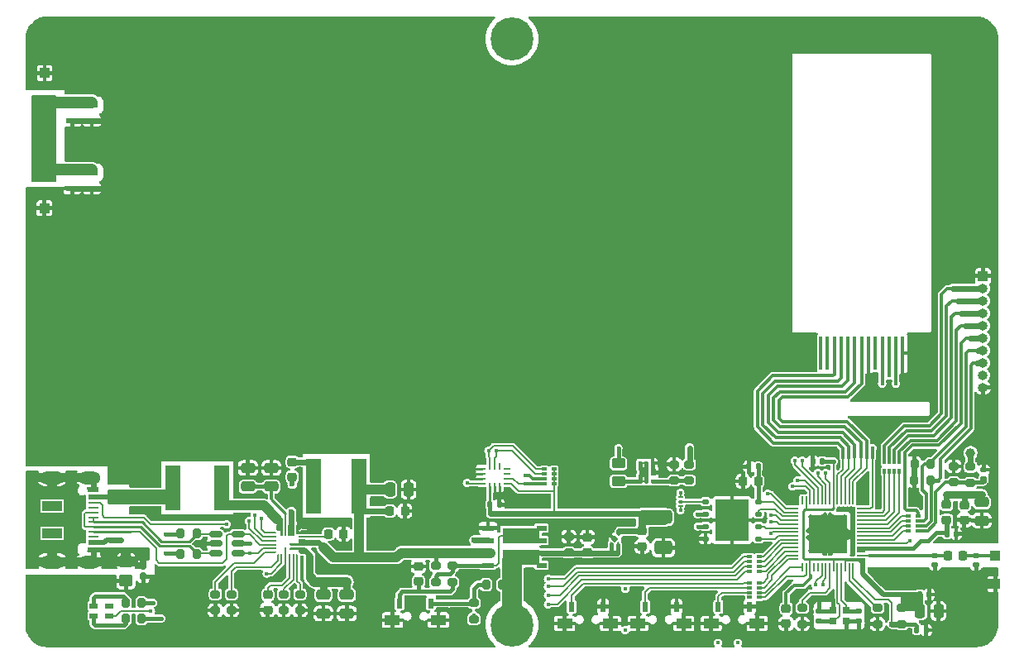
<source format=gbr>
%TF.GenerationSoftware,KiCad,Pcbnew,(5.99.0-11593-g5155093ec0)*%
%TF.CreationDate,2021-08-09T14:05:58+02:00*%
%TF.ProjectId,flatlight_rev21_eside,666c6174-6c69-4676-9874-5f7265763231,rev?*%
%TF.SameCoordinates,Original*%
%TF.FileFunction,Copper,L1,Top*%
%TF.FilePolarity,Positive*%
%FSLAX46Y46*%
G04 Gerber Fmt 4.6, Leading zero omitted, Abs format (unit mm)*
G04 Created by KiCad (PCBNEW (5.99.0-11593-g5155093ec0)) date 2021-08-09 14:05:58*
%MOMM*%
%LPD*%
G01*
G04 APERTURE LIST*
G04 Aperture macros list*
%AMRoundRect*
0 Rectangle with rounded corners*
0 $1 Rounding radius*
0 $2 $3 $4 $5 $6 $7 $8 $9 X,Y pos of 4 corners*
0 Add a 4 corners polygon primitive as box body*
4,1,4,$2,$3,$4,$5,$6,$7,$8,$9,$2,$3,0*
0 Add four circle primitives for the rounded corners*
1,1,$1+$1,$2,$3*
1,1,$1+$1,$4,$5*
1,1,$1+$1,$6,$7*
1,1,$1+$1,$8,$9*
0 Add four rect primitives between the rounded corners*
20,1,$1+$1,$2,$3,$4,$5,0*
20,1,$1+$1,$4,$5,$6,$7,0*
20,1,$1+$1,$6,$7,$8,$9,0*
20,1,$1+$1,$8,$9,$2,$3,0*%
%AMRotRect*
0 Rectangle, with rotation*
0 The origin of the aperture is its center*
0 $1 length*
0 $2 width*
0 $3 Rotation angle, in degrees counterclockwise*
0 Add horizontal line*
21,1,$1,$2,0,0,$3*%
%AMFreePoly0*
4,1,6,0.100000,-0.050000,-0.100000,-0.050000,-0.100000,0.475000,0.000000,0.575000,0.100000,0.575000,0.100000,-0.050000,0.100000,-0.050000,$1*%
%AMFreePoly1*
4,1,7,0.100000,0.575000,0.100000,-0.050000,-0.100000,-0.050000,-0.100000,0.575000,-0.050000,0.625000,0.050000,0.625000,0.100000,0.575000,0.100000,0.575000,$1*%
%AMFreePoly2*
4,1,6,0.100000,0.475000,0.100000,-0.050000,-0.100000,-0.050000,-0.100000,0.575000,0.000000,0.575000,0.100000,0.475000,0.100000,0.475000,$1*%
%AMFreePoly3*
4,1,7,0.100000,1.200000,0.100000,-0.075000,-0.100000,-0.075000,-0.100000,1.200000,-0.050000,1.250000,0.050000,1.250000,0.100000,1.200000,0.100000,1.200000,$1*%
%AMFreePoly4*
4,1,10,0.050000,-0.300000,-0.450000,-0.300000,-0.600000,-0.150000,-0.600000,0.050000,-1.475000,0.050000,-1.525000,0.100000,-1.525000,0.250000,-1.475000,0.300000,0.050000,0.300000,0.050000,-0.300000,0.050000,-0.300000,$1*%
%AMFreePoly5*
4,1,9,0.050000,-0.300000,-1.475000,-0.300000,-1.525000,-0.250000,-1.525000,-0.100000,-1.475000,-0.050000,-0.600000,-0.050000,-0.600000,0.300000,0.050000,0.300000,0.050000,-0.300000,0.050000,-0.300000,$1*%
%AMFreePoly6*
4,1,7,0.050000,-0.100000,-0.575000,-0.100000,-0.625000,-0.050000,-0.625000,0.050000,-0.575000,0.100000,0.050000,0.100000,0.050000,-0.100000,0.050000,-0.100000,$1*%
%AMFreePoly7*
4,1,9,0.100000,-0.400000,0.350000,-0.650000,0.800000,-0.650000,0.800000,-0.850000,-0.050000,-0.850000,-0.100000,-0.800000,-0.100000,0.050000,0.100000,0.050000,0.100000,-0.400000,0.100000,-0.400000,$1*%
%AMFreePoly8*
4,1,7,0.300000,-1.000000,0.250000,-1.050000,-0.250000,-1.050000,-0.300000,-1.000000,-0.300000,0.050000,0.300000,0.050000,0.300000,-1.000000,0.300000,-1.000000,$1*%
%AMFreePoly9*
4,1,7,0.100000,-1.000000,0.050000,-1.050000,-0.050000,-1.050000,-0.100000,-1.000000,-0.100000,0.050000,0.100000,0.050000,0.100000,-1.000000,0.100000,-1.000000,$1*%
%AMFreePoly10*
4,1,10,0.300000,-1.000000,0.250000,-1.050000,0.100000,-1.050000,0.050000,-1.000000,0.050000,-0.550000,-0.200000,-0.550000,-0.300000,-0.450000,-0.300000,0.050000,0.300000,0.050000,0.300000,-1.000000,0.300000,-1.000000,$1*%
%AMFreePoly11*
4,1,5,0.110000,-0.125000,-0.110000,-0.125000,-0.110000,0.125000,0.360000,0.125000,0.110000,-0.125000,0.110000,-0.125000,$1*%
%AMFreePoly12*
4,1,6,0.290000,-0.055000,0.290000,-0.125000,-0.110000,-0.125000,-0.110000,0.125000,0.110000,0.125000,0.290000,-0.055000,0.290000,-0.055000,$1*%
%AMFreePoly13*
4,1,6,0.110000,-0.125000,-0.290000,-0.125000,-0.290000,-0.055000,-0.110000,0.125000,0.110000,0.125000,0.110000,-0.125000,0.110000,-0.125000,$1*%
%AMFreePoly14*
4,1,6,0.110000,-0.125000,-0.110000,-0.125000,-0.290000,0.055000,-0.290000,0.125000,0.110000,0.125000,0.110000,-0.125000,0.110000,-0.125000,$1*%
G04 Aperture macros list end*
%TA.AperFunction,SMDPad,CuDef*%
%ADD10RoundRect,0.200000X-0.200000X-0.275000X0.200000X-0.275000X0.200000X0.275000X-0.200000X0.275000X0*%
%TD*%
%TA.AperFunction,SMDPad,CuDef*%
%ADD11RoundRect,0.140000X-0.140000X-0.170000X0.140000X-0.170000X0.140000X0.170000X-0.140000X0.170000X0*%
%TD*%
%TA.AperFunction,ComponentPad*%
%ADD12C,0.700000*%
%TD*%
%TA.AperFunction,ComponentPad*%
%ADD13C,4.400000*%
%TD*%
%TA.AperFunction,SMDPad,CuDef*%
%ADD14RoundRect,0.225000X-0.250000X0.225000X-0.250000X-0.225000X0.250000X-0.225000X0.250000X0.225000X0*%
%TD*%
%TA.AperFunction,SMDPad,CuDef*%
%ADD15R,0.500000X0.300000*%
%TD*%
%TA.AperFunction,SMDPad,CuDef*%
%ADD16RoundRect,0.140000X-0.170000X0.140000X-0.170000X-0.140000X0.170000X-0.140000X0.170000X0.140000X0*%
%TD*%
%TA.AperFunction,SMDPad,CuDef*%
%ADD17RoundRect,0.200000X-0.275000X0.200000X-0.275000X-0.200000X0.275000X-0.200000X0.275000X0.200000X0*%
%TD*%
%TA.AperFunction,SMDPad,CuDef*%
%ADD18FreePoly0,270.000000*%
%TD*%
%TA.AperFunction,SMDPad,CuDef*%
%ADD19FreePoly1,270.000000*%
%TD*%
%TA.AperFunction,SMDPad,CuDef*%
%ADD20FreePoly2,270.000000*%
%TD*%
%TA.AperFunction,SMDPad,CuDef*%
%ADD21FreePoly0,0.000000*%
%TD*%
%TA.AperFunction,SMDPad,CuDef*%
%ADD22FreePoly1,0.000000*%
%TD*%
%TA.AperFunction,SMDPad,CuDef*%
%ADD23FreePoly3,0.000000*%
%TD*%
%TA.AperFunction,SMDPad,CuDef*%
%ADD24FreePoly2,0.000000*%
%TD*%
%TA.AperFunction,SMDPad,CuDef*%
%ADD25FreePoly4,0.000000*%
%TD*%
%TA.AperFunction,SMDPad,CuDef*%
%ADD26R,0.100000X0.100000*%
%TD*%
%TA.AperFunction,SMDPad,CuDef*%
%ADD27FreePoly5,0.000000*%
%TD*%
%TA.AperFunction,SMDPad,CuDef*%
%ADD28FreePoly6,0.000000*%
%TD*%
%TA.AperFunction,SMDPad,CuDef*%
%ADD29FreePoly7,0.000000*%
%TD*%
%TA.AperFunction,SMDPad,CuDef*%
%ADD30FreePoly8,0.000000*%
%TD*%
%TA.AperFunction,SMDPad,CuDef*%
%ADD31FreePoly9,0.000000*%
%TD*%
%TA.AperFunction,SMDPad,CuDef*%
%ADD32FreePoly10,0.000000*%
%TD*%
%TA.AperFunction,SMDPad,CuDef*%
%ADD33R,1.000000X1.000000*%
%TD*%
%TA.AperFunction,ComponentPad*%
%ADD34R,1.000000X1.000000*%
%TD*%
%TA.AperFunction,ComponentPad*%
%ADD35O,1.000000X1.000000*%
%TD*%
%TA.AperFunction,SMDPad,CuDef*%
%ADD36RoundRect,0.225000X0.250000X-0.225000X0.250000X0.225000X-0.250000X0.225000X-0.250000X-0.225000X0*%
%TD*%
%TA.AperFunction,SMDPad,CuDef*%
%ADD37R,2.000000X1.000000*%
%TD*%
%TA.AperFunction,SMDPad,CuDef*%
%ADD38R,1.000000X0.520000*%
%TD*%
%TA.AperFunction,SMDPad,CuDef*%
%ADD39R,1.000000X0.270000*%
%TD*%
%TA.AperFunction,ComponentPad*%
%ADD40O,2.300000X1.300000*%
%TD*%
%TA.AperFunction,ComponentPad*%
%ADD41O,2.600000X1.300000*%
%TD*%
%TA.AperFunction,SMDPad,CuDef*%
%ADD42RoundRect,0.250000X0.450000X-0.350000X0.450000X0.350000X-0.450000X0.350000X-0.450000X-0.350000X0*%
%TD*%
%TA.AperFunction,SMDPad,CuDef*%
%ADD43R,0.600000X1.000000*%
%TD*%
%TA.AperFunction,SMDPad,CuDef*%
%ADD44R,1.550000X1.000000*%
%TD*%
%TA.AperFunction,SMDPad,CuDef*%
%ADD45RoundRect,0.250000X0.250000X0.475000X-0.250000X0.475000X-0.250000X-0.475000X0.250000X-0.475000X0*%
%TD*%
%TA.AperFunction,SMDPad,CuDef*%
%ADD46RoundRect,0.250000X0.650000X-0.412500X0.650000X0.412500X-0.650000X0.412500X-0.650000X-0.412500X0*%
%TD*%
%TA.AperFunction,SMDPad,CuDef*%
%ADD47RoundRect,0.140000X0.140000X0.170000X-0.140000X0.170000X-0.140000X-0.170000X0.140000X-0.170000X0*%
%TD*%
%TA.AperFunction,SMDPad,CuDef*%
%ADD48RoundRect,0.200000X0.275000X-0.200000X0.275000X0.200000X-0.275000X0.200000X-0.275000X-0.200000X0*%
%TD*%
%TA.AperFunction,SMDPad,CuDef*%
%ADD49RoundRect,0.250000X0.475000X-0.250000X0.475000X0.250000X-0.475000X0.250000X-0.475000X-0.250000X0*%
%TD*%
%TA.AperFunction,SMDPad,CuDef*%
%ADD50RoundRect,0.200000X0.200000X0.275000X-0.200000X0.275000X-0.200000X-0.275000X0.200000X-0.275000X0*%
%TD*%
%TA.AperFunction,SMDPad,CuDef*%
%ADD51RoundRect,0.140000X0.170000X-0.140000X0.170000X0.140000X-0.170000X0.140000X-0.170000X-0.140000X0*%
%TD*%
%TA.AperFunction,SMDPad,CuDef*%
%ADD52RoundRect,0.250000X-0.450000X0.262500X-0.450000X-0.262500X0.450000X-0.262500X0.450000X0.262500X0*%
%TD*%
%TA.AperFunction,SMDPad,CuDef*%
%ADD53R,1.200000X0.600000*%
%TD*%
%TA.AperFunction,SMDPad,CuDef*%
%ADD54R,0.300000X0.500000*%
%TD*%
%TA.AperFunction,SMDPad,CuDef*%
%ADD55RoundRect,0.218750X-0.256250X0.218750X-0.256250X-0.218750X0.256250X-0.218750X0.256250X0.218750X0*%
%TD*%
%TA.AperFunction,SMDPad,CuDef*%
%ADD56RoundRect,0.050000X-0.200000X0.050000X-0.200000X-0.050000X0.200000X-0.050000X0.200000X0.050000X0*%
%TD*%
%TA.AperFunction,SMDPad,CuDef*%
%ADD57RoundRect,0.075000X0.175000X-0.075000X0.175000X0.075000X-0.175000X0.075000X-0.175000X-0.075000X0*%
%TD*%
%TA.AperFunction,SMDPad,CuDef*%
%ADD58RoundRect,0.050000X-0.200000X-0.050000X0.200000X-0.050000X0.200000X0.050000X-0.200000X0.050000X0*%
%TD*%
%TA.AperFunction,SMDPad,CuDef*%
%ADD59R,1.600000X5.700000*%
%TD*%
%TA.AperFunction,SMDPad,CuDef*%
%ADD60RoundRect,0.225000X-0.225000X-0.250000X0.225000X-0.250000X0.225000X0.250000X-0.225000X0.250000X0*%
%TD*%
%TA.AperFunction,SMDPad,CuDef*%
%ADD61R,1.500000X4.600000*%
%TD*%
%TA.AperFunction,SMDPad,CuDef*%
%ADD62FreePoly11,270.000000*%
%TD*%
%TA.AperFunction,SMDPad,CuDef*%
%ADD63FreePoly12,270.000000*%
%TD*%
%TA.AperFunction,SMDPad,CuDef*%
%ADD64FreePoly13,270.000000*%
%TD*%
%TA.AperFunction,SMDPad,CuDef*%
%ADD65FreePoly14,270.000000*%
%TD*%
%TA.AperFunction,SMDPad,CuDef*%
%ADD66RotRect,0.480000X0.480000X315.000000*%
%TD*%
%TA.AperFunction,SMDPad,CuDef*%
%ADD67R,0.350000X3.500000*%
%TD*%
%TA.AperFunction,SMDPad,CuDef*%
%ADD68R,0.400000X0.425000*%
%TD*%
%TA.AperFunction,SMDPad,CuDef*%
%ADD69R,0.950000X1.100000*%
%TD*%
%TA.AperFunction,SMDPad,CuDef*%
%ADD70R,0.480000X0.800000*%
%TD*%
%TA.AperFunction,SMDPad,CuDef*%
%ADD71R,0.675000X0.250000*%
%TD*%
%TA.AperFunction,SMDPad,CuDef*%
%ADD72R,0.250000X0.675000*%
%TD*%
%TA.AperFunction,SMDPad,CuDef*%
%ADD73RoundRect,0.125000X-0.250000X-0.125000X0.250000X-0.125000X0.250000X0.125000X-0.250000X0.125000X0*%
%TD*%
%TA.AperFunction,SMDPad,CuDef*%
%ADD74R,3.400000X4.300000*%
%TD*%
%TA.AperFunction,SMDPad,CuDef*%
%ADD75RoundRect,0.150000X-0.512500X-0.150000X0.512500X-0.150000X0.512500X0.150000X-0.512500X0.150000X0*%
%TD*%
%TA.AperFunction,SMDPad,CuDef*%
%ADD76RoundRect,0.218750X0.218750X0.256250X-0.218750X0.256250X-0.218750X-0.256250X0.218750X-0.256250X0*%
%TD*%
%TA.AperFunction,SMDPad,CuDef*%
%ADD77R,1.270000X0.610000*%
%TD*%
%TA.AperFunction,SMDPad,CuDef*%
%ADD78R,3.810000X1.650000*%
%TD*%
%TA.AperFunction,SMDPad,CuDef*%
%ADD79R,1.020000X0.610000*%
%TD*%
%TA.AperFunction,SMDPad,CuDef*%
%ADD80RoundRect,0.225000X0.225000X0.250000X-0.225000X0.250000X-0.225000X-0.250000X0.225000X-0.250000X0*%
%TD*%
%TA.AperFunction,SMDPad,CuDef*%
%ADD81R,0.850000X0.500000*%
%TD*%
%TA.AperFunction,SMDPad,CuDef*%
%ADD82RoundRect,0.050000X0.387500X0.050000X-0.387500X0.050000X-0.387500X-0.050000X0.387500X-0.050000X0*%
%TD*%
%TA.AperFunction,SMDPad,CuDef*%
%ADD83RoundRect,0.050000X0.050000X0.387500X-0.050000X0.387500X-0.050000X-0.387500X0.050000X-0.387500X0*%
%TD*%
%TA.AperFunction,ComponentPad*%
%ADD84C,0.500000*%
%TD*%
%TA.AperFunction,SMDPad,CuDef*%
%ADD85R,4.000000X4.000000*%
%TD*%
%TA.AperFunction,SMDPad,CuDef*%
%ADD86R,0.800000X0.700000*%
%TD*%
%TA.AperFunction,SMDPad,CuDef*%
%ADD87RoundRect,0.160000X0.160000X-0.222500X0.160000X0.222500X-0.160000X0.222500X-0.160000X-0.222500X0*%
%TD*%
%TA.AperFunction,ViaPad*%
%ADD88C,0.600000*%
%TD*%
%TA.AperFunction,ViaPad*%
%ADD89C,1.000000*%
%TD*%
%TA.AperFunction,ViaPad*%
%ADD90C,0.450000*%
%TD*%
%TA.AperFunction,ViaPad*%
%ADD91C,0.800000*%
%TD*%
%TA.AperFunction,Conductor*%
%ADD92C,0.800000*%
%TD*%
%TA.AperFunction,Conductor*%
%ADD93C,0.600000*%
%TD*%
%TA.AperFunction,Conductor*%
%ADD94C,1.000000*%
%TD*%
%TA.AperFunction,Conductor*%
%ADD95C,1.200000*%
%TD*%
%TA.AperFunction,Conductor*%
%ADD96C,0.400000*%
%TD*%
%TA.AperFunction,Conductor*%
%ADD97C,0.200000*%
%TD*%
%TA.AperFunction,Conductor*%
%ADD98C,0.250000*%
%TD*%
%TA.AperFunction,Conductor*%
%ADD99C,2.000000*%
%TD*%
%TA.AperFunction,Conductor*%
%ADD100C,0.300000*%
%TD*%
%TA.AperFunction,Conductor*%
%ADD101C,0.500000*%
%TD*%
%TA.AperFunction,Conductor*%
%ADD102C,0.350000*%
%TD*%
%TA.AperFunction,Conductor*%
%ADD103C,1.500000*%
%TD*%
G04 APERTURE END LIST*
D10*
%TO.P,R20,1*%
%TO.N,GND*%
X131400734Y-74500000D03*
%TO.P,R20,2*%
%TO.N,ES_JS_LED_NTC*%
X133050734Y-74500000D03*
%TD*%
D11*
%TO.P,C26,1*%
%TO.N,GND*%
X114445000Y-73100000D03*
%TO.P,C26,2*%
%TO.N,VDD_SPI*%
X115405000Y-73100000D03*
%TD*%
D12*
%TO.P,H1,1,1*%
%TO.N,SYSOUT*%
X88550000Y-89300000D03*
X91850000Y-89300000D03*
X89033274Y-88133274D03*
X90200000Y-90950000D03*
X89033274Y-90466726D03*
X91366726Y-90466726D03*
D13*
X90200000Y-89300000D03*
D12*
X90200000Y-87650000D03*
X91366726Y-88133274D03*
%TD*%
D14*
%TO.P,C4,1*%
%TO.N,GND*%
X97925734Y-80325000D03*
%TO.P,C4,2*%
%TO.N,SYSOUT*%
X97925734Y-81875000D03*
%TD*%
D15*
%TO.P,RN6,1,R1.1*%
%TO.N,SDA*%
X93525734Y-73350000D03*
%TO.P,RN6,2,R2.1*%
%TO.N,SCL*%
X93525734Y-73850000D03*
%TO.P,RN6,3,R3.1*%
%TO.N,IMU_INT1*%
X93525734Y-74350000D03*
%TO.P,RN6,4,R4.1*%
%TO.N,IMU_INT2*%
X93525734Y-74850000D03*
%TO.P,RN6,5,R4.2*%
%TO.N,+3V3*%
X94525734Y-74850000D03*
%TO.P,RN6,6,R3.2*%
X94525734Y-74350000D03*
%TO.P,RN6,7,R2.2*%
X94525734Y-73850000D03*
%TO.P,RN6,8,R1.2*%
X94525734Y-73350000D03*
%TD*%
D16*
%TO.P,C20,1*%
%TO.N,GND*%
X121625734Y-87920000D03*
%TO.P,C20,2*%
%TO.N,XTAL_N*%
X121625734Y-88880000D03*
%TD*%
D17*
%TO.P,R7,1*%
%TO.N,Net-(R7-Pad1)*%
X59850000Y-86175000D03*
%TO.P,R7,2*%
%TO.N,GND*%
X59850000Y-87825000D03*
%TD*%
D18*
%TO.P,U2,1,BST*%
%TO.N,Net-(C3-Pad1)*%
X65475734Y-79900000D03*
D19*
%TO.P,U2,2,INOKB*%
%TO.N,INOK*%
X65475734Y-80300000D03*
%TO.P,U2,3,STAT*%
%TO.N,STAT*%
X65475734Y-80700000D03*
%TO.P,U2,4,CC2*%
%TO.N,CC2*%
X65475734Y-81100000D03*
%TO.P,U2,5,CC1*%
%TO.N,CC1*%
X65475734Y-81500000D03*
D20*
%TO.P,U2,6,DP*%
%TO.N,Net-(R7-Pad1)*%
X65475734Y-81900000D03*
D21*
%TO.P,U2,7,DN*%
%TO.N,Net-(R8-Pad1)*%
X66225734Y-82650000D03*
D22*
%TO.P,U2,8,ENBST*%
%TO.N,ENBST*%
X66625734Y-82650000D03*
D23*
%TO.P,U2,9,GND*%
%TO.N,GND*%
X67025734Y-82625000D03*
D22*
%TO.P,U2,10,VDD*%
%TO.N,Net-(C11-Pad1)*%
X67425734Y-82650000D03*
%TO.P,U2,11,ITOPOFF*%
%TO.N,Net-(R9-Pad2)*%
X67825734Y-82650000D03*
D24*
%TO.P,U2,12,IFAST*%
%TO.N,Net-(R10-Pad1)*%
X68225734Y-82650000D03*
D25*
%TO.P,U2,13,BATT*%
%TO.N,+BATT*%
X68975734Y-81700000D03*
D26*
%TO.P,U2,14,BATT*%
X68875734Y-81700000D03*
D27*
%TO.P,U2,15,SYS*%
%TO.N,SYS*%
X68975734Y-80900000D03*
D26*
%TO.P,U2,16,SYS*%
X68875734Y-80900000D03*
D28*
%TO.P,U2,17,PVL*%
%TO.N,Net-(C5-Pad1)*%
X68975734Y-80300000D03*
D26*
%TO.P,U2,18,PGND*%
%TO.N,GND*%
X68950734Y-79900000D03*
D29*
%TO.P,U2,19,PGND*%
X68225734Y-79150000D03*
D30*
%TO.P,U2,20,LX*%
%TO.N,LX*%
X67625734Y-79150000D03*
D26*
%TO.P,U2,21,LX*%
X67625734Y-79250000D03*
D31*
%TO.P,U2,22,BYP*%
%TO.N,Net-(C12-Pad1)*%
X67025734Y-79150000D03*
D32*
%TO.P,U2,23,VBUS*%
%TO.N,VBUS*%
X66425734Y-79150000D03*
D26*
%TO.P,U2,24,VBUS*%
X66425734Y-79250000D03*
%TD*%
D33*
%TO.P,TP8,1,1*%
%TO.N,GND*%
X139674266Y-85125000D03*
%TD*%
D34*
%TO.P,J3,1,Pin_1*%
%TO.N,GND*%
X138425000Y-53600000D03*
D35*
%TO.P,J3,2,Pin_2*%
%TO.N,ES_LED_PWM*%
X138425000Y-54870000D03*
%TO.P,J3,3,Pin_3*%
%TO.N,ES_FLASH_EN*%
X138425000Y-56140000D03*
%TO.P,J3,4,Pin_4*%
%TO.N,ES_TORCH_EN*%
X138425000Y-57410000D03*
%TO.P,J3,5,Pin_5*%
%TO.N,ES_WS_LDAT*%
X138425000Y-58680000D03*
%TO.P,J3,6,Pin_6*%
%TO.N,ES_WS_POWER*%
X138425000Y-59950000D03*
%TO.P,J3,7,Pin_7*%
%TO.N,ES_XP_LED_NTC*%
X138425000Y-61220000D03*
%TO.P,J3,8,Pin_8*%
%TO.N,ES_JS_LED_NTC*%
X138425000Y-62490000D03*
%TO.P,J3,9,Pin_9*%
%TO.N,+3V3*%
X138425000Y-63760000D03*
%TO.P,J3,10,Pin_10*%
%TO.N,GND*%
X138425000Y-65030000D03*
%TD*%
D12*
%TO.P,H3,1,1*%
%TO.N,GND*%
X136050000Y-29300000D03*
D13*
X137700000Y-29300000D03*
D12*
X136533274Y-28133274D03*
X137700000Y-27650000D03*
X138866726Y-28133274D03*
X138866726Y-30466726D03*
X137700000Y-30950000D03*
X136533274Y-30466726D03*
X139350000Y-29300000D03*
%TD*%
D36*
%TO.P,C3,1*%
%TO.N,Net-(C3-Pad1)*%
X67725734Y-74175000D03*
%TO.P,C3,2*%
%TO.N,LX*%
X67725734Y-72625000D03*
%TD*%
D33*
%TO.P,TP14,1,1*%
%TO.N,+BATT*%
X42350000Y-43000000D03*
%TD*%
D37*
%TO.P,J1,*%
%TO.N,*%
X43135000Y-77150000D03*
X43135000Y-79950000D03*
D38*
%TO.P,J1,A1,GND*%
%TO.N,GNDPWR*%
X47335000Y-75450000D03*
%TO.P,J1,A4,VBUS*%
%TO.N,Net-(F1-Pad1)*%
X47335000Y-76200000D03*
D39*
%TO.P,J1,A5,CC1*%
%TO.N,CC1*%
X47335000Y-76800000D03*
%TO.P,J1,A6,D+*%
%TO.N,D+*%
X47335000Y-78300000D03*
%TO.P,J1,A7,D-*%
%TO.N,D-*%
X47335000Y-79300000D03*
%TO.P,J1,A8,SBU1*%
%TO.N,unconnected-(J1-PadA8)*%
X47335000Y-80300000D03*
D38*
%TO.P,J1,A9,VBUS*%
%TO.N,Net-(F1-Pad1)*%
X47335000Y-80900000D03*
%TO.P,J1,A12,GND*%
%TO.N,GNDPWR*%
X47335000Y-81650000D03*
%TO.P,J1,B1,GND*%
X47335000Y-81650000D03*
%TO.P,J1,B4,VBUS*%
%TO.N,Net-(F1-Pad1)*%
X47335000Y-80900000D03*
D39*
%TO.P,J1,B5,CC2*%
%TO.N,CC2*%
X47335000Y-79800000D03*
%TO.P,J1,B6,D+*%
%TO.N,D+*%
X47335000Y-78800000D03*
%TO.P,J1,B7,D-*%
%TO.N,D-*%
X47335000Y-77800000D03*
%TO.P,J1,B8,SBU2*%
%TO.N,unconnected-(J1-PadB8)*%
X47335000Y-77300000D03*
D38*
%TO.P,J1,B9,VBUS*%
%TO.N,Net-(F1-Pad1)*%
X47335000Y-76200000D03*
%TO.P,J1,B12,GND*%
%TO.N,GNDPWR*%
X47335000Y-75450000D03*
D40*
%TO.P,J1,S1,SHIELD*%
X46960000Y-74230000D03*
D41*
X43135000Y-82870000D03*
X43135000Y-74230000D03*
D40*
X46960000Y-82870000D03*
%TD*%
D42*
%TO.P,FB1,1*%
%TO.N,GND*%
X50700000Y-84800000D03*
%TO.P,FB1,2*%
%TO.N,GNDPWR*%
X50700000Y-82800000D03*
%TD*%
D36*
%TO.P,C9,1*%
%TO.N,Net-(C9-Pad1)*%
X80625734Y-84875000D03*
%TO.P,C9,2*%
%TO.N,GND*%
X80625734Y-83325000D03*
%TD*%
D17*
%TO.P,R10,1*%
%TO.N,Net-(R10-Pad1)*%
X68500000Y-86175000D03*
%TO.P,R10,2*%
%TO.N,GND*%
X68500000Y-87825000D03*
%TD*%
D43*
%TO.P,SW6,1*%
%TO.N,GND*%
X99550000Y-87450000D03*
%TO.P,SW6,2*%
%TO.N,BNT_DIG1*%
X96325000Y-87450000D03*
D44*
%TO.P,SW6,3*%
%TO.N,GND*%
X95600000Y-89175000D03*
X100300000Y-89175000D03*
%TD*%
D45*
%TO.P,C18,1*%
%TO.N,GND*%
X133875734Y-87900000D03*
%TO.P,C18,2*%
%TO.N,+3V3*%
X131975734Y-87900000D03*
%TD*%
D12*
%TO.P,H4,1,1*%
%TO.N,GND*%
X41050000Y-29300000D03*
D13*
X42700000Y-29300000D03*
D12*
X44350000Y-29300000D03*
X43866726Y-30466726D03*
X41533274Y-28133274D03*
X41533274Y-30466726D03*
X42700000Y-30950000D03*
X42700000Y-27650000D03*
X43866726Y-28133274D03*
%TD*%
D46*
%TO.P,C10,1*%
%TO.N,GND*%
X105700000Y-81412500D03*
%TO.P,C10,2*%
%TO.N,+3V3*%
X105700000Y-78287500D03*
%TD*%
D47*
%TO.P,C15,1*%
%TO.N,GND*%
X132905734Y-86200000D03*
%TO.P,C15,2*%
%TO.N,+3V3*%
X131945734Y-86200000D03*
%TD*%
D48*
%TO.P,R22,1*%
%TO.N,GND*%
X127625734Y-89225000D03*
%TO.P,R22,2*%
%TO.N,GPIO46*%
X127625734Y-87575000D03*
%TD*%
D49*
%TO.P,C1,1*%
%TO.N,GND*%
X70900000Y-88150000D03*
%TO.P,C1,2*%
%TO.N,+BATT*%
X70900000Y-86250000D03*
%TD*%
D10*
%TO.P,R3,1*%
%TO.N,Net-(D1-Pad3)*%
X50645000Y-88670000D03*
%TO.P,R3,2*%
%TO.N,STAT*%
X52295000Y-88670000D03*
%TD*%
D50*
%TO.P,R13,1*%
%TO.N,D+*%
X57950734Y-79950000D03*
%TO.P,R13,2*%
%TO.N,U_P*%
X56300734Y-79950000D03*
%TD*%
D36*
%TO.P,C8,1*%
%TO.N,GND*%
X103525734Y-81275000D03*
%TO.P,C8,2*%
%TO.N,+3V3*%
X103525734Y-79725000D03*
%TD*%
D51*
%TO.P,C25,1*%
%TO.N,GND*%
X137700000Y-83180000D03*
%TO.P,C25,2*%
%TO.N,Net-(C25-Pad2)*%
X137700000Y-82220000D03*
%TD*%
%TO.P,C24,1*%
%TO.N,GND*%
X133500000Y-83180000D03*
%TO.P,C24,2*%
%TO.N,radio*%
X133500000Y-82220000D03*
%TD*%
D10*
%TO.P,R2,1*%
%TO.N,Net-(D1-Pad4)*%
X50645000Y-87070000D03*
%TO.P,R2,2*%
%TO.N,INOK*%
X52295000Y-87070000D03*
%TD*%
D52*
%TO.P,R15,1*%
%TO.N,Net-(R15-Pad1)*%
X101100000Y-72787500D03*
%TO.P,R15,2*%
%TO.N,Net-(Q2-Pad1)*%
X101100000Y-74612500D03*
%TD*%
D53*
%TO.P,BT1,5,-*%
%TO.N,GND*%
X45200000Y-37700000D03*
X45200000Y-44600000D03*
%TO.P,BT1,6,-*%
X47200000Y-37700000D03*
X47200000Y-44600000D03*
%TO.P,BT1,7,+*%
%TO.N,+BATT*%
X47200000Y-43000000D03*
X47200000Y-36100000D03*
%TO.P,BT1,8,+*%
X45200000Y-36100000D03*
X45200000Y-43000000D03*
%TD*%
D33*
%TO.P,TP12,1,1*%
%TO.N,GND*%
X42350000Y-46650000D03*
%TD*%
D54*
%TO.P,RN4,1,R1.1*%
%TO.N,Net-(RN4-Pad1)*%
X128315734Y-73610000D03*
%TO.P,RN4,2,R2.1*%
%TO.N,Net-(RN4-Pad2)*%
X128815734Y-73610000D03*
%TO.P,RN4,3,R3.1*%
%TO.N,Net-(RN4-Pad3)*%
X129315734Y-73610000D03*
%TO.P,RN4,4,R4.1*%
%TO.N,Net-(RN4-Pad4)*%
X129815734Y-73610000D03*
%TO.P,RN4,5,R4.2*%
%TO.N,ES_WS_LDAT*%
X129815734Y-72610000D03*
%TO.P,RN4,6,R3.2*%
%TO.N,ES_TORCH_EN*%
X129315734Y-72610000D03*
%TO.P,RN4,7,R2.2*%
%TO.N,ES_FLASH_EN*%
X128815734Y-72610000D03*
%TO.P,RN4,8,R1.2*%
%TO.N,ES_LED_PWM*%
X128315734Y-72610000D03*
%TD*%
D50*
%TO.P,R4,1*%
%TO.N,SYSOUT*%
X89200734Y-85200000D03*
%TO.P,R4,2*%
%TO.N,Net-(Q1-Pad2)*%
X87550734Y-85200000D03*
%TD*%
D55*
%TO.P,L2,1*%
%TO.N,+3V3*%
X134700000Y-77012500D03*
%TO.P,L2,2*%
%TO.N,Net-(C21-Pad2)*%
X134700000Y-78587500D03*
%TD*%
D43*
%TO.P,SW4,1*%
%TO.N,GND*%
X114550000Y-87450000D03*
%TO.P,SW4,2*%
%TO.N,BNT_DIG3*%
X111325000Y-87450000D03*
D44*
%TO.P,SW4,3*%
%TO.N,GND*%
X110600000Y-89175000D03*
X115300000Y-89175000D03*
%TD*%
D33*
%TO.P,TP13,1,1*%
%TO.N,+BATT*%
X42350000Y-36100000D03*
%TD*%
D56*
%TO.P,JP1,1,A*%
%TO.N,SPICS1*%
X107450000Y-76250000D03*
D57*
%TO.P,JP1,2,C*%
%TO.N,Net-(JP1-Pad2)*%
X107450000Y-76700000D03*
D58*
%TO.P,JP1,3,B*%
%TO.N,SPICS0*%
X107450000Y-77150000D03*
%TD*%
D59*
%TO.P,L1,1*%
%TO.N,SYS*%
X74575734Y-75100000D03*
%TO.P,L1,2*%
%TO.N,LX*%
X69875734Y-75100000D03*
%TD*%
D49*
%TO.P,C2,1*%
%TO.N,GND*%
X73300000Y-88150000D03*
%TO.P,C2,2*%
%TO.N,+BATT*%
X73300000Y-86250000D03*
%TD*%
D15*
%TO.P,RN2,1,R1.1*%
%TO.N,Net-(RN2-Pad1)*%
X130800000Y-78150000D03*
%TO.P,RN2,2,R2.1*%
%TO.N,Net-(RN2-Pad2)*%
X130800000Y-78650000D03*
%TO.P,RN2,3,R3.1*%
%TO.N,Net-(RN2-Pad3)*%
X130800000Y-79150000D03*
%TO.P,RN2,4,R4.1*%
%TO.N,Net-(RN2-Pad4)*%
X130800000Y-79650000D03*
%TO.P,RN2,5,R4.2*%
%TO.N,ADC_BATV*%
X131800000Y-79650000D03*
%TO.P,RN2,6,R3.2*%
%TO.N,ES_JS_LED_NTC*%
X131800000Y-79150000D03*
%TO.P,RN2,7,R2.2*%
%TO.N,ES_XP_LED_NTC*%
X131800000Y-78650000D03*
%TO.P,RN2,8,R1.2*%
%TO.N,ES_WS_POWER*%
X131800000Y-78150000D03*
%TD*%
D60*
%TO.P,C27,1*%
%TO.N,GND*%
X113850734Y-74600000D03*
%TO.P,C27,2*%
%TO.N,VDD_SPI*%
X115400734Y-74600000D03*
%TD*%
D61*
%TO.P,F1,1*%
%TO.N,Net-(F1-Pad1)*%
X55525734Y-75300000D03*
%TO.P,F1,2*%
%TO.N,VBUS*%
X60525734Y-75300000D03*
%TD*%
D36*
%TO.P,C19,1*%
%TO.N,GND*%
X118275734Y-89175000D03*
%TO.P,C19,2*%
%TO.N,+3V3*%
X118275734Y-87625000D03*
%TD*%
D49*
%TO.P,C13,1*%
%TO.N,Net-(C12-Pad1)*%
X65575734Y-75150000D03*
%TO.P,C13,2*%
%TO.N,GND*%
X65575734Y-73250000D03*
%TD*%
D17*
%TO.P,R17,1*%
%TO.N,DISP_BACKLIGHT*%
X108363234Y-72875000D03*
%TO.P,R17,2*%
%TO.N,Net-(Q2-Pad3)*%
X108363234Y-74525000D03*
%TD*%
D48*
%TO.P,R5,1*%
%TO.N,SYSOUT*%
X96025734Y-81925000D03*
%TO.P,R5,2*%
%TO.N,GND*%
X96025734Y-80275000D03*
%TD*%
D11*
%TO.P,C28,1*%
%TO.N,EN*%
X131645734Y-89850000D03*
%TO.P,C28,2*%
%TO.N,GND*%
X132605734Y-89850000D03*
%TD*%
D62*
%TO.P,U1,1,OUT*%
%TO.N,+3V3*%
X101050734Y-79960000D03*
D63*
%TO.P,U1,2,GND*%
%TO.N,GND*%
X100400734Y-79960000D03*
D64*
%TO.P,U1,3,EN*%
%TO.N,SYSOUT*%
X100400734Y-81040000D03*
D65*
%TO.P,U1,4,IN*%
X101050734Y-81040000D03*
D66*
%TO.P,U1,5,GND*%
%TO.N,GND*%
X100725734Y-80500000D03*
%TD*%
D12*
%TO.P,H6,1,1*%
%TO.N,SYSOUT*%
X91850000Y-29300000D03*
X91366726Y-28133274D03*
X90200000Y-30950000D03*
D13*
X90200000Y-29300000D03*
D12*
X88550000Y-29300000D03*
X91366726Y-30466726D03*
X89033274Y-28133274D03*
X90200000Y-27650000D03*
X89033274Y-30466726D03*
%TD*%
D67*
%TO.P,TFT1,1,TP0*%
%TO.N,unconnected-(TFT1-Pad1)*%
X121800000Y-61500000D03*
%TO.P,TFT1,2,TP1*%
%TO.N,unconnected-(TFT1-Pad2)*%
X122500000Y-61500000D03*
%TO.P,TFT1,3,MOSI*%
%TO.N,DISP_DATA*%
X123200000Y-61500000D03*
%TO.P,TFT1,4,SCK*%
%TO.N,DISP_CLK*%
X123900000Y-61500000D03*
%TO.P,TFT1,5,RS*%
%TO.N,DISP_DC*%
X124600000Y-61500000D03*
%TO.P,TFT1,6,RES*%
%TO.N,DISP_RESET*%
X125300000Y-61500000D03*
%TO.P,TFT1,7,CS*%
%TO.N,DISP_CS*%
X126000000Y-61500000D03*
%TO.P,TFT1,8,GND*%
%TO.N,GND*%
X126700000Y-61500000D03*
%TO.P,TFT1,9,NC*%
%TO.N,unconnected-(TFT1-Pad9)*%
X127400000Y-61500000D03*
%TO.P,TFT1,10,VCC*%
%TO.N,+3V3*%
X128100000Y-61500000D03*
%TO.P,TFT1,11,LEDK*%
%TO.N,Net-(R15-Pad1)*%
X128800000Y-61500000D03*
%TO.P,TFT1,12,LEDA*%
%TO.N,+3V3*%
X129500000Y-61500000D03*
%TO.P,TFT1,13,GND*%
%TO.N,GND*%
X130200000Y-61500000D03*
%TD*%
D50*
%TO.P,R12,1*%
%TO.N,D-*%
X57950734Y-82050000D03*
%TO.P,R12,2*%
%TO.N,U_N*%
X56300734Y-82050000D03*
%TD*%
D13*
%TO.P,H5,1,1*%
%TO.N,GND*%
X42700000Y-89300000D03*
D12*
X43866726Y-88133274D03*
X42700000Y-90950000D03*
X41533274Y-88133274D03*
X42700000Y-87650000D03*
X43866726Y-90466726D03*
X41533274Y-90466726D03*
X41050000Y-89300000D03*
X44350000Y-89300000D03*
%TD*%
D36*
%TO.P,C22,1*%
%TO.N,GND*%
X136500000Y-78575000D03*
%TO.P,C22,2*%
%TO.N,+3V3*%
X136500000Y-77025000D03*
%TD*%
D11*
%TO.P,C16,1*%
%TO.N,GND*%
X120995734Y-72550000D03*
%TO.P,C16,2*%
%TO.N,+3V3*%
X121955734Y-72550000D03*
%TD*%
D60*
%TO.P,C5,1*%
%TO.N,Net-(C5-Pad1)*%
X71425000Y-80000000D03*
%TO.P,C5,2*%
%TO.N,GND*%
X72975000Y-80000000D03*
%TD*%
D68*
%TO.P,Q2,1,D*%
%TO.N,Net-(Q2-Pad1)*%
X103964738Y-72749888D03*
X103314738Y-72749888D03*
X103314738Y-74649888D03*
X103964738Y-74649888D03*
D69*
X103664738Y-73699888D03*
D70*
%TO.P,Q2,2,S*%
%TO.N,GND*%
X104664738Y-73699888D03*
D68*
X104614738Y-72749888D03*
%TO.P,Q2,3,G*%
%TO.N,Net-(Q2-Pad3)*%
X104614738Y-74649888D03*
%TD*%
D45*
%TO.P,C6,1*%
%TO.N,GND*%
X79625734Y-75450000D03*
%TO.P,C6,2*%
%TO.N,SYS*%
X77725734Y-75450000D03*
%TD*%
D17*
%TO.P,R11,1*%
%TO.N,Net-(Q1-Pad2)*%
X86300000Y-87075000D03*
%TO.P,R11,2*%
%TO.N,PWRMAIN_SW*%
X86300000Y-88725000D03*
%TD*%
D33*
%TO.P,TP6,1,1*%
%TO.N,Net-(C25-Pad2)*%
X139675000Y-82225000D03*
%TD*%
D71*
%TO.P,U6,1,SDO/SA0*%
%TO.N,GND*%
X87163234Y-73337500D03*
%TO.P,U6,2,SDX*%
X87163234Y-73837500D03*
%TO.P,U6,3,SCX*%
X87163234Y-74337500D03*
%TO.P,U6,4,INT1*%
%TO.N,IMU_INT1*%
X87163234Y-74837500D03*
D72*
%TO.P,U6,5,VDDIO*%
%TO.N,+3V3*%
X87925734Y-75100000D03*
%TO.P,U6,6,GND*%
%TO.N,GND*%
X88425734Y-75100000D03*
%TO.P,U6,7,GND*%
X88925734Y-75100000D03*
D71*
%TO.P,U6,8,VDD*%
%TO.N,+3V3*%
X89688234Y-74837500D03*
%TO.P,U6,9,INT2*%
%TO.N,IMU_INT2*%
X89688234Y-74337500D03*
%TO.P,U6,10,NC*%
%TO.N,unconnected-(U6-Pad10)*%
X89688234Y-73837500D03*
%TO.P,U6,11,NC*%
%TO.N,unconnected-(U6-Pad11)*%
X89688234Y-73337500D03*
D72*
%TO.P,U6,12,CS*%
%TO.N,unconnected-(U6-Pad12)*%
X88925734Y-73075000D03*
%TO.P,U6,13,SCL*%
%TO.N,SCL*%
X88425734Y-73075000D03*
%TO.P,U6,14,SDA*%
%TO.N,SDA*%
X87925734Y-73075000D03*
%TD*%
D43*
%TO.P,SW1,1*%
%TO.N,Net-(Q1-Pad2)*%
X81925734Y-87100000D03*
%TO.P,SW1,2*%
%TO.N,Net-(C9-Pad1)*%
X78700734Y-87100000D03*
D44*
%TO.P,SW1,3*%
%TO.N,GND*%
X77975734Y-88825000D03*
X82675734Y-88825000D03*
%TD*%
D73*
%TO.P,U5,1,~{CS}*%
%TO.N,Net-(JP1-Pad2)*%
X110025734Y-76695000D03*
%TO.P,U5,2,MISO*%
%TO.N,SPIQ*%
X110025734Y-77965000D03*
%TO.P,U5,3,~{WP}*%
%TO.N,SPIWP*%
X110025734Y-79235000D03*
%TO.P,U5,4,GND*%
%TO.N,GND*%
X110025734Y-80505000D03*
%TO.P,U5,5,MOSI*%
%TO.N,SPID*%
X115425734Y-80505000D03*
%TO.P,U5,6,SCK*%
%TO.N,SPICLK*%
X115425734Y-79235000D03*
%TO.P,U5,7,~{HOLD}*%
%TO.N,SPIHD*%
X115425734Y-77965000D03*
%TO.P,U5,8,VCC*%
%TO.N,VDD_SPI*%
X115425734Y-76695000D03*
D74*
%TO.P,U5,9,GND*%
%TO.N,GND*%
X112725734Y-78600000D03*
%TD*%
D75*
%TO.P,U3,1,I/O1*%
%TO.N,D+*%
X59888234Y-80050000D03*
%TO.P,U3,2,GND*%
%TO.N,GND*%
X59888234Y-81000000D03*
%TO.P,U3,3,I/O2*%
%TO.N,D-*%
X59888234Y-81950000D03*
%TO.P,U3,4,I/O3*%
%TO.N,CC1*%
X62163234Y-81950000D03*
%TO.P,U3,5,VBUS*%
%TO.N,VBUS*%
X62163234Y-81000000D03*
%TO.P,U3,6,I/O4*%
%TO.N,CC2*%
X62163234Y-80050000D03*
%TD*%
D17*
%TO.P,R6,1*%
%TO.N,Net-(Q1-Pad4)*%
X84125734Y-83275000D03*
%TO.P,R6,2*%
%TO.N,Net-(C9-Pad1)*%
X84125734Y-84925000D03*
%TD*%
D12*
%TO.P,H2,1,1*%
%TO.N,GND*%
X138866726Y-88133274D03*
D13*
X137700000Y-89300000D03*
D12*
X136050000Y-89300000D03*
X136533274Y-88133274D03*
X137700000Y-90950000D03*
X136533274Y-90466726D03*
X137700000Y-87650000D03*
X138866726Y-90466726D03*
X139350000Y-89300000D03*
%TD*%
D17*
%TO.P,R18,1*%
%TO.N,GND*%
X135425734Y-73075000D03*
%TO.P,R18,2*%
%TO.N,ADC_BATV*%
X135425734Y-74725000D03*
%TD*%
D76*
%TO.P,L3,1*%
%TO.N,Net-(C25-Pad2)*%
X136387500Y-82200000D03*
%TO.P,L3,2*%
%TO.N,radio*%
X134812500Y-82200000D03*
%TD*%
D77*
%TO.P,Q1,1,S*%
%TO.N,GND*%
X87755734Y-79395000D03*
%TO.P,Q1,2,G*%
%TO.N,Net-(Q1-Pad2)*%
X87755734Y-80665000D03*
%TO.P,Q1,3,1*%
%TO.N,SYS*%
X87755734Y-81935000D03*
%TO.P,Q1,4,G*%
%TO.N,Net-(Q1-Pad4)*%
X87755734Y-83205000D03*
D78*
%TO.P,Q1,5,D*%
%TO.N,SYSOUT*%
X91115734Y-82430000D03*
D79*
X93220734Y-83205000D03*
%TO.P,Q1,6,D*%
X93220734Y-81935000D03*
%TO.P,Q1,7,D*%
%TO.N,Net-(Q1-Pad4)*%
X93220734Y-80665000D03*
D78*
X91115734Y-80170000D03*
D79*
%TO.P,Q1,8,D*%
X93220734Y-79395000D03*
%TD*%
D14*
%TO.P,C11,1*%
%TO.N,Net-(C11-Pad1)*%
X65200000Y-86225000D03*
%TO.P,C11,2*%
%TO.N,GND*%
X65200000Y-87775000D03*
%TD*%
D49*
%TO.P,C12,1*%
%TO.N,Net-(C12-Pad1)*%
X63175734Y-75150000D03*
%TO.P,C12,2*%
%TO.N,GND*%
X63175734Y-73250000D03*
%TD*%
D33*
%TO.P,TP11,1,1*%
%TO.N,GND*%
X42375000Y-32800000D03*
%TD*%
D80*
%TO.P,C7,1*%
%TO.N,GND*%
X79250734Y-77650000D03*
%TO.P,C7,2*%
%TO.N,SYS*%
X77700734Y-77650000D03*
%TD*%
D15*
%TO.P,RN3,1,R1.1*%
%TO.N,Net-(RN3-Pad1)*%
X115525734Y-86500000D03*
%TO.P,RN3,2,R2.1*%
%TO.N,Net-(RN3-Pad2)*%
X115525734Y-86000000D03*
%TO.P,RN3,3,R3.1*%
%TO.N,Net-(RN3-Pad3)*%
X115525734Y-85500000D03*
%TO.P,RN3,4,R4.1*%
%TO.N,Net-(RN3-Pad4)*%
X115525734Y-85000000D03*
%TO.P,RN3,5,R4.2*%
%TO.N,BNT_DIG1*%
X114525734Y-85000000D03*
%TO.P,RN3,6,R3.2*%
%TO.N,BNT_DIG2*%
X114525734Y-85500000D03*
%TO.P,RN3,7,R2.2*%
%TO.N,BNT_DIG3*%
X114525734Y-86000000D03*
%TO.P,RN3,8,R1.2*%
%TO.N,unconnected-(RN3-Pad8)*%
X114525734Y-86500000D03*
%TD*%
D47*
%TO.P,C29,1*%
%TO.N,GND*%
X88905734Y-77000000D03*
%TO.P,C29,2*%
%TO.N,+3V3*%
X87945734Y-77000000D03*
%TD*%
D81*
%TO.P,D1,1,A*%
%TO.N,SYS*%
X48970000Y-88370000D03*
%TO.P,D1,2,BK*%
%TO.N,unconnected-(D1-Pad2)*%
X48970000Y-87370000D03*
%TO.P,D1,3,RK*%
%TO.N,Net-(D1-Pad3)*%
X47370000Y-88370000D03*
%TO.P,D1,4,GK*%
%TO.N,Net-(D1-Pad4)*%
X47370000Y-87370000D03*
%TD*%
D17*
%TO.P,R1,1*%
%TO.N,SYS*%
X82401214Y-83275000D03*
%TO.P,R1,2*%
%TO.N,Net-(Q1-Pad4)*%
X82401214Y-84925000D03*
%TD*%
%TO.P,R8,1*%
%TO.N,Net-(R8-Pad1)*%
X61500000Y-86175000D03*
%TO.P,R8,2*%
%TO.N,GND*%
X61500000Y-87825000D03*
%TD*%
D48*
%TO.P,R21,1*%
%TO.N,GND*%
X119925734Y-89225000D03*
%TO.P,R21,2*%
%TO.N,GPIO45*%
X119925734Y-87575000D03*
%TD*%
D82*
%TO.P,U4,1,VDDA*%
%TO.N,+3V3*%
X125963234Y-82600000D03*
%TO.P,U4,2,LNA_IN*%
%TO.N,radio*%
X125963234Y-82200000D03*
%TO.P,U4,3,VDD3P3*%
%TO.N,Net-(C21-Pad2)*%
X125963234Y-81800000D03*
%TO.P,U4,4,VDD3P3*%
X125963234Y-81400000D03*
%TO.P,U4,5,RTC_GPIO0\u002C___GPIO0*%
%TO.N,GPIO0*%
X125963234Y-81000000D03*
%TO.P,U4,6,RTC_GPIO1\u002C___GPIO1\u002C___TOUCH1\u002C___ADC1_CH0*%
%TO.N,Net-(RN2-Pad4)*%
X125963234Y-80600000D03*
%TO.P,U4,7,RTC_GPIO2\u002C___GPIO2\u002C___TOUCH2\u002C___ADC1_CH1*%
%TO.N,Net-(RN2-Pad3)*%
X125963234Y-80200000D03*
%TO.P,U4,8,RTC_GPIO3\u002C___GPIO3\u002C___TOUCH3\u002C___ADC1_CH2*%
%TO.N,Net-(RN2-Pad2)*%
X125963234Y-79800000D03*
%TO.P,U4,9,RTC_GPIO4\u002C___GPIO4\u002C___TOUCH4\u002C___ADC1_CH3*%
%TO.N,Net-(RN2-Pad1)*%
X125963234Y-79400000D03*
%TO.P,U4,10,RTC_GPIO5\u002C___GPIO5\u002C___TOUCH5\u002C___ADC1_CH4*%
%TO.N,Net-(RN4-Pad4)*%
X125963234Y-79000000D03*
%TO.P,U4,11,RTC_GPIO6\u002C___GPIO6\u002C___TOUCH6\u002C___ADC1_CH5*%
%TO.N,Net-(RN4-Pad3)*%
X125963234Y-78600000D03*
%TO.P,U4,12,RTC_GPIO7\u002C___GPIO7\u002C___TOUCH7\u002C___ADC1_CH6*%
%TO.N,Net-(RN4-Pad2)*%
X125963234Y-78200000D03*
%TO.P,U4,13,RTC_GPIO8\u002C___GPIO8\u002C___TOUCH8\u002C___ADC1_CH7*%
%TO.N,Net-(RN4-Pad1)*%
X125963234Y-77800000D03*
%TO.P,U4,14,RTC_GPIO9\u002C___GPIO9\u002C___TOUCH9\u002C___ADC1_CH8\u002C__FSPIHD*%
%TO.N,DISP_BACKLIGHT*%
X125963234Y-77400000D03*
D83*
%TO.P,U4,15,RTC_GPIO10\u002C__GPIO10\u002C__TOUCH10\u002C__ADC1_CH9\u002C__FSPICS0\u002C___FSPIIO4*%
%TO.N,DISP_CS*%
X125125734Y-76562500D03*
%TO.P,U4,16,RTC_GPIO11\u002C__GPIO11\u002C__TOUCH11\u002C__ADC2_CH0\u002C__FSPID\u002CFSPIIO5*%
%TO.N,DISP_RESET*%
X124725734Y-76562500D03*
%TO.P,U4,17,RTC_GPIO12\u002C__GPIO12\u002C__TOUCH12\u002C__ADC2_CH1\u002C__FSPICLK\u002C___FSPIIO6*%
%TO.N,DISP_DC*%
X124325734Y-76562500D03*
%TO.P,U4,18,RTC_GPIO13\u002C__GPIO13\u002C__TOUCH13\u002C__ADC2_CH2\u002C__FSPIQ\u002CFSPIIO7*%
%TO.N,DISP_CLK*%
X123925734Y-76562500D03*
%TO.P,U4,19,RTC_GPIO14\u002C__GPIO14\u002C__TOUCH14\u002C__ADC2_CH3\u002C__FSPIWP\u002CFSPIDQ*%
%TO.N,DISP_DATA*%
X123525734Y-76562500D03*
%TO.P,U4,20,VDD3P3_RTC*%
%TO.N,+3V3*%
X123125734Y-76562500D03*
%TO.P,U4,21,RTC_GPIO15\u002C__GPIO15\u002C__U0RTS\u002CADC2_CH4\u002C__XTAL_32K_P*%
%TO.N,IMU_INT2*%
X122725734Y-76562500D03*
%TO.P,U4,22,RTC_GPIO16\u002C__GPIO16\u002C__U0CTS\u002CADC2_CH5\u002C__XTAL_32K_N*%
%TO.N,IMU_INT1*%
X122325734Y-76562500D03*
%TO.P,U4,23,TC_GPIO17\u002C__GPIO17\u002C__U1TXD\u002CADC2_CH6\u002C__DAC_1*%
%TO.N,SCL*%
X121925734Y-76562500D03*
%TO.P,U4,24,RTC_GPIO18\u002C__GPIO18\u002C__U1RXD\u002CADC2_CH7\u002C__DAC_2\u002CCLK_OUT3*%
%TO.N,SDA*%
X121525734Y-76562500D03*
%TO.P,U4,25,RTC_GPIO19\u002C__GPIO19\u002C__U1RTS\u002CADC2_CH8\u002C__CLK_OUT2\u002C__USB_D-*%
%TO.N,U_N*%
X121125734Y-76562500D03*
%TO.P,U4,26,RTC_GPIO20\u002C__GPIO20\u002C__U1CTS\u002CADC2_CH9\u002C__CLK_OUT1\u002C__USB_D+*%
%TO.N,U_P*%
X120725734Y-76562500D03*
%TO.P,U4,27,VDD3P3_RTC_IO*%
%TO.N,+3V3*%
X120325734Y-76562500D03*
%TO.P,U4,28,RTC_GPIO21\u002C__GPIO21*%
%TO.N,unconnected-(U4-Pad28)*%
X119925734Y-76562500D03*
D82*
%TO.P,U4,29,SPICS1\u002CGPIO26*%
%TO.N,SPICS1*%
X119088234Y-77400000D03*
%TO.P,U4,30,VDD_SPI*%
%TO.N,VDD_SPI*%
X119088234Y-77800000D03*
%TO.P,U4,31,SPIHD\u002CGPIO27*%
%TO.N,SPIHD*%
X119088234Y-78200000D03*
%TO.P,U4,32,SPIWP\u002CGPIO28*%
%TO.N,SPIWP*%
X119088234Y-78600000D03*
%TO.P,U4,33,SPICS0\u002CGPIO29*%
%TO.N,SPICS0*%
X119088234Y-79000000D03*
%TO.P,U4,34,SPICLK\u002CGPIO30*%
%TO.N,SPICLK*%
X119088234Y-79400000D03*
%TO.P,U4,35,SPIQ\u002CGPIO31*%
%TO.N,SPIQ*%
X119088234Y-79800000D03*
%TO.P,U4,36,SPID\u002CGPIO32*%
%TO.N,SPID*%
X119088234Y-80200000D03*
%TO.P,U4,37,SPIIO4\u002CGPIO33\u002C__FSPIHD*%
%TO.N,Net-(RN1-Pad4)*%
X119088234Y-80600000D03*
%TO.P,U4,38,SPIIO5\u002CGPIO34\u002C__FSPICS0*%
%TO.N,Net-(RN1-Pad3)*%
X119088234Y-81000000D03*
%TO.P,U4,39,SPIIO6\u002CGPIO35\u002C__FSPID*%
%TO.N,Net-(RN1-Pad2)*%
X119088234Y-81400000D03*
%TO.P,U4,40,SPIIO7\u002CGPIO36\u002C__FSPICLK*%
%TO.N,Net-(RN1-Pad1)*%
X119088234Y-81800000D03*
%TO.P,U4,41,SPIDQS\u002CGPIO37\u002C__FSPIQ*%
%TO.N,Net-(RN3-Pad4)*%
X119088234Y-82200000D03*
%TO.P,U4,42,GPIO38\u002C__FSPIWP*%
%TO.N,Net-(RN3-Pad3)*%
X119088234Y-82600000D03*
D83*
%TO.P,U4,43,MTCK\u002CGPIO39\u002C__CLK_OUT3*%
%TO.N,Net-(RN3-Pad2)*%
X119925734Y-83437500D03*
%TO.P,U4,44,MTDO\u002CGPIO40\u002C__CLK_OUT2*%
%TO.N,Net-(RN3-Pad1)*%
X120325734Y-83437500D03*
%TO.P,U4,45,VDD3P3_CPU*%
%TO.N,+3V3*%
X120725734Y-83437500D03*
%TO.P,U4,46,MTDI\u002CGPIO41\u002C__CLK_OUT1*%
%TO.N,unconnected-(U4-Pad46)*%
X121125734Y-83437500D03*
%TO.P,U4,47,MTMS\u002CGPIO42*%
%TO.N,unconnected-(U4-Pad47)*%
X121525734Y-83437500D03*
%TO.P,U4,48,U0TXD\u002CGPIO43\u002C__CLK_OUT1*%
%TO.N,RX*%
X121925734Y-83437500D03*
%TO.P,U4,49,U0RXD\u002CGPIO44\u002C__CLK_OUT2*%
%TO.N,TX*%
X122325734Y-83437500D03*
%TO.P,U4,50,GPIO45*%
%TO.N,GPIO45*%
X122725734Y-83437500D03*
%TO.P,U4,51,VDDA*%
%TO.N,+3V3*%
X123125734Y-83437500D03*
%TO.P,U4,52,XTAL_N*%
%TO.N,XTAL_N*%
X123525734Y-83437500D03*
%TO.P,U4,53,XTAL_P*%
%TO.N,XTAL_P*%
X123925734Y-83437500D03*
%TO.P,U4,54,VDDA*%
%TO.N,+3V3*%
X124325734Y-83437500D03*
%TO.P,U4,55,GPIO46*%
%TO.N,GPIO46*%
X124725734Y-83437500D03*
%TO.P,U4,56,CHIP_PU*%
%TO.N,EN*%
X125125734Y-83437500D03*
D84*
%TO.P,U4,57,GND*%
%TO.N,GND*%
X124275734Y-78250000D03*
X121975734Y-78250000D03*
X120775734Y-79400000D03*
X123050734Y-81750000D03*
X121975734Y-79400000D03*
X121975734Y-80600000D03*
X121975734Y-81750000D03*
X123050734Y-78250000D03*
D85*
X122525734Y-80000000D03*
D84*
X120775734Y-78250000D03*
X123050734Y-80600000D03*
X120775734Y-80600000D03*
X124275734Y-80600000D03*
X124275734Y-79400000D03*
X124275734Y-81750000D03*
X120775734Y-81750000D03*
X123050734Y-79400000D03*
%TD*%
D48*
%TO.P,R16,1*%
%TO.N,ADC_BATV*%
X137150000Y-74775000D03*
%TO.P,R16,2*%
%TO.N,+BATT*%
X137150000Y-73125000D03*
%TD*%
D15*
%TO.P,RN1,1,R1.1*%
%TO.N,Net-(RN1-Pad1)*%
X115525734Y-83800000D03*
%TO.P,RN1,2,R2.1*%
%TO.N,Net-(RN1-Pad2)*%
X115525734Y-83300000D03*
%TO.P,RN1,3,R3.1*%
%TO.N,Net-(RN1-Pad3)*%
X115525734Y-82800000D03*
%TO.P,RN1,4,R4.1*%
%TO.N,Net-(RN1-Pad4)*%
X115525734Y-82300000D03*
%TO.P,RN1,5,R4.2*%
%TO.N,ENBST*%
X114525734Y-82300000D03*
%TO.P,RN1,6,R3.2*%
%TO.N,STAT*%
X114525734Y-82800000D03*
%TO.P,RN1,7,R2.2*%
%TO.N,INOK*%
X114525734Y-83300000D03*
%TO.P,RN1,8,R1.2*%
%TO.N,PWRMAIN_SW*%
X114525734Y-83800000D03*
%TD*%
D86*
%TO.P,Y1,1,1*%
%TO.N,XTAL_N*%
X123025000Y-88950000D03*
%TO.P,Y1,2,2*%
%TO.N,GND*%
X124425000Y-88950000D03*
%TO.P,Y1,3,3*%
%TO.N,XTAL_P*%
X124425000Y-87850000D03*
%TO.P,Y1,4,4*%
%TO.N,GND*%
X123025000Y-87850000D03*
%TD*%
D10*
%TO.P,R23,1*%
%TO.N,GND*%
X131420734Y-72800000D03*
%TO.P,R23,2*%
%TO.N,ES_XP_LED_NTC*%
X133070734Y-72800000D03*
%TD*%
D43*
%TO.P,SW5,1*%
%TO.N,GND*%
X107050000Y-87450000D03*
%TO.P,SW5,2*%
%TO.N,BNT_DIG2*%
X103825000Y-87450000D03*
D44*
%TO.P,SW5,3*%
%TO.N,GND*%
X107800000Y-89175000D03*
X103100000Y-89175000D03*
%TD*%
D48*
%TO.P,R14,1*%
%TO.N,EN*%
X130125734Y-89225000D03*
%TO.P,R14,2*%
%TO.N,+3V3*%
X130125734Y-87575000D03*
%TD*%
D47*
%TO.P,C21,1*%
%TO.N,GND*%
X135680000Y-80000000D03*
%TO.P,C21,2*%
%TO.N,Net-(C21-Pad2)*%
X134720000Y-80000000D03*
%TD*%
D87*
%TO.P,D2,1,A1*%
%TO.N,GND*%
X52470000Y-84372500D03*
%TO.P,D2,2,A2*%
%TO.N,GNDPWR*%
X52470000Y-83227500D03*
%TD*%
D48*
%TO.P,R9,1*%
%TO.N,GND*%
X66850000Y-87825000D03*
%TO.P,R9,2*%
%TO.N,Net-(R9-Pad2)*%
X66850000Y-86175000D03*
%TD*%
D51*
%TO.P,C49,1*%
%TO.N,ADC_BATV*%
X138500000Y-74380000D03*
%TO.P,C49,2*%
%TO.N,GND*%
X138500000Y-73420000D03*
%TD*%
D49*
%TO.P,C23,1*%
%TO.N,GND*%
X138300000Y-78650000D03*
%TO.P,C23,2*%
%TO.N,+3V3*%
X138300000Y-76750000D03*
%TD*%
D17*
%TO.P,R19,1*%
%TO.N,GND*%
X106813234Y-72875000D03*
%TO.P,R19,2*%
%TO.N,Net-(Q2-Pad3)*%
X106813234Y-74525000D03*
%TD*%
D16*
%TO.P,C14,1*%
%TO.N,XTAL_P*%
X125725734Y-87920000D03*
%TO.P,C14,2*%
%TO.N,GND*%
X125725734Y-88880000D03*
%TD*%
D88*
%TO.N,+BATT*%
X42900000Y-38550000D03*
D89*
X70900000Y-84900000D03*
D88*
X41850000Y-37550000D03*
D89*
X73300000Y-84900000D03*
D88*
X42900000Y-37550000D03*
X41850000Y-39550000D03*
X41850000Y-38550000D03*
X41850000Y-40550000D03*
X42900000Y-41550000D03*
X41850000Y-41550000D03*
X42900000Y-40550000D03*
X42900000Y-39550000D03*
D89*
X137150000Y-71700000D03*
X72100000Y-84900000D03*
D90*
%TO.N,GND*%
X48150000Y-27600000D03*
X126550000Y-27600000D03*
X107200000Y-91300000D03*
X46700000Y-39650000D03*
X139800000Y-38100000D03*
X59800000Y-91300000D03*
X126200000Y-75200000D03*
X126750000Y-65800000D03*
D88*
X99350000Y-80000000D03*
D90*
X40900000Y-52500000D03*
X129050000Y-27600000D03*
X139800000Y-43100000D03*
X109050000Y-27600000D03*
X127200000Y-91300000D03*
X109700000Y-91300000D03*
X49300000Y-84400000D03*
X139800000Y-73100000D03*
X75650000Y-27600000D03*
X52300000Y-91300000D03*
X66800000Y-83650000D03*
X120800000Y-88400000D03*
X132200000Y-91300000D03*
X124050000Y-27600000D03*
X77300000Y-91300000D03*
X117100000Y-88400000D03*
X112025000Y-75500000D03*
X139800000Y-33100000D03*
X115350000Y-91300000D03*
X68150000Y-27600000D03*
X112700000Y-78600000D03*
X43200000Y-84400000D03*
X73000000Y-81200000D03*
X122200000Y-91300000D03*
X41000000Y-86900000D03*
D88*
X99350000Y-80900000D03*
D90*
X139800000Y-53100000D03*
X47300000Y-91300000D03*
X139800000Y-75600000D03*
X67300000Y-91300000D03*
X70650000Y-27600000D03*
X46200000Y-46100000D03*
X129400000Y-84000000D03*
X45200000Y-39150000D03*
X106550000Y-27600000D03*
X73150000Y-27600000D03*
X127300000Y-84000000D03*
X47200000Y-39150000D03*
X46200000Y-39150000D03*
X139800000Y-60600000D03*
X136700000Y-79800000D03*
X58150000Y-27600000D03*
X44800000Y-91300000D03*
X109725000Y-75500000D03*
X111550000Y-27600000D03*
D88*
X70100000Y-79625000D03*
D90*
X126600000Y-88400000D03*
X127700000Y-69900000D03*
X87000000Y-91300000D03*
D88*
X68325000Y-75850000D03*
D90*
X47200000Y-46100000D03*
X79700000Y-91300000D03*
X64375734Y-73800000D03*
X40900000Y-33900000D03*
X139800000Y-70600000D03*
X83150000Y-27600000D03*
X69800000Y-91300000D03*
X50650000Y-27600000D03*
X40900000Y-50000000D03*
D88*
X73325000Y-78775000D03*
D90*
X52500000Y-85500000D03*
X110050000Y-81650000D03*
X99050000Y-27600000D03*
X123001234Y-86700000D03*
X125700000Y-86700000D03*
X53300000Y-77600000D03*
X94050000Y-27600000D03*
X40900000Y-72500000D03*
X40900000Y-67500000D03*
X104050000Y-27600000D03*
X83850000Y-79425000D03*
X97200000Y-91300000D03*
X101550000Y-27600000D03*
X139800000Y-63100000D03*
X135700000Y-84000000D03*
X124425734Y-90050978D03*
X139800000Y-65600000D03*
X96550000Y-27600000D03*
X133500000Y-84000000D03*
X40900000Y-70000000D03*
X45700000Y-46600000D03*
X137700000Y-84000000D03*
X139800000Y-50600000D03*
X78150000Y-27600000D03*
X80650000Y-27600000D03*
X46900000Y-72500000D03*
X63150000Y-27600000D03*
X113700000Y-70400000D03*
X104600000Y-71200000D03*
X42900000Y-72500000D03*
X85650000Y-27600000D03*
X72300000Y-91300000D03*
X124700000Y-91300000D03*
X132100000Y-61500000D03*
X40900000Y-57500000D03*
X107600000Y-81100000D03*
X40900000Y-62500000D03*
X119700000Y-91300000D03*
X41000000Y-84400000D03*
X138100000Y-80600000D03*
X121550000Y-27600000D03*
X131400000Y-75500000D03*
X45700000Y-39650000D03*
X107600000Y-80400000D03*
X134700000Y-91300000D03*
X64800000Y-91300000D03*
X118000000Y-74275000D03*
D88*
X67550000Y-75975000D03*
D90*
X79150000Y-84100000D03*
X124600000Y-86700000D03*
X84700000Y-91300000D03*
X45300000Y-84400000D03*
X45200000Y-46100000D03*
X40900000Y-65000000D03*
X40900000Y-47500000D03*
X132700000Y-71500000D03*
X125725734Y-90050978D03*
X53150000Y-27600000D03*
X139800000Y-40600000D03*
X139800000Y-58100000D03*
X44900000Y-72500000D03*
X121625734Y-86700000D03*
X85050000Y-79425000D03*
X139800000Y-48100000D03*
X46700000Y-46600000D03*
X47300000Y-84400000D03*
X97900000Y-79000000D03*
X49800000Y-91300000D03*
X131425734Y-71500000D03*
X86175000Y-79425000D03*
X136700000Y-80600000D03*
X102125000Y-81275000D03*
X57300000Y-91300000D03*
X54800000Y-91300000D03*
X40900000Y-60000000D03*
X119050000Y-27600000D03*
X64375734Y-72650000D03*
X55650000Y-27600000D03*
X139700000Y-78100000D03*
X40900000Y-55000000D03*
X139800000Y-55600000D03*
X116550000Y-27600000D03*
X117200000Y-91300000D03*
X133900000Y-80600000D03*
D88*
X70125000Y-78775000D03*
D90*
X139800000Y-35600000D03*
X123000000Y-90100000D03*
X134050000Y-27600000D03*
X96000000Y-79100000D03*
X40900000Y-32500000D03*
X139800000Y-68100000D03*
X89700000Y-77000000D03*
D88*
X66900000Y-76500000D03*
D90*
X65650000Y-27600000D03*
X81200000Y-77700000D03*
X62300000Y-91300000D03*
X139700000Y-80600000D03*
X106800000Y-71200000D03*
X111000000Y-70400000D03*
D91*
X85900000Y-72200000D03*
D90*
X94700000Y-91300000D03*
X45650000Y-27600000D03*
D88*
X71625000Y-78775000D03*
D90*
X131500000Y-84000000D03*
X129700000Y-91300000D03*
X139800000Y-45600000D03*
X112725000Y-81650000D03*
X81200000Y-75400000D03*
X60650000Y-27600000D03*
X104700000Y-91300000D03*
X114050000Y-27600000D03*
X82200000Y-91300000D03*
X58625734Y-81000000D03*
X121600000Y-90100000D03*
X131550000Y-27600000D03*
X74800000Y-91300000D03*
D88*
%TO.N,LX*%
X70300000Y-76850000D03*
X69450000Y-76850000D03*
X67625234Y-78325000D03*
X67625000Y-77725000D03*
X70300000Y-77600000D03*
X69450000Y-77600000D03*
%TO.N,Net-(C3-Pad1)*%
X67725734Y-74900000D03*
D90*
X64550000Y-78400000D03*
D88*
%TO.N,SYS*%
X74600000Y-80500000D03*
X74600000Y-81200000D03*
D90*
X53250000Y-87900000D03*
%TO.N,+3V3*%
X129500000Y-64600000D03*
D88*
X136525000Y-76000000D03*
D90*
X131525734Y-86900000D03*
D88*
X103525000Y-77937500D03*
X134700000Y-76000000D03*
X104300000Y-77937500D03*
D90*
X123125734Y-72550000D03*
X130725734Y-86900000D03*
D88*
X103525734Y-78625000D03*
D90*
X130325734Y-86300000D03*
X131125734Y-86300000D03*
D88*
X138300000Y-76000000D03*
X104300000Y-78625000D03*
D90*
X128100000Y-64600000D03*
%TO.N,PWRMAIN_SW*%
X93900000Y-87200000D03*
X86300000Y-88300000D03*
D88*
%TO.N,EN*%
X129100000Y-89225000D03*
D90*
X101800000Y-89850000D03*
%TO.N,GNDPWR*%
X41200000Y-74200000D03*
X41200000Y-76300000D03*
X41200000Y-80700000D03*
X49300000Y-83300000D03*
X41200000Y-78500000D03*
X52470000Y-82270000D03*
X49300000Y-82300000D03*
X41200000Y-82900000D03*
%TO.N,VBUS*%
X60550000Y-73250000D03*
X63400000Y-81000000D03*
%TO.N,Net-(F1-Pad1)*%
X49350000Y-75700000D03*
X49650000Y-76200000D03*
X49950000Y-75700000D03*
X50250000Y-80650000D03*
X49050000Y-76200000D03*
X50250000Y-76200000D03*
X49650000Y-80650000D03*
X49050000Y-80650000D03*
%TO.N,CC1*%
X61000000Y-79000000D03*
X63400000Y-81950000D03*
%TO.N,RX*%
X111300000Y-91150000D03*
X121275000Y-85225000D03*
%TO.N,TX*%
X113350000Y-91150000D03*
X122025000Y-85225000D03*
%TO.N,INOK*%
X93900000Y-86300000D03*
X63875500Y-78100000D03*
X53450000Y-87050000D03*
%TO.N,STAT*%
X54300000Y-88650000D03*
X63300000Y-78700000D03*
X93900000Y-85400000D03*
%TO.N,U_N*%
X54700000Y-82000000D03*
X119450000Y-74500000D03*
%TO.N,U_P*%
X54700000Y-80000000D03*
X118900000Y-75150000D03*
%TO.N,Net-(R15-Pad1)*%
X128800000Y-63800000D03*
X101100000Y-71200000D03*
%TO.N,DISP_BACKLIGHT*%
X127100000Y-71200000D03*
X108375734Y-71200000D03*
%TO.N,ENBST*%
X93900000Y-84600000D03*
X65100000Y-84050000D03*
%TO.N,IMU_INT2*%
X91600000Y-74850000D03*
X122325734Y-73750000D03*
%TO.N,IMU_INT1*%
X85600000Y-74800000D03*
X121500734Y-73775000D03*
X91600000Y-74000000D03*
%TO.N,SCL*%
X119900000Y-72500000D03*
X88600000Y-71500000D03*
%TO.N,SDA*%
X119179122Y-72520878D03*
X87800000Y-71500000D03*
%TO.N,GPIO0*%
X130925734Y-80700000D03*
X101800000Y-85650000D03*
%TO.N,SPIQ*%
X116675734Y-79980500D03*
X109200000Y-77975000D03*
%TO.N,SPICS0*%
X116675734Y-78770878D03*
X107450000Y-77600000D03*
%TO.N,SPIWP*%
X116675734Y-78050000D03*
X109225000Y-79225000D03*
%TO.N,SPICS1*%
X107450000Y-75800000D03*
X116400000Y-75900000D03*
D88*
%TO.N,Net-(Q1-Pad2)*%
X86325734Y-80650000D03*
D90*
X83750000Y-87100000D03*
%TD*%
D92*
%TO.N,+BATT*%
X69500000Y-82300000D02*
X69500000Y-84550000D01*
D93*
X137150000Y-73125000D02*
X137150000Y-71700000D01*
X69500000Y-82300000D02*
X69500000Y-82150000D01*
D94*
X69600000Y-84500000D02*
X70000000Y-84900000D01*
D92*
X69500000Y-84550000D02*
X69850000Y-84900000D01*
X70900000Y-84900000D02*
X70900000Y-86250000D01*
X73300000Y-84900000D02*
X73300000Y-86250000D01*
D93*
X69500000Y-82150000D02*
X69050000Y-81700000D01*
X69050000Y-81700000D02*
X68875734Y-81700000D01*
D95*
X47200000Y-35800000D02*
X42400000Y-35800000D01*
X47200000Y-42700000D02*
X42450000Y-42700000D01*
D94*
X70000000Y-84900000D02*
X73300000Y-84900000D01*
D93*
%TO.N,GND*%
X131400734Y-72820000D02*
X131420734Y-72800000D01*
D96*
X68712500Y-79800000D02*
X69487500Y-79800000D01*
D97*
X66800000Y-83650000D02*
X67025734Y-83424266D01*
D96*
X121625734Y-87870000D02*
X121625734Y-86700000D01*
D98*
X87163234Y-73837500D02*
X86288234Y-73837500D01*
D93*
X45200000Y-37700000D02*
X50100000Y-37700000D01*
D96*
X125725734Y-90050000D02*
X125725734Y-90050978D01*
X121710734Y-87910978D02*
X122940734Y-87910978D01*
D98*
X87163234Y-73337500D02*
X86288234Y-73337500D01*
D96*
X125725734Y-88880978D02*
X124495734Y-88880978D01*
X133500000Y-84000000D02*
X133500000Y-83180000D01*
D97*
X123025734Y-86724500D02*
X123001234Y-86700000D01*
X58625734Y-81000000D02*
X59888234Y-81000000D01*
D96*
X123025734Y-87875500D02*
X123025734Y-86724500D01*
X125725734Y-88880978D02*
X125725734Y-90050000D01*
D97*
X66800000Y-83650000D02*
X66850000Y-83700000D01*
D94*
X139674266Y-85125000D02*
X137975000Y-85125000D01*
D96*
X124425734Y-88950978D02*
X124425734Y-90050978D01*
D97*
X67025734Y-83424266D02*
X67025734Y-82625000D01*
D93*
X45100000Y-44600000D02*
X50000000Y-44600000D01*
D96*
X68326000Y-79375000D02*
X68326000Y-78725000D01*
X137700000Y-84000000D02*
X137700000Y-83180000D01*
D98*
X87163234Y-74337500D02*
X86288234Y-74337500D01*
X88425734Y-75100000D02*
X88425734Y-75975000D01*
D97*
X88925734Y-76980000D02*
X88905734Y-77000000D01*
D98*
X88925734Y-75100000D02*
X88925734Y-76980000D01*
D93*
X131400734Y-74500000D02*
X131400734Y-72820000D01*
%TO.N,LX*%
X67725734Y-72625000D02*
X69400734Y-72625000D01*
X67625000Y-77725000D02*
X67625734Y-77725734D01*
X67625734Y-77725734D02*
X67625734Y-79150000D01*
D97*
X69400734Y-72625000D02*
X69425734Y-72600000D01*
%TO.N,Net-(C3-Pad1)*%
X64930012Y-79900000D02*
X65475734Y-79900000D01*
D96*
X67725734Y-74900000D02*
X67725734Y-74175000D01*
D97*
X64550000Y-79519988D02*
X64930012Y-79900000D01*
X64550000Y-78400000D02*
X64550000Y-79519988D01*
D93*
%TO.N,SYSOUT*%
X93220734Y-81935000D02*
X100925734Y-81935000D01*
D96*
X100400000Y-81082500D02*
X100400000Y-81917500D01*
X101050000Y-81100000D02*
X101050734Y-81100734D01*
D97*
X93225734Y-83210000D02*
X93220734Y-83205000D01*
D99*
X90200000Y-89300000D02*
X90200000Y-82700000D01*
D96*
X101050734Y-81100734D02*
X101050734Y-81927500D01*
D97*
%TO.N,Net-(C5-Pad1)*%
X68975734Y-80300000D02*
X71450734Y-80300000D01*
D94*
%TO.N,SYS*%
X74575734Y-74980000D02*
X74575734Y-82400000D01*
X78400000Y-82400000D02*
X78865000Y-81935000D01*
X81090734Y-81935000D02*
X88000000Y-81935000D01*
D93*
X77700734Y-77650000D02*
X75025734Y-77650000D01*
D97*
X49680000Y-88370000D02*
X50154520Y-87895480D01*
D94*
X71900000Y-82400000D02*
X78400000Y-82400000D01*
X70900000Y-81400000D02*
X71900000Y-82400000D01*
D97*
X50154520Y-87895480D02*
X53245480Y-87895480D01*
D93*
X70400000Y-80900000D02*
X68875734Y-80900000D01*
D96*
X82401214Y-83275000D02*
X82401214Y-82000000D01*
D97*
X81025734Y-82000000D02*
X81090734Y-81935000D01*
X53245480Y-87895480D02*
X53250000Y-87900000D01*
D94*
X78865000Y-81935000D02*
X81090734Y-81935000D01*
X77725734Y-75450000D02*
X75225734Y-75450000D01*
D93*
X70900000Y-81400000D02*
X70400000Y-80900000D01*
D97*
X48970000Y-88370000D02*
X49680000Y-88370000D01*
D93*
%TO.N,+3V3*%
X103525734Y-79725000D02*
X101225000Y-79725000D01*
D92*
X138300000Y-76000000D02*
X136500000Y-76000000D01*
D100*
X126019484Y-82650000D02*
X124375734Y-82650000D01*
D97*
X124325734Y-83437500D02*
X124325734Y-82700000D01*
D93*
X130125734Y-87575000D02*
X131650734Y-87575000D01*
D96*
X88050000Y-77937500D02*
X87945734Y-77833234D01*
D101*
X125825734Y-82750000D02*
X126125734Y-82750000D01*
D97*
X87925734Y-76980000D02*
X87945734Y-77000000D01*
D101*
X126125734Y-82750000D02*
X126125734Y-84100000D01*
D97*
X123125734Y-83437500D02*
X123125734Y-82550000D01*
X124325734Y-82700000D02*
X124375734Y-82650000D01*
D98*
X87925734Y-75100000D02*
X87925734Y-76980000D01*
D102*
X128100000Y-61500000D02*
X128100000Y-64600000D01*
D92*
X104137500Y-77937500D02*
X105825734Y-77937500D01*
D101*
X101175000Y-79960000D02*
X101175000Y-79700000D01*
D96*
X103487500Y-77900000D02*
X103525000Y-77937500D01*
D98*
X124375734Y-82650000D02*
X124275734Y-82550000D01*
D97*
X89688234Y-74837500D02*
X90137500Y-74837500D01*
D92*
X134700000Y-76000000D02*
X136500000Y-76000000D01*
D97*
X120725734Y-83437500D02*
X120725734Y-84574266D01*
D93*
X138300000Y-76000734D02*
X138300000Y-76850000D01*
X103525000Y-77937500D02*
X94562500Y-77937500D01*
D102*
X120050000Y-85250000D02*
X119075000Y-85250000D01*
D93*
X130363234Y-86600000D02*
X131888234Y-86600000D01*
D102*
X119075000Y-85250000D02*
X118275734Y-86049266D01*
D97*
X120325734Y-76562500D02*
X120325734Y-77450000D01*
D92*
X103525734Y-79725000D02*
X103525734Y-78549266D01*
D101*
X126125734Y-84100000D02*
X128225734Y-86200000D01*
D97*
X90137500Y-74837500D02*
X90900000Y-75600000D01*
D102*
X118275734Y-86049266D02*
X118275734Y-87625000D01*
D93*
X134700000Y-76000000D02*
X134700000Y-76943383D01*
D97*
X94525734Y-75474266D02*
X94525734Y-77900734D01*
D101*
X128225734Y-86200000D02*
X131945734Y-86200000D01*
D102*
X120800000Y-84250000D02*
X120800000Y-84500000D01*
D97*
X94525734Y-75474266D02*
X94525734Y-74850000D01*
D98*
X119975734Y-82400000D02*
X119975734Y-77650000D01*
D97*
X90900000Y-75600000D02*
X94500000Y-75600000D01*
X123125734Y-76562500D02*
X123125734Y-72550000D01*
D98*
X119975734Y-77650000D02*
X120175734Y-77450000D01*
D102*
X129500000Y-61500000D02*
X129500000Y-64600000D01*
D93*
X130363234Y-87000000D02*
X131888234Y-87000000D01*
D97*
X120725734Y-82600000D02*
X120725734Y-83437500D01*
D102*
X120800000Y-84500000D02*
X120050000Y-85250000D01*
D93*
X131945734Y-86200000D02*
X131945734Y-87870000D01*
D97*
X94525734Y-77900734D02*
X94562500Y-77937500D01*
D98*
X123125734Y-82550000D02*
X120125734Y-82550000D01*
D93*
X94562500Y-77937500D02*
X88050000Y-77937500D01*
X136525734Y-76000734D02*
X136525734Y-77025000D01*
D96*
X87945734Y-77833234D02*
X87945734Y-77000000D01*
D98*
X124275734Y-82550000D02*
X123125734Y-82550000D01*
D97*
X123125734Y-77300000D02*
X123125734Y-76562500D01*
D92*
X103524633Y-78675000D02*
X105825367Y-78675000D01*
D97*
X130125734Y-86200000D02*
X130125734Y-87575000D01*
X94525734Y-74850000D02*
X94525734Y-73350000D01*
D98*
X120175734Y-77450000D02*
X122975734Y-77450000D01*
X120125734Y-82550000D02*
X119975734Y-82400000D01*
X122975734Y-77450000D02*
X123125734Y-77300000D01*
D96*
X121955734Y-72550000D02*
X123125734Y-72550000D01*
D92*
X103525000Y-77937500D02*
X104137500Y-77937500D01*
X103525734Y-78549266D02*
X103525734Y-77950734D01*
D97*
%TO.N,PWRMAIN_SW*%
X86300000Y-88300000D02*
X86300000Y-88725000D01*
X94834994Y-87200000D02*
X97334036Y-84700958D01*
X93900000Y-87200000D02*
X94834994Y-87200000D01*
X114100000Y-83800000D02*
X114525734Y-83800000D01*
X113199042Y-84700958D02*
X114100000Y-83800000D01*
X97334036Y-84700958D02*
X113199042Y-84700958D01*
%TO.N,Net-(C11-Pad1)*%
X65475000Y-85250000D02*
X65200000Y-85525000D01*
X65200000Y-85525000D02*
X65200000Y-86225000D01*
X67425734Y-84509260D02*
X66684994Y-85250000D01*
X67425734Y-82650000D02*
X67425734Y-84509260D01*
X66684994Y-85250000D02*
X65475000Y-85250000D01*
D100*
%TO.N,Net-(C12-Pad1)*%
X65575734Y-76425734D02*
X65575734Y-75150000D01*
D98*
X67000000Y-77900000D02*
X65575734Y-76475734D01*
D97*
X67025734Y-79150000D02*
X67025734Y-77901468D01*
D96*
X63175734Y-75150000D02*
X65575734Y-75150000D01*
D98*
X65575734Y-76475734D02*
X65575734Y-76425734D01*
D96*
%TO.N,XTAL_P*%
X125725734Y-87920978D02*
X124495734Y-87920978D01*
D97*
X124425734Y-87325734D02*
X124425734Y-87850978D01*
X125395734Y-87920000D02*
X125325734Y-87850000D01*
X123925734Y-83438478D02*
X123925734Y-86825734D01*
X123925734Y-86825734D02*
X124425734Y-87325734D01*
%TO.N,XTAL_N*%
X123174756Y-88950244D02*
X123174756Y-88950978D01*
D96*
X121725734Y-88880978D02*
X122955734Y-88880978D01*
D97*
X123525734Y-83438478D02*
X123525734Y-87025734D01*
X123725489Y-88399511D02*
X123174756Y-88950244D01*
X123725489Y-87225489D02*
X123725489Y-88399511D01*
X123525734Y-87025734D02*
X123725489Y-87225489D01*
D96*
%TO.N,Net-(C21-Pad2)*%
X132840000Y-80700000D02*
X133640000Y-79900000D01*
X125775734Y-81500000D02*
X131275734Y-81500000D01*
D97*
X125625734Y-81700000D02*
X126275734Y-81700000D01*
D101*
X134725734Y-80012500D02*
X134725734Y-78613234D01*
D97*
X125963234Y-81800000D02*
X125963714Y-81800480D01*
D96*
X133640000Y-79900000D02*
X134760000Y-79900000D01*
X125725734Y-81550000D02*
X125775734Y-81500000D01*
X132075734Y-80700000D02*
X132840000Y-80700000D01*
D101*
X134725734Y-78613234D02*
X134700000Y-78587500D01*
D96*
X131275734Y-81500000D02*
X132075734Y-80700000D01*
D100*
%TO.N,radio*%
X134838234Y-82200000D02*
X126775000Y-82200000D01*
D97*
X126775000Y-82200000D02*
X125963234Y-82200000D01*
D100*
%TO.N,Net-(C25-Pad2)*%
X136413234Y-82200000D02*
X139525734Y-82200000D01*
D96*
%TO.N,VDD_SPI*%
X115400734Y-74600000D02*
X115400734Y-73305000D01*
D97*
X116970734Y-76695000D02*
X115425734Y-76695000D01*
X119088234Y-77800000D02*
X118075734Y-77800000D01*
X115425734Y-74625000D02*
X115400734Y-74600000D01*
D96*
X115425734Y-76695000D02*
X115425734Y-74625000D01*
D97*
X118075734Y-77800000D02*
X116970734Y-76695000D01*
%TO.N,EN*%
X129100000Y-87075000D02*
X128775000Y-86750000D01*
D96*
X131645734Y-89850000D02*
X131645734Y-89395734D01*
D97*
X128775000Y-86750000D02*
X127350000Y-86750000D01*
X127350000Y-86750000D02*
X125125734Y-84525734D01*
X125125734Y-84525734D02*
X125125734Y-83437500D01*
D96*
X131475000Y-89225000D02*
X130125734Y-89225000D01*
D93*
X129100000Y-89225000D02*
X130125734Y-89225000D01*
D97*
X129100000Y-89225000D02*
X129100000Y-87075000D01*
D96*
X131645734Y-89395734D02*
X131475000Y-89225000D01*
%TO.N,Net-(D1-Pad4)*%
X50420000Y-86370000D02*
X47570000Y-86370000D01*
X47570000Y-86370000D02*
X47370000Y-86570000D01*
X47370000Y-86570000D02*
X47370000Y-87370000D01*
X50645000Y-87070000D02*
X50645000Y-86595000D01*
X50645000Y-86595000D02*
X50420000Y-86370000D01*
%TO.N,Net-(D1-Pad3)*%
X50645000Y-88670000D02*
X50645000Y-89205000D01*
X47570000Y-89370000D02*
X47370000Y-89170000D01*
X47370000Y-89170000D02*
X47370000Y-88370000D01*
X50480000Y-89370000D02*
X47570000Y-89370000D01*
X50645000Y-89205000D02*
X50480000Y-89370000D01*
%TO.N,GNDPWR*%
X47335000Y-82495000D02*
X46960000Y-82870000D01*
D93*
X47350000Y-74850000D02*
X47350000Y-75350000D01*
X47335000Y-81700000D02*
X47335000Y-82200000D01*
D96*
X47335000Y-74605000D02*
X46960000Y-74230000D01*
D94*
%TO.N,VBUS*%
X64800000Y-77100000D02*
X66200000Y-78500000D01*
D96*
X62163234Y-81000000D02*
X63400000Y-81000000D01*
D93*
X66425734Y-79150000D02*
X66425734Y-78525734D01*
D94*
X61025734Y-77100000D02*
X64800000Y-77100000D01*
D101*
%TO.N,Net-(F1-Pad1)*%
X48450000Y-80900000D02*
X47335000Y-80900000D01*
D93*
X49100000Y-80650000D02*
X50200000Y-80650000D01*
D103*
X49550000Y-76200000D02*
X55200000Y-76200000D01*
D101*
X47335000Y-76200000D02*
X49050000Y-76200000D01*
X48700000Y-80650000D02*
X48450000Y-80900000D01*
X49100000Y-80650000D02*
X48700000Y-80650000D01*
D98*
%TO.N,D-*%
X57200734Y-81250000D02*
X57950734Y-82000000D01*
D97*
X46550000Y-79300000D02*
X47335000Y-79300000D01*
X46450000Y-79200000D02*
X46550000Y-79300000D01*
X46575000Y-77800000D02*
X46450000Y-77925000D01*
D98*
X52200000Y-79300000D02*
X54150000Y-81250000D01*
D97*
X47335000Y-77800000D02*
X46575000Y-77800000D01*
D98*
X47335000Y-79300000D02*
X52200000Y-79300000D01*
D97*
X57950734Y-82000000D02*
X59838234Y-82000000D01*
X59838234Y-82000000D02*
X59888234Y-81950000D01*
X46450000Y-77925000D02*
X46450000Y-79200000D01*
D98*
X54150000Y-81250000D02*
X57200734Y-81250000D01*
%TO.N,D+*%
X57200734Y-80750000D02*
X57950734Y-80000000D01*
X54300000Y-80750000D02*
X57200734Y-80750000D01*
D97*
X47335000Y-78300000D02*
X47335000Y-78800000D01*
X59838234Y-80000000D02*
X59888234Y-80050000D01*
D98*
X47335000Y-78800000D02*
X52350000Y-78800000D01*
D97*
X57950734Y-80000000D02*
X59838234Y-80000000D01*
D98*
X52350000Y-78800000D02*
X54300000Y-80750000D01*
D97*
%TO.N,CC2*%
X60600000Y-83000000D02*
X61000000Y-82600000D01*
X53779114Y-81479476D02*
X53779114Y-82679114D01*
X53779114Y-82679114D02*
X54100000Y-83000000D01*
X64400000Y-81100000D02*
X65475734Y-81100000D01*
D98*
X51200000Y-79800000D02*
X47335000Y-79800000D01*
D97*
X62163234Y-80050000D02*
X63350000Y-80050000D01*
X61150000Y-80050000D02*
X62163234Y-80050000D01*
X54100000Y-83000000D02*
X60600000Y-83000000D01*
X63350000Y-80050000D02*
X64400000Y-81100000D01*
X61000000Y-82600000D02*
X61000000Y-80200000D01*
X52099638Y-79800000D02*
X53779114Y-81479476D01*
X51200000Y-79800000D02*
X52099638Y-79800000D01*
X61000000Y-80200000D02*
X61150000Y-80050000D01*
%TO.N,CC1*%
X48300000Y-77030978D02*
X48069022Y-76800000D01*
X48300000Y-78100000D02*
X48300000Y-77030978D01*
X53200000Y-79000000D02*
X52500000Y-78300000D01*
X62163234Y-81950000D02*
X63400000Y-81950000D01*
X61000000Y-79000000D02*
X53200000Y-79000000D01*
X52500000Y-78300000D02*
X48500000Y-78300000D01*
X64700000Y-81500000D02*
X64700480Y-81500480D01*
X63400000Y-81950000D02*
X64250000Y-81950000D01*
X48500000Y-78300000D02*
X48300000Y-78100000D01*
X64700480Y-81500480D02*
X65600000Y-81500480D01*
X64250000Y-81950000D02*
X64700000Y-81500000D01*
X48069022Y-76800000D02*
X47335000Y-76800000D01*
%TO.N,RX*%
X121925734Y-84224266D02*
X121925734Y-83437500D01*
X121275000Y-84875000D02*
X121925734Y-84224266D01*
X121275000Y-85225000D02*
X121275000Y-84875000D01*
%TO.N,TX*%
X122325734Y-84549266D02*
X122325734Y-83437500D01*
X122025000Y-85225000D02*
X122025000Y-84850000D01*
X122025000Y-84850000D02*
X122325734Y-84549266D01*
D100*
%TO.N,ES_JS_LED_NTC*%
X132605450Y-79150000D02*
X131800000Y-79150000D01*
X133825734Y-74550000D02*
X134100000Y-74275734D01*
X134100000Y-72300000D02*
X137175000Y-69225000D01*
D96*
X133050734Y-74500000D02*
X133775734Y-74500000D01*
D100*
X133100000Y-78655450D02*
X132605450Y-79150000D01*
X134100000Y-74275734D02*
X134100000Y-72300000D01*
D93*
X137810000Y-62490000D02*
X138425000Y-62490000D01*
D100*
X133149520Y-74550480D02*
X133100000Y-74600000D01*
X137410000Y-62490000D02*
X137810000Y-62490000D01*
X137175000Y-69225000D02*
X137175000Y-62725000D01*
X137175000Y-62725000D02*
X137410000Y-62490000D01*
X133100000Y-74600000D02*
X133100000Y-78655450D01*
%TO.N,ES_XP_LED_NTC*%
X133070734Y-72800000D02*
X133070734Y-72622839D01*
X131800000Y-78650000D02*
X132399022Y-78650000D01*
X133070734Y-72622839D02*
X136675480Y-69018092D01*
X132399022Y-78650000D02*
X132600000Y-78449022D01*
X136675480Y-69018092D02*
X136675480Y-61524520D01*
X132600000Y-75903473D02*
X132225734Y-75529207D01*
X136675480Y-61524520D02*
X136980000Y-61220000D01*
X132225734Y-73074266D02*
X132500000Y-72800000D01*
X136980000Y-61220000D02*
X137880000Y-61220000D01*
X132500000Y-72800000D02*
X133070734Y-72800000D01*
X132225734Y-75529207D02*
X132225734Y-73074266D01*
X132600000Y-78449022D02*
X132600000Y-75903473D01*
D93*
X137880000Y-61220000D02*
X138425000Y-61220000D01*
D100*
%TO.N,ES_WS_POWER*%
X136725000Y-59950000D02*
X137150000Y-59950000D01*
X130425734Y-77425734D02*
X130425734Y-71687518D01*
X136175960Y-68649040D02*
X136175960Y-60499040D01*
X131600000Y-77600000D02*
X130600000Y-77600000D01*
X131187763Y-70925489D02*
X133899511Y-70925489D01*
D93*
X137150000Y-59950000D02*
X138425000Y-59950000D01*
D100*
X133899511Y-70925489D02*
X136175960Y-68649040D01*
X130425734Y-71687518D02*
X131187763Y-70925489D01*
X136175960Y-60499040D02*
X136725000Y-59950000D01*
X130600000Y-77600000D02*
X130425734Y-77425734D01*
X131800000Y-78150000D02*
X131800000Y-77800000D01*
X131800000Y-77800000D02*
X131600000Y-77600000D01*
%TO.N,ES_WS_LDAT*%
X135676440Y-59148560D02*
X136145000Y-58680000D01*
X135676440Y-68442132D02*
X135676442Y-62010702D01*
X133692603Y-70425969D02*
X135676440Y-68442132D01*
X130980856Y-70425969D02*
X133692603Y-70425969D01*
X135676440Y-62010700D02*
X135676440Y-59148560D01*
D93*
X136620000Y-58680000D02*
X138425000Y-58680000D01*
D100*
X129815734Y-71591091D02*
X130980856Y-70425969D01*
X136145000Y-58680000D02*
X136620000Y-58680000D01*
X129815734Y-72610000D02*
X129815734Y-71591091D01*
%TO.N,ES_TORCH_EN*%
X136190000Y-57410000D02*
X135565000Y-57410000D01*
X129315734Y-71384663D02*
X129315734Y-72610000D01*
D93*
X138425000Y-57410000D02*
X136190000Y-57410000D01*
D100*
X135565000Y-57410000D02*
X135176920Y-57798080D01*
X135176920Y-68123080D02*
X133373551Y-69926449D01*
X130773947Y-69926450D02*
X129315734Y-71384663D01*
X133373551Y-69926449D02*
X130773947Y-69926450D01*
X135176920Y-57798080D02*
X135176920Y-68123080D01*
%TO.N,ES_FLASH_EN*%
X134677400Y-67897600D02*
X134677400Y-56697600D01*
X135235000Y-56140000D02*
X135860000Y-56140000D01*
X133148071Y-69426929D02*
X134677400Y-67897600D01*
X134677400Y-56697600D02*
X135235000Y-56140000D01*
D93*
X135860000Y-56140000D02*
X138425000Y-56140000D01*
D100*
X130567041Y-69426929D02*
X133148071Y-69426929D01*
X128815734Y-71178236D02*
X130567041Y-69426929D01*
X128815734Y-72610000D02*
X128815734Y-71178236D01*
%TO.N,ES_LED_PWM*%
X134177880Y-67690692D02*
X134177880Y-55447120D01*
X134177880Y-55447120D02*
X134755000Y-54870000D01*
X132941163Y-68927409D02*
X134177880Y-67690692D01*
X134755000Y-54870000D02*
X135330000Y-54870000D01*
D93*
X135330000Y-54870000D02*
X138425000Y-54870000D01*
D100*
X130360134Y-68927409D02*
X132941163Y-68927409D01*
X128315734Y-72610000D02*
X128315734Y-70971809D01*
X128315734Y-70971809D02*
X130360134Y-68927409D01*
D97*
%TO.N,Net-(Q1-Pad4)*%
X88825734Y-80330000D02*
X88985734Y-80170000D01*
D96*
X83825734Y-84100000D02*
X82625734Y-84100000D01*
X87755734Y-83205000D02*
X84195734Y-83205000D01*
X82625734Y-84100000D02*
X82401214Y-84324520D01*
D97*
X87755734Y-83205000D02*
X88620734Y-83205000D01*
D96*
X84125734Y-83800000D02*
X83825734Y-84100000D01*
X84125734Y-83275000D02*
X84125734Y-83800000D01*
D97*
X88620734Y-83205000D02*
X88825734Y-83000000D01*
D96*
X82401214Y-84324520D02*
X82401214Y-84925000D01*
D97*
X84195734Y-83205000D02*
X84125734Y-83275000D01*
X88985734Y-80170000D02*
X91115734Y-80170000D01*
X88825734Y-83000000D02*
X88825734Y-80330000D01*
%TO.N,Net-(Q2-Pad3)*%
X106688346Y-74649888D02*
X106813234Y-74525000D01*
D96*
X104614738Y-74649888D02*
X106688346Y-74649888D01*
X106813234Y-74525000D02*
X108363234Y-74525000D01*
%TO.N,Net-(Q2-Pad1)*%
X103314738Y-73349888D02*
X103664738Y-73699888D01*
D97*
X103964738Y-72749888D02*
X103314738Y-72749888D01*
D96*
X103277350Y-74612500D02*
X103314738Y-74649888D01*
X103314738Y-72749888D02*
X103314738Y-73349888D01*
X101100000Y-74612500D02*
X103277350Y-74612500D01*
X103314738Y-74049888D02*
X103664738Y-73699888D01*
X103314738Y-74649888D02*
X103314738Y-74049888D01*
D97*
X103964738Y-74649888D02*
X103314738Y-74649888D01*
D96*
X103964738Y-72749888D02*
X103964738Y-74649888D01*
D97*
%TO.N,INOK*%
X63875500Y-79410494D02*
X64765006Y-80300000D01*
X97098561Y-84301439D02*
X113033555Y-84301439D01*
X95100000Y-86300000D02*
X97098561Y-84301439D01*
X114034994Y-83300000D02*
X114525734Y-83300000D01*
X64765006Y-80300000D02*
X65475734Y-80300000D01*
D96*
X53450000Y-87050000D02*
X52315000Y-87050000D01*
D97*
X63875500Y-78100000D02*
X63875500Y-79410494D01*
X113033555Y-84301439D02*
X114034994Y-83300000D01*
X52315000Y-87050000D02*
X52295000Y-87070000D01*
X93900000Y-86300000D02*
X95100000Y-86300000D01*
%TO.N,STAT*%
X112868068Y-83901920D02*
X113969988Y-82800000D01*
X64600000Y-80700000D02*
X65475734Y-80700000D01*
D96*
X54300000Y-88650000D02*
X52315000Y-88650000D01*
D97*
X96933074Y-83901920D02*
X112868068Y-83901920D01*
X63300000Y-78700000D02*
X63300000Y-79400000D01*
X93900000Y-85400000D02*
X95434994Y-85400000D01*
X63300000Y-79400000D02*
X64600000Y-80700000D01*
X52315000Y-88650000D02*
X52295000Y-88670000D01*
X113969988Y-82800000D02*
X114525734Y-82800000D01*
X95434994Y-85400000D02*
X96933074Y-83901920D01*
%TO.N,Net-(R7-Pad1)*%
X65475734Y-81900000D02*
X64900000Y-81900000D01*
X63800000Y-83000000D02*
X61800000Y-83000000D01*
X64900000Y-81900000D02*
X63800000Y-83000000D01*
X61800000Y-83000000D02*
X59850000Y-84950000D01*
X59850000Y-84950000D02*
X59850000Y-86175000D01*
%TO.N,Net-(R8-Pad1)*%
X65587980Y-83399520D02*
X61965486Y-83399520D01*
X61965486Y-83399520D02*
X61500000Y-83865006D01*
X61500000Y-83865006D02*
X61500000Y-86175000D01*
X66225734Y-82761766D02*
X65587980Y-83399520D01*
X66225734Y-82650000D02*
X66225734Y-82761766D01*
%TO.N,Net-(R9-Pad2)*%
X67825734Y-82650000D02*
X67825734Y-84674266D01*
X67825734Y-84674266D02*
X66850000Y-85650000D01*
X66850000Y-85650000D02*
X66850000Y-86175000D01*
%TO.N,Net-(R10-Pad1)*%
X68500000Y-85100000D02*
X68225734Y-84825734D01*
X68500000Y-86175000D02*
X68500000Y-85100000D01*
X68225734Y-84825734D02*
X68225734Y-82650000D01*
%TO.N,U_N*%
X119450000Y-74500000D02*
X120210728Y-74500000D01*
X121125734Y-75415006D02*
X121125734Y-76562500D01*
X120210728Y-74500000D02*
X121125734Y-75415006D01*
D96*
X54700000Y-82000000D02*
X56300734Y-82000000D01*
D97*
%TO.N,U_P*%
X118900000Y-75150000D02*
X120295722Y-75150000D01*
X120295722Y-75150000D02*
X120725734Y-75580012D01*
X120725734Y-75580012D02*
X120725734Y-76562500D01*
D96*
X54700000Y-80000000D02*
X56300734Y-80000000D01*
D102*
%TO.N,Net-(R15-Pad1)*%
X128800000Y-61500000D02*
X128800000Y-63800000D01*
D96*
X101100000Y-71200000D02*
X101100000Y-72787500D01*
%TO.N,ADC_BATV*%
X135425734Y-74725000D02*
X138375000Y-74725000D01*
D100*
X133600000Y-78861877D02*
X133600000Y-75725734D01*
X131800000Y-79650000D02*
X132811877Y-79650000D01*
X134600734Y-74725000D02*
X135425734Y-74725000D01*
D96*
X138525734Y-74574266D02*
X138525734Y-74380000D01*
X138375000Y-74725000D02*
X138525734Y-74574266D01*
D100*
X133600000Y-75725734D02*
X134600734Y-74725000D01*
X132811877Y-79650000D02*
X133600000Y-78861877D01*
D97*
%TO.N,DISP_BACKLIGHT*%
X127100000Y-77200000D02*
X126900000Y-77400000D01*
D93*
X108375734Y-71200000D02*
X108375734Y-72862500D01*
X108375734Y-72862500D02*
X108363234Y-72875000D01*
D97*
X127100000Y-72200000D02*
X127100000Y-77200000D01*
D102*
X127100000Y-72200000D02*
X127100000Y-71200000D01*
D97*
X126900000Y-77400000D02*
X125963234Y-77400000D01*
%TO.N,GPIO45*%
X120725000Y-86000000D02*
X119925734Y-86799266D01*
X119925734Y-86799266D02*
X119925734Y-87575000D01*
X122275000Y-86000000D02*
X120725000Y-86000000D01*
X122725734Y-85549266D02*
X122275000Y-86000000D01*
X122725734Y-83437500D02*
X122725734Y-85549266D01*
%TO.N,GPIO46*%
X124725734Y-83437500D02*
X124725734Y-84775734D01*
X127525000Y-87575000D02*
X127625734Y-87575000D01*
X124725734Y-84775734D02*
X127525000Y-87575000D01*
%TO.N,ENBST*%
X65100000Y-84050000D02*
X65550000Y-84050000D01*
X112702582Y-83502400D02*
X113904982Y-82300000D01*
X95669988Y-84600000D02*
X96767588Y-83502400D01*
X93900000Y-84600000D02*
X95669988Y-84600000D01*
X65550000Y-84050000D02*
X66625734Y-82974266D01*
X113904982Y-82300000D02*
X114525734Y-82300000D01*
X66625734Y-82974266D02*
X66625734Y-82650000D01*
X96767588Y-83502400D02*
X112702582Y-83502400D01*
%TO.N,Net-(RN1-Pad4)*%
X117675734Y-80600000D02*
X115975734Y-82300000D01*
X115975734Y-82300000D02*
X115525734Y-82300000D01*
X119088234Y-80600000D02*
X117675734Y-80600000D01*
%TO.N,Net-(RN1-Pad3)*%
X116040740Y-82800000D02*
X117840740Y-81000000D01*
X117840740Y-81000000D02*
X119088234Y-81000000D01*
X115525734Y-82800000D02*
X116040740Y-82800000D01*
%TO.N,Net-(RN1-Pad2)*%
X118005746Y-81400000D02*
X116105746Y-83300000D01*
X116105746Y-83300000D02*
X115525734Y-83300000D01*
X119088234Y-81400000D02*
X118005746Y-81400000D01*
%TO.N,Net-(RN1-Pad1)*%
X116170752Y-83800000D02*
X118170752Y-81800000D01*
X115525734Y-83800000D02*
X116170752Y-83800000D01*
X118170752Y-81800000D02*
X119088234Y-81800000D01*
%TO.N,Net-(RN2-Pad4)*%
X129295770Y-80600000D02*
X130245770Y-79650000D01*
X125963234Y-80600000D02*
X129295770Y-80600000D01*
X130245770Y-79650000D02*
X130800000Y-79650000D01*
%TO.N,Net-(RN2-Pad3)*%
X125963234Y-80200000D02*
X129130764Y-80200000D01*
X129130764Y-80200000D02*
X130180764Y-79150000D01*
X130180764Y-79150000D02*
X130800000Y-79150000D01*
%TO.N,Net-(RN2-Pad2)*%
X125963234Y-79800000D02*
X128965758Y-79800000D01*
X130115758Y-78650000D02*
X130800000Y-78650000D01*
X128965758Y-79800000D02*
X130115758Y-78650000D01*
%TO.N,Net-(RN2-Pad1)*%
X128800752Y-79400000D02*
X125963234Y-79400000D01*
X130050752Y-78150000D02*
X128800752Y-79400000D01*
X130800000Y-78150000D02*
X130050752Y-78150000D01*
%TO.N,BNT_DIG3*%
X111325000Y-86375000D02*
X111325000Y-87450000D01*
X111700000Y-86000000D02*
X111325000Y-86375000D01*
X114525734Y-86000000D02*
X111700000Y-86000000D01*
%TO.N,BNT_DIG2*%
X104300000Y-85500000D02*
X114525734Y-85500000D01*
X103825000Y-85975000D02*
X104300000Y-85500000D01*
X103825000Y-87450000D02*
X103825000Y-85975000D01*
%TO.N,BNT_DIG1*%
X96325000Y-87450000D02*
X96325000Y-86275000D01*
X96325000Y-86275000D02*
X97499520Y-85100480D01*
X113900000Y-85000000D02*
X114525734Y-85000000D01*
X97499520Y-85100480D02*
X113799520Y-85100480D01*
X113799520Y-85100480D02*
X113900000Y-85000000D01*
%TO.N,Net-(RN3-Pad4)*%
X118335758Y-82200000D02*
X116413729Y-84122029D01*
X116413729Y-84122029D02*
X116413729Y-84546021D01*
X119088234Y-82200000D02*
X118335758Y-82200000D01*
X115959750Y-85000000D02*
X115525734Y-85000000D01*
X116413729Y-84546021D02*
X115959750Y-85000000D01*
%TO.N,Net-(RN3-Pad3)*%
X118500764Y-82600000D02*
X116813249Y-84287515D01*
X116024756Y-85500000D02*
X115525734Y-85500000D01*
X116813249Y-84711507D02*
X116024756Y-85500000D01*
X116813249Y-84287515D02*
X116813249Y-84711507D01*
X119088234Y-82600000D02*
X118500764Y-82600000D01*
%TO.N,Net-(RN3-Pad2)*%
X118652262Y-83437500D02*
X119925734Y-83437500D01*
X115525734Y-86000000D02*
X116089762Y-86000000D01*
X116089762Y-86000000D02*
X118652262Y-83437500D01*
%TO.N,Net-(RN3-Pad1)*%
X116154768Y-86500000D02*
X115525734Y-86500000D01*
X120325734Y-83437500D02*
X120325734Y-84150000D01*
X118304768Y-84350000D02*
X116154768Y-86500000D01*
X120125734Y-84350000D02*
X118304768Y-84350000D01*
X120325734Y-84150000D02*
X120125734Y-84350000D01*
%TO.N,Net-(RN4-Pad4)*%
X128635746Y-79000000D02*
X129815734Y-77820012D01*
X125963234Y-79000000D02*
X128635746Y-79000000D01*
X129815734Y-77820012D02*
X129815734Y-73610000D01*
%TO.N,Net-(RN4-Pad3)*%
X125963234Y-78600000D02*
X128470740Y-78600000D01*
X128470740Y-78600000D02*
X129315734Y-77755006D01*
X129315734Y-77755006D02*
X129315734Y-73610000D01*
%TO.N,Net-(RN4-Pad2)*%
X128305734Y-78200000D02*
X125963234Y-78200000D01*
X128815734Y-77690000D02*
X128305734Y-78200000D01*
X128815734Y-73610000D02*
X128815734Y-77690000D01*
%TO.N,Net-(RN4-Pad1)*%
X125963234Y-77800000D02*
X128125734Y-77800000D01*
X128315734Y-77610000D02*
X128315734Y-73610000D01*
X128125734Y-77800000D02*
X128315734Y-77610000D01*
%TO.N,DISP_DC*%
X125300000Y-72175000D02*
X125300000Y-73330012D01*
D102*
X125300000Y-72175000D02*
X125300000Y-70845724D01*
X117455236Y-69600960D02*
X116450481Y-68596205D01*
D97*
X124325734Y-74304278D02*
X124325734Y-76562500D01*
D102*
X117378098Y-64899040D02*
X124000960Y-64899040D01*
D97*
X125300000Y-73330012D02*
X124325734Y-74304278D01*
D102*
X124000960Y-64899040D02*
X124600000Y-64300000D01*
X116450481Y-65826657D02*
X117378098Y-64899040D01*
X125300000Y-70845724D02*
X124055236Y-69600960D01*
X116450481Y-68596205D02*
X116450481Y-65826657D01*
X124600000Y-64300000D02*
X124600000Y-61550000D01*
X124055236Y-69600960D02*
X117455236Y-69600960D01*
D97*
%TO.N,DISP_CLK*%
X123925734Y-74139272D02*
X123925734Y-76562500D01*
D102*
X115900962Y-68823824D02*
X115900962Y-65599038D01*
X115900962Y-65599038D02*
X117150480Y-64349520D01*
X123827618Y-70150480D02*
X117227618Y-70150480D01*
X123900000Y-64050000D02*
X123900000Y-61550000D01*
X117150480Y-64349520D02*
X123600480Y-64349520D01*
X123600480Y-64349520D02*
X123900000Y-64050000D01*
D97*
X124700000Y-72200000D02*
X124700000Y-73365006D01*
X124700000Y-73365006D02*
X123925734Y-74139272D01*
D102*
X124700000Y-72200000D02*
X124700000Y-71022862D01*
X117227618Y-70150480D02*
X115900962Y-68823824D01*
X124700000Y-71022862D02*
X123827618Y-70150480D01*
%TO.N,DISP_DATA*%
X115351440Y-69051440D02*
X115351440Y-65348560D01*
X123200000Y-63650000D02*
X123200000Y-61500000D01*
D97*
X124100000Y-73400000D02*
X123525734Y-73974266D01*
X123525734Y-73974266D02*
X123525734Y-76562500D01*
D102*
X124100000Y-71200000D02*
X123600000Y-70700000D01*
X123050000Y-63800000D02*
X123200000Y-63650000D01*
X123600000Y-70700000D02*
X117000000Y-70700000D01*
X124100000Y-72200000D02*
X124100000Y-71200000D01*
X117000000Y-70700000D02*
X115351440Y-69051440D01*
X116900000Y-63800000D02*
X123050000Y-63800000D01*
D97*
X124100000Y-72200000D02*
X124100000Y-73400000D01*
D102*
X115351440Y-65348560D02*
X116900000Y-63800000D01*
%TO.N,DISP_CS*%
X117549520Y-66350480D02*
X117901920Y-65998080D01*
X126000000Y-64600000D02*
X126000000Y-61550000D01*
D97*
X126500000Y-72200000D02*
X126500000Y-73260024D01*
D102*
X126500000Y-70491448D02*
X124510472Y-68501920D01*
X124601920Y-65998080D02*
X126000000Y-64600000D01*
X117910472Y-68501920D02*
X117549520Y-68140968D01*
D97*
X126500000Y-73260024D02*
X125125734Y-74634290D01*
D102*
X117549520Y-68140968D02*
X117549520Y-66350480D01*
D97*
X125125734Y-74634290D02*
X125125734Y-76562500D01*
D102*
X124510472Y-68501920D02*
X117910472Y-68501920D01*
X117901920Y-65998080D02*
X124601920Y-65998080D01*
X126500000Y-72200000D02*
X126500000Y-70491448D01*
D97*
%TO.N,IMU_INT2*%
X122325734Y-73750000D02*
X122325734Y-74354982D01*
X90337500Y-74337500D02*
X89688234Y-74337500D01*
X122325734Y-74354982D02*
X122725734Y-74754982D01*
X91600000Y-74850000D02*
X90850000Y-74850000D01*
X122725734Y-74754982D02*
X122725734Y-76562500D01*
D100*
X91600000Y-74850000D02*
X93525734Y-74850000D01*
D97*
X90850000Y-74850000D02*
X90337500Y-74337500D01*
D100*
%TO.N,IMU_INT1*%
X92000000Y-74000000D02*
X92350000Y-74350000D01*
X92350000Y-74350000D02*
X93525734Y-74350000D01*
D97*
X121500734Y-73775000D02*
X121475734Y-73750000D01*
X87163234Y-74837500D02*
X85637500Y-74837500D01*
X122325734Y-74919988D02*
X121500734Y-74094988D01*
X85637500Y-74837500D02*
X85600000Y-74800000D01*
X121500734Y-74094988D02*
X121500734Y-73775000D01*
X122325734Y-76562500D02*
X122325734Y-74919988D01*
D100*
X91600000Y-74000000D02*
X92000000Y-74000000D01*
D97*
%TO.N,SCL*%
X88600000Y-72100000D02*
X88425734Y-72274266D01*
X88600000Y-71500000D02*
X88600000Y-72100000D01*
X121925734Y-75084994D02*
X121925734Y-76562500D01*
X119900000Y-72500000D02*
X119900000Y-73059260D01*
X92584994Y-73850000D02*
X93525734Y-73850000D01*
X88425734Y-72274266D02*
X88425734Y-73075000D01*
X119900000Y-73059260D02*
X121925734Y-75084994D01*
X88600000Y-71500000D02*
X90234994Y-71500000D01*
X90234994Y-71500000D02*
X92584994Y-73850000D01*
%TO.N,SDA*%
X92650000Y-73350000D02*
X93525734Y-73350000D01*
X87800000Y-72100000D02*
X87800000Y-71500000D01*
X90275489Y-70975489D02*
X92650000Y-73350000D01*
X121525734Y-75250000D02*
X121525734Y-76562500D01*
X87925734Y-73075000D02*
X87925734Y-72225734D01*
X119179122Y-72903388D02*
X121525734Y-75250000D01*
X87925734Y-72225734D02*
X87800000Y-72100000D01*
X119179122Y-72520878D02*
X119179122Y-72903388D01*
X88324511Y-70975489D02*
X90275489Y-70975489D01*
X87800000Y-71500000D02*
X88324511Y-70975489D01*
%TO.N,GPIO0*%
X130925734Y-80700000D02*
X130625734Y-81000000D01*
X130625734Y-81000000D02*
X125963234Y-81000000D01*
D102*
%TO.N,DISP_RESET*%
X117651440Y-65448560D02*
X124351440Y-65448560D01*
D97*
X124725734Y-74469284D02*
X124725734Y-76562500D01*
D102*
X124282854Y-69051440D02*
X117682854Y-69051440D01*
X124351440Y-65448560D02*
X125300000Y-64500000D01*
D97*
X125900000Y-72175000D02*
X125900000Y-73295018D01*
X125900000Y-73295018D02*
X124725734Y-74469284D01*
D102*
X125900000Y-70668586D02*
X124282854Y-69051440D01*
X125900000Y-72175000D02*
X125900000Y-70668586D01*
X117000000Y-68368586D02*
X117000000Y-66100000D01*
X117000000Y-66100000D02*
X117651440Y-65448560D01*
X117682854Y-69051440D02*
X117000000Y-68368586D01*
X125300000Y-64500000D02*
X125300000Y-61550000D01*
D97*
%TO.N,SPID*%
X119088234Y-80200000D02*
X117475734Y-80200000D01*
X117170734Y-80505000D02*
X115425734Y-80505000D01*
X117475734Y-80200000D02*
X117170734Y-80505000D01*
%TO.N,SPIQ*%
X109200000Y-77975000D02*
X109210000Y-77965000D01*
X116856234Y-79800000D02*
X116675734Y-79980500D01*
D96*
X109210000Y-77965000D02*
X110025734Y-77965000D01*
D97*
X119088234Y-79800000D02*
X116856234Y-79800000D01*
%TO.N,SPICLK*%
X119088234Y-79400000D02*
X116225734Y-79400000D01*
X116225734Y-79400000D02*
X116060734Y-79235000D01*
X116060734Y-79235000D02*
X115425734Y-79235000D01*
%TO.N,SPICS0*%
X107450000Y-77600000D02*
X107450000Y-77150000D01*
X116654856Y-78770878D02*
X117346612Y-78770878D01*
X117346612Y-78770878D02*
X117575734Y-79000000D01*
X117575734Y-79000000D02*
X119088234Y-79000000D01*
%TO.N,SPIWP*%
X119088234Y-78600000D02*
X117745722Y-78600000D01*
X117745722Y-78600000D02*
X117195722Y-78050000D01*
X117195722Y-78050000D02*
X116675734Y-78050000D01*
X110015734Y-79225000D02*
X110025734Y-79235000D01*
D96*
X109225000Y-79225000D02*
X110015734Y-79225000D01*
D97*
%TO.N,SPIHD*%
X117910728Y-78200000D02*
X117160728Y-77450000D01*
X117160728Y-77450000D02*
X115625734Y-77450000D01*
X115425734Y-77650000D02*
X115425734Y-77965000D01*
X115625734Y-77450000D02*
X115425734Y-77650000D01*
X119088234Y-78200000D02*
X117910728Y-78200000D01*
%TO.N,Net-(C9-Pad1)*%
X80625734Y-85850000D02*
X80675734Y-85900000D01*
D96*
X84125734Y-84925000D02*
X84125734Y-85650000D01*
X78700734Y-86175000D02*
X78700734Y-87100000D01*
X84125734Y-85650000D02*
X83875734Y-85900000D01*
X80625734Y-84875000D02*
X80625734Y-85850000D01*
X83875734Y-85900000D02*
X80675734Y-85900000D01*
X80675734Y-85900000D02*
X78975734Y-85900000D01*
X78975734Y-85900000D02*
X78700734Y-86175000D01*
D97*
%TO.N,SPICS1*%
X116740740Y-75900000D02*
X118240740Y-77400000D01*
X118240740Y-77400000D02*
X119088234Y-77400000D01*
X116400000Y-75900000D02*
X116740740Y-75900000D01*
X107450000Y-75800000D02*
X107450000Y-76250000D01*
D96*
%TO.N,Net-(Q1-Pad2)*%
X81925734Y-87100000D02*
X86275000Y-87100000D01*
D93*
X87720734Y-80650000D02*
X86325734Y-80650000D01*
D96*
X86700000Y-85200000D02*
X87550734Y-85200000D01*
D97*
X86275000Y-87100000D02*
X86300000Y-87075000D01*
D96*
X86300000Y-85600000D02*
X86700000Y-85200000D01*
X86300000Y-87075000D02*
X86300000Y-85600000D01*
D97*
%TO.N,Net-(JP1-Pad2)*%
X110020734Y-76700000D02*
X110025734Y-76695000D01*
X107450000Y-76700000D02*
X110020734Y-76700000D01*
%TD*%
%TA.AperFunction,Conductor*%
%TO.N,GNDPWR*%
G36*
X41718803Y-73520002D02*
G01*
X41765296Y-73573658D01*
X41775400Y-73643932D01*
X41752618Y-73700061D01*
X41741516Y-73715342D01*
X41737094Y-73727736D01*
X41746235Y-73730000D01*
X44521018Y-73730000D01*
X44533641Y-73726293D01*
X44530099Y-73717566D01*
X44517380Y-73700059D01*
X44493522Y-73633191D01*
X44509604Y-73564040D01*
X44560519Y-73514561D01*
X44619317Y-73500000D01*
X45625682Y-73500000D01*
X45693803Y-73520002D01*
X45740296Y-73573658D01*
X45750400Y-73643932D01*
X45727618Y-73700061D01*
X45716516Y-73715342D01*
X45712094Y-73727736D01*
X45721235Y-73730000D01*
X47334000Y-73730000D01*
X47402121Y-73750002D01*
X47448614Y-73803658D01*
X47460000Y-73856000D01*
X47460000Y-74604000D01*
X47439998Y-74672121D01*
X47386342Y-74718614D01*
X47334000Y-74730000D01*
X45723982Y-74730000D01*
X45711359Y-74733707D01*
X45714901Y-74742434D01*
X45780614Y-74832882D01*
X45789403Y-74842643D01*
X45924732Y-74964493D01*
X45961972Y-75024939D01*
X45960621Y-75095923D01*
X45921591Y-75154185D01*
X45921708Y-75154322D01*
X45921223Y-75154735D01*
X45921107Y-75154908D01*
X45920503Y-75155347D01*
X45914870Y-75160141D01*
X45907280Y-75164930D01*
X45901338Y-75171658D01*
X45901337Y-75171659D01*
X45859829Y-75218659D01*
X45812377Y-75272388D01*
X45751447Y-75402163D01*
X45729391Y-75543823D01*
X45730555Y-75552725D01*
X45730555Y-75552728D01*
X45731814Y-75562354D01*
X45747980Y-75685979D01*
X45751597Y-75694199D01*
X45796148Y-75795448D01*
X45805720Y-75817203D01*
X45811497Y-75824076D01*
X45811498Y-75824077D01*
X45892190Y-75920072D01*
X45897970Y-75926948D01*
X46017313Y-76006390D01*
X46154157Y-76049142D01*
X46163129Y-76049306D01*
X46163132Y-76049307D01*
X46228463Y-76050504D01*
X46297499Y-76051770D01*
X46306533Y-76049307D01*
X46427158Y-76016421D01*
X46427160Y-76016420D01*
X46435817Y-76014060D01*
X46443464Y-76009365D01*
X46451706Y-76005798D01*
X46452339Y-76007262D01*
X46511088Y-75991315D01*
X46578784Y-76012712D01*
X46624165Y-76067311D01*
X46634500Y-76117288D01*
X46634500Y-76479748D01*
X46645098Y-76533026D01*
X46646071Y-76537918D01*
X46646071Y-76587081D01*
X46634500Y-76645252D01*
X46634500Y-76954748D01*
X46635707Y-76960816D01*
X46640424Y-76984528D01*
X46644193Y-77003477D01*
X46646133Y-77013231D01*
X46645261Y-77013405D01*
X46651602Y-77072367D01*
X46648345Y-77083458D01*
X46646133Y-77086769D01*
X46634500Y-77145252D01*
X46634500Y-77375659D01*
X46614498Y-77443780D01*
X46560842Y-77490273D01*
X46530471Y-77497479D01*
X46530764Y-77498781D01*
X46519420Y-77501337D01*
X46507792Y-77501774D01*
X46497100Y-77506368D01*
X46492497Y-77507405D01*
X46480786Y-77510962D01*
X46476383Y-77512661D01*
X46464947Y-77514791D01*
X46443961Y-77527727D01*
X46427589Y-77536231D01*
X46413109Y-77542452D01*
X46413104Y-77542455D01*
X46404937Y-77545964D01*
X46400051Y-77549977D01*
X46397868Y-77552160D01*
X46395592Y-77554224D01*
X46395446Y-77554063D01*
X46386461Y-77561165D01*
X46379553Y-77567429D01*
X46369652Y-77573532D01*
X46362612Y-77582791D01*
X46362610Y-77582792D01*
X46353093Y-77595308D01*
X46341892Y-77608136D01*
X46274546Y-77675482D01*
X46272513Y-77677237D01*
X46267731Y-77679575D01*
X46259822Y-77688101D01*
X46234428Y-77715476D01*
X46231148Y-77718881D01*
X46217752Y-77732277D01*
X46215028Y-77736247D01*
X46212703Y-77738895D01*
X46199508Y-77753119D01*
X46199506Y-77753122D01*
X46191599Y-77761646D01*
X46187289Y-77772450D01*
X46184767Y-77776439D01*
X46179006Y-77787227D01*
X46177089Y-77791552D01*
X46170508Y-77801146D01*
X46167822Y-77812465D01*
X46167821Y-77812467D01*
X46164817Y-77825127D01*
X46159252Y-77842724D01*
X46153412Y-77857362D01*
X46150117Y-77865622D01*
X46149500Y-77871915D01*
X46149500Y-77874994D01*
X46149350Y-77878067D01*
X46149134Y-77878056D01*
X46147802Y-77889431D01*
X46147346Y-77898746D01*
X46144660Y-77910066D01*
X46146229Y-77921595D01*
X46146229Y-77921596D01*
X46148349Y-77937173D01*
X46149500Y-77954164D01*
X46149500Y-79147634D01*
X46149304Y-79150307D01*
X46147575Y-79155342D01*
X46148011Y-79166964D01*
X46148011Y-79166966D01*
X46149411Y-79204255D01*
X46149500Y-79208981D01*
X46149500Y-79227948D01*
X46150382Y-79232683D01*
X46150610Y-79236209D01*
X46151774Y-79267208D01*
X46156364Y-79277893D01*
X46157401Y-79282493D01*
X46160962Y-79294214D01*
X46162661Y-79298617D01*
X46164791Y-79310053D01*
X46170895Y-79319955D01*
X46177727Y-79331039D01*
X46186231Y-79347411D01*
X46192451Y-79361888D01*
X46192453Y-79361892D01*
X46195964Y-79370063D01*
X46199978Y-79374949D01*
X46202148Y-79377119D01*
X46204218Y-79379402D01*
X46204058Y-79379547D01*
X46211170Y-79388544D01*
X46217426Y-79395444D01*
X46223532Y-79405348D01*
X46232794Y-79412391D01*
X46245310Y-79421908D01*
X46258139Y-79433110D01*
X46300481Y-79475452D01*
X46302238Y-79477488D01*
X46304575Y-79482269D01*
X46313103Y-79490180D01*
X46340478Y-79515574D01*
X46343882Y-79518854D01*
X46357276Y-79532248D01*
X46361255Y-79534978D01*
X46363884Y-79537286D01*
X46386646Y-79558401D01*
X46397453Y-79562712D01*
X46401448Y-79565238D01*
X46412242Y-79571001D01*
X46416554Y-79572912D01*
X46426146Y-79579492D01*
X46437463Y-79582178D01*
X46437464Y-79582178D01*
X46450127Y-79585183D01*
X46467724Y-79590748D01*
X46482362Y-79596588D01*
X46482365Y-79596589D01*
X46490622Y-79599883D01*
X46496915Y-79600500D01*
X46499994Y-79600500D01*
X46503067Y-79600650D01*
X46503056Y-79600866D01*
X46514437Y-79602198D01*
X46514675Y-79602210D01*
X46514745Y-79602234D01*
X46529019Y-79603905D01*
X46535066Y-79605340D01*
X46534198Y-79608998D01*
X46581734Y-79625527D01*
X46625541Y-79681397D01*
X46634500Y-79728059D01*
X46634500Y-79954748D01*
X46644193Y-80003477D01*
X46646133Y-80013231D01*
X46645261Y-80013405D01*
X46651602Y-80072367D01*
X46648345Y-80083458D01*
X46646133Y-80086769D01*
X46634500Y-80145252D01*
X46634500Y-80454748D01*
X46635707Y-80460814D01*
X46646071Y-80512918D01*
X46646071Y-80562081D01*
X46634500Y-80620252D01*
X46634500Y-80856960D01*
X46614498Y-80925081D01*
X46560842Y-80971574D01*
X46490568Y-80981678D01*
X46455648Y-80971339D01*
X46454628Y-80970868D01*
X46447095Y-80965985D01*
X46438498Y-80963414D01*
X46438496Y-80963413D01*
X46356194Y-80938800D01*
X46309739Y-80924907D01*
X46300763Y-80924852D01*
X46300762Y-80924852D01*
X46240555Y-80924484D01*
X46166376Y-80924031D01*
X46028529Y-80963428D01*
X45907280Y-81039930D01*
X45901338Y-81046658D01*
X45901337Y-81046659D01*
X45875438Y-81075984D01*
X45812377Y-81147388D01*
X45751447Y-81277163D01*
X45734500Y-81386009D01*
X45734500Y-81710940D01*
X45735625Y-81718796D01*
X45745080Y-81784816D01*
X45749677Y-81816918D01*
X45753391Y-81825086D01*
X45753391Y-81825087D01*
X45768821Y-81859023D01*
X45809016Y-81947428D01*
X45814877Y-81954230D01*
X45870356Y-82018617D01*
X45899669Y-82083279D01*
X45889370Y-82153525D01*
X45859212Y-82194501D01*
X45789405Y-82257355D01*
X45780614Y-82267118D01*
X45716516Y-82355342D01*
X45712094Y-82367736D01*
X45721235Y-82370000D01*
X48196018Y-82370000D01*
X48208641Y-82366293D01*
X48205099Y-82357566D01*
X48161170Y-82297102D01*
X49773268Y-82297102D01*
X49778554Y-82300000D01*
X50181885Y-82300000D01*
X50197124Y-82295525D01*
X50198329Y-82294135D01*
X50200000Y-82286452D01*
X50200000Y-81964365D01*
X50199674Y-81963253D01*
X51200000Y-81963253D01*
X51200000Y-82281885D01*
X51204475Y-82297124D01*
X51205865Y-82298329D01*
X51213548Y-82300000D01*
X51613947Y-82300000D01*
X51627478Y-82296027D01*
X51628336Y-82290060D01*
X51599778Y-82213881D01*
X51591246Y-82198296D01*
X51515428Y-82097133D01*
X51502867Y-82084572D01*
X51401704Y-82008754D01*
X51386118Y-82000222D01*
X51266741Y-81955469D01*
X51251483Y-81951841D01*
X51218011Y-81948205D01*
X51203418Y-81950822D01*
X51200000Y-81963253D01*
X50199674Y-81963253D01*
X50195824Y-81950142D01*
X50183093Y-81948086D01*
X50148517Y-81951842D01*
X50133260Y-81955469D01*
X50013882Y-82000222D01*
X49998296Y-82008754D01*
X49897133Y-82084572D01*
X49884572Y-82097133D01*
X49808754Y-82198296D01*
X49800222Y-82213881D01*
X49774298Y-82283036D01*
X49773268Y-82297102D01*
X48161170Y-82297102D01*
X48139386Y-82267118D01*
X48130597Y-82257357D01*
X48072896Y-82205403D01*
X48035656Y-82144957D01*
X48037007Y-82073973D01*
X48052442Y-82041763D01*
X48067368Y-82019426D01*
X48076684Y-81996934D01*
X48087793Y-81941085D01*
X48089000Y-81928830D01*
X48089000Y-81928115D01*
X48084525Y-81912876D01*
X48083135Y-81911671D01*
X48075452Y-81910000D01*
X47613115Y-81910000D01*
X47597876Y-81914475D01*
X47596671Y-81915865D01*
X47595000Y-81923548D01*
X47595000Y-82078000D01*
X47574998Y-82146121D01*
X47521342Y-82192614D01*
X47469000Y-82204000D01*
X47201000Y-82204000D01*
X47132879Y-82183998D01*
X47086386Y-82130342D01*
X47075000Y-82078000D01*
X47075000Y-81928115D01*
X47070525Y-81912876D01*
X47069135Y-81911671D01*
X47061452Y-81910000D01*
X46852118Y-81910000D01*
X46783997Y-81889998D01*
X46737504Y-81836342D01*
X46727618Y-81764616D01*
X46734752Y-81718796D01*
X46734752Y-81718794D01*
X46735500Y-81713991D01*
X46735500Y-81516000D01*
X46755502Y-81447879D01*
X46809158Y-81401386D01*
X46861500Y-81390000D01*
X47056885Y-81390000D01*
X47095563Y-81378643D01*
X47115852Y-81365604D01*
X47151351Y-81360500D01*
X47521753Y-81360500D01*
X47589874Y-81380502D01*
X47600110Y-81388164D01*
X47608548Y-81390000D01*
X48070884Y-81390000D01*
X48096866Y-81382371D01*
X48138516Y-81355604D01*
X48174015Y-81350500D01*
X48203672Y-81350500D01*
X48271793Y-81370502D01*
X48286184Y-81381275D01*
X48300000Y-81393247D01*
X48300000Y-81400000D01*
X52974000Y-81400000D01*
X53042121Y-81420002D01*
X53088614Y-81473658D01*
X53100000Y-81526000D01*
X53100000Y-82585325D01*
X53079998Y-82653446D01*
X53026342Y-82699939D01*
X52956068Y-82710043D01*
X52891488Y-82680549D01*
X52884905Y-82674420D01*
X52883392Y-82672907D01*
X52867539Y-82661389D01*
X52806143Y-82630105D01*
X52792281Y-82627502D01*
X52790327Y-82630273D01*
X52790000Y-82632249D01*
X52790000Y-83421500D01*
X52769998Y-83489621D01*
X52716342Y-83536114D01*
X52664000Y-83547500D01*
X51924396Y-83547500D01*
X51909156Y-83551975D01*
X51905224Y-83556513D01*
X51845498Y-83594896D01*
X51810000Y-83600000D01*
X51694521Y-83600000D01*
X51626400Y-83579998D01*
X51579907Y-83526342D01*
X51569803Y-83456068D01*
X51588680Y-83410535D01*
X51586934Y-83409579D01*
X51599778Y-83386119D01*
X51625702Y-83316964D01*
X51626732Y-83302898D01*
X51621446Y-83300000D01*
X49786053Y-83300000D01*
X49772522Y-83303973D01*
X49771664Y-83309940D01*
X49800222Y-83386119D01*
X49813066Y-83409579D01*
X49810909Y-83410760D01*
X49831152Y-83464934D01*
X49816104Y-83534317D01*
X49765933Y-83584550D01*
X49705479Y-83600000D01*
X48294318Y-83600000D01*
X48226197Y-83579998D01*
X48179704Y-83526342D01*
X48169600Y-83456068D01*
X48192382Y-83399939D01*
X48203484Y-83384658D01*
X48207906Y-83372264D01*
X48198765Y-83370000D01*
X45723982Y-83370000D01*
X45711359Y-83373707D01*
X45714901Y-83382434D01*
X45727620Y-83399941D01*
X45751478Y-83466809D01*
X45735396Y-83535960D01*
X45684481Y-83585439D01*
X45625683Y-83600000D01*
X44619318Y-83600000D01*
X44551197Y-83579998D01*
X44504704Y-83526342D01*
X44494600Y-83456068D01*
X44517382Y-83399939D01*
X44528484Y-83384658D01*
X44532906Y-83372264D01*
X44523765Y-83370000D01*
X41748982Y-83370000D01*
X41736359Y-83373707D01*
X41739901Y-83382434D01*
X41752620Y-83399941D01*
X41776478Y-83466809D01*
X41760396Y-83535960D01*
X41709481Y-83585439D01*
X41650683Y-83600000D01*
X40526000Y-83600000D01*
X40457879Y-83579998D01*
X40411386Y-83526342D01*
X40400000Y-83474000D01*
X40400000Y-82889608D01*
X51909115Y-82889608D01*
X51910883Y-82903289D01*
X51924855Y-82907500D01*
X52131885Y-82907500D01*
X52147124Y-82903025D01*
X52148329Y-82901635D01*
X52150000Y-82893952D01*
X52150000Y-82639995D01*
X52146027Y-82626464D01*
X52142671Y-82625982D01*
X52140762Y-82626587D01*
X52072461Y-82661389D01*
X52056608Y-82672907D01*
X51977903Y-82751612D01*
X51966392Y-82767456D01*
X51915855Y-82866638D01*
X51909803Y-82885264D01*
X51909115Y-82889608D01*
X40400000Y-82889608D01*
X40400000Y-82367736D01*
X41737094Y-82367736D01*
X41746235Y-82370000D01*
X42616885Y-82370000D01*
X42632124Y-82365525D01*
X42633329Y-82364135D01*
X42635000Y-82356452D01*
X42635000Y-81984115D01*
X42633659Y-81979548D01*
X43635000Y-81979548D01*
X43635000Y-82351885D01*
X43639475Y-82367124D01*
X43640865Y-82368329D01*
X43648548Y-82370000D01*
X44521018Y-82370000D01*
X44533641Y-82366293D01*
X44530099Y-82357566D01*
X44464386Y-82267118D01*
X44455597Y-82257357D01*
X44324188Y-82139037D01*
X44313569Y-82131321D01*
X44160428Y-82042905D01*
X44148439Y-82037567D01*
X43980265Y-81982924D01*
X43967424Y-81980194D01*
X43835643Y-81966344D01*
X43829083Y-81966000D01*
X43653115Y-81966000D01*
X43637876Y-81970475D01*
X43636671Y-81971865D01*
X43635000Y-81979548D01*
X42633659Y-81979548D01*
X42630525Y-81968876D01*
X42629135Y-81967671D01*
X42621452Y-81966000D01*
X42440917Y-81966000D01*
X42434357Y-81966344D01*
X42302576Y-81980194D01*
X42289735Y-81982924D01*
X42121561Y-82037567D01*
X42109572Y-82042905D01*
X41956431Y-82131321D01*
X41945812Y-82139037D01*
X41814405Y-82257355D01*
X41805614Y-82267118D01*
X41741516Y-82355342D01*
X41737094Y-82367736D01*
X40400000Y-82367736D01*
X40400000Y-79430252D01*
X41934500Y-79430252D01*
X41934500Y-80469748D01*
X41946133Y-80528231D01*
X41990448Y-80594552D01*
X42056769Y-80638867D01*
X42068938Y-80641288D01*
X42068939Y-80641288D01*
X42109184Y-80649293D01*
X42115252Y-80650500D01*
X44154748Y-80650500D01*
X44160816Y-80649293D01*
X44201061Y-80641288D01*
X44201062Y-80641288D01*
X44213231Y-80638867D01*
X44279552Y-80594552D01*
X44323867Y-80528231D01*
X44335500Y-80469748D01*
X44335500Y-79430252D01*
X44323867Y-79371769D01*
X44279552Y-79305448D01*
X44213231Y-79261133D01*
X44201062Y-79258712D01*
X44201061Y-79258712D01*
X44160816Y-79250707D01*
X44154748Y-79249500D01*
X42115252Y-79249500D01*
X42109184Y-79250707D01*
X42068939Y-79258712D01*
X42068938Y-79258712D01*
X42056769Y-79261133D01*
X41990448Y-79305448D01*
X41946133Y-79371769D01*
X41934500Y-79430252D01*
X40400000Y-79430252D01*
X40400000Y-76630252D01*
X41934500Y-76630252D01*
X41934500Y-77669748D01*
X41946133Y-77728231D01*
X41990448Y-77794552D01*
X42056769Y-77838867D01*
X42068938Y-77841288D01*
X42068939Y-77841288D01*
X42109184Y-77849293D01*
X42115252Y-77850500D01*
X44154748Y-77850500D01*
X44160816Y-77849293D01*
X44201061Y-77841288D01*
X44201062Y-77841288D01*
X44213231Y-77838867D01*
X44279552Y-77794552D01*
X44323867Y-77728231D01*
X44335500Y-77669748D01*
X44335500Y-76630252D01*
X44323867Y-76571769D01*
X44279552Y-76505448D01*
X44213231Y-76461133D01*
X44201062Y-76458712D01*
X44201061Y-76458712D01*
X44160816Y-76450707D01*
X44154748Y-76449500D01*
X42115252Y-76449500D01*
X42109184Y-76450707D01*
X42068939Y-76458712D01*
X42068938Y-76458712D01*
X42056769Y-76461133D01*
X41990448Y-76505448D01*
X41946133Y-76571769D01*
X41934500Y-76630252D01*
X40400000Y-76630252D01*
X40400000Y-74733707D01*
X41736359Y-74733707D01*
X41739901Y-74742434D01*
X41805614Y-74832882D01*
X41814403Y-74842643D01*
X41945812Y-74960963D01*
X41956431Y-74968679D01*
X42109572Y-75057095D01*
X42121561Y-75062433D01*
X42289735Y-75117076D01*
X42302576Y-75119806D01*
X42434357Y-75133656D01*
X42440917Y-75134000D01*
X42616885Y-75134000D01*
X42632124Y-75129525D01*
X42633329Y-75128135D01*
X42635000Y-75120452D01*
X42635000Y-74748115D01*
X42633659Y-74743548D01*
X43635000Y-74743548D01*
X43635000Y-75115885D01*
X43639475Y-75131124D01*
X43640865Y-75132329D01*
X43648548Y-75134000D01*
X43829083Y-75134000D01*
X43835643Y-75133656D01*
X43967424Y-75119806D01*
X43980265Y-75117076D01*
X44148439Y-75062433D01*
X44160428Y-75057095D01*
X44313569Y-74968679D01*
X44324188Y-74960963D01*
X44455595Y-74842645D01*
X44464386Y-74832882D01*
X44528484Y-74744658D01*
X44532906Y-74732264D01*
X44523765Y-74730000D01*
X43653115Y-74730000D01*
X43637876Y-74734475D01*
X43636671Y-74735865D01*
X43635000Y-74743548D01*
X42633659Y-74743548D01*
X42630525Y-74732876D01*
X42629135Y-74731671D01*
X42621452Y-74730000D01*
X41748982Y-74730000D01*
X41736359Y-74733707D01*
X40400000Y-74733707D01*
X40400000Y-73626000D01*
X40420002Y-73557879D01*
X40473658Y-73511386D01*
X40526000Y-73500000D01*
X41650682Y-73500000D01*
X41718803Y-73520002D01*
G37*
%TD.AperFunction*%
%TA.AperFunction,Conductor*%
G36*
X47537121Y-74916002D02*
G01*
X47583614Y-74969658D01*
X47595000Y-75022000D01*
X47595000Y-75584000D01*
X47574998Y-75652121D01*
X47521342Y-75698614D01*
X47469000Y-75710000D01*
X46864625Y-75710000D01*
X46796504Y-75689998D01*
X46750011Y-75636342D01*
X46741585Y-75572211D01*
X46739254Y-75572002D01*
X46739689Y-75567150D01*
X46740496Y-75562354D01*
X46740647Y-75550000D01*
X46720323Y-75408082D01*
X46716610Y-75399915D01*
X46716608Y-75399909D01*
X46702168Y-75368150D01*
X46692182Y-75297859D01*
X46721783Y-75233328D01*
X46781574Y-75195045D01*
X46816869Y-75190000D01*
X47056885Y-75190000D01*
X47072124Y-75185525D01*
X47073329Y-75184135D01*
X47075000Y-75176452D01*
X47075000Y-75022000D01*
X47095002Y-74953879D01*
X47148658Y-74907386D01*
X47201000Y-74896000D01*
X47469000Y-74896000D01*
X47537121Y-74916002D01*
G37*
%TD.AperFunction*%
%TD*%
%TA.AperFunction,Conductor*%
%TO.N,GND*%
G36*
X88458711Y-27020002D02*
G01*
X88505204Y-27073658D01*
X88515308Y-27143932D01*
X88485814Y-27208512D01*
X88467562Y-27225756D01*
X88421513Y-27261282D01*
X88418812Y-27263941D01*
X88418805Y-27263947D01*
X88192177Y-27487044D01*
X88189469Y-27489710D01*
X88187105Y-27492677D01*
X88187102Y-27492680D01*
X88172613Y-27510863D01*
X87986548Y-27744360D01*
X87815690Y-28021544D01*
X87679369Y-28317247D01*
X87678210Y-28320848D01*
X87678207Y-28320854D01*
X87580722Y-28623576D01*
X87579560Y-28627185D01*
X87578841Y-28630901D01*
X87578839Y-28630909D01*
X87518428Y-28943151D01*
X87518427Y-28943160D01*
X87517709Y-28946870D01*
X87517442Y-28950646D01*
X87517441Y-28950651D01*
X87495244Y-29264153D01*
X87494712Y-29271669D01*
X87510902Y-29596879D01*
X87511543Y-29600610D01*
X87511544Y-29600618D01*
X87526030Y-29684916D01*
X87566045Y-29917789D01*
X87567133Y-29921428D01*
X87567134Y-29921431D01*
X87590697Y-30000218D01*
X87659341Y-30229749D01*
X87789439Y-30528242D01*
X87954455Y-30808944D01*
X87956756Y-30811959D01*
X88149698Y-31064775D01*
X88149703Y-31064781D01*
X88151998Y-31067788D01*
X88154642Y-31070502D01*
X88280794Y-31200000D01*
X88379208Y-31301025D01*
X88632792Y-31505276D01*
X88909078Y-31677583D01*
X89204063Y-31815451D01*
X89513474Y-31916881D01*
X89832830Y-31980405D01*
X89836602Y-31980692D01*
X89836610Y-31980693D01*
X90153728Y-32004815D01*
X90153733Y-32004815D01*
X90157505Y-32005102D01*
X90482795Y-31990615D01*
X90803989Y-31937154D01*
X91116434Y-31845493D01*
X91415604Y-31716959D01*
X91418882Y-31715055D01*
X91418888Y-31715052D01*
X91582708Y-31619897D01*
X91697165Y-31553415D01*
X91957040Y-31357230D01*
X92043116Y-31274253D01*
X92188730Y-31133881D01*
X92188733Y-31133877D01*
X92191464Y-31131245D01*
X92193862Y-31128300D01*
X92394643Y-30881678D01*
X92394647Y-30881672D01*
X92397040Y-30878733D01*
X92570792Y-30603354D01*
X92710202Y-30309095D01*
X92813251Y-30000218D01*
X92878446Y-29681199D01*
X92904843Y-29356658D01*
X92905436Y-29300000D01*
X92905125Y-29294830D01*
X92886069Y-28978755D01*
X92886069Y-28978751D01*
X92885841Y-28974977D01*
X92881399Y-28950651D01*
X92828025Y-28658404D01*
X92827342Y-28654663D01*
X92730784Y-28343696D01*
X92597567Y-28046582D01*
X92429621Y-27767624D01*
X92427294Y-27764640D01*
X92427289Y-27764633D01*
X92231713Y-27513858D01*
X92231711Y-27513856D01*
X92229377Y-27510863D01*
X91999738Y-27280018D01*
X91974757Y-27260324D01*
X91929885Y-27224950D01*
X91888772Y-27167068D01*
X91885478Y-27096148D01*
X91921050Y-27034706D01*
X91984193Y-27002249D01*
X92007891Y-27000000D01*
X137662976Y-27000000D01*
X137680182Y-27001953D01*
X137685813Y-27001963D01*
X137699642Y-27005143D01*
X137713483Y-27002011D01*
X137727668Y-27002036D01*
X137727667Y-27002796D01*
X137735559Y-27002151D01*
X137903772Y-27012326D01*
X137969627Y-27016310D01*
X137984731Y-27018144D01*
X138242928Y-27065460D01*
X138257701Y-27069101D01*
X138508322Y-27147198D01*
X138522540Y-27152591D01*
X138761922Y-27260327D01*
X138775375Y-27267388D01*
X139000029Y-27403196D01*
X139012543Y-27411833D01*
X139219188Y-27573729D01*
X139230576Y-27583819D01*
X139416181Y-27769424D01*
X139426271Y-27780812D01*
X139588167Y-27987457D01*
X139596804Y-27999971D01*
X139732612Y-28224625D01*
X139739673Y-28238078D01*
X139788842Y-28347327D01*
X139847408Y-28477456D01*
X139852802Y-28491678D01*
X139904756Y-28658404D01*
X139930899Y-28742299D01*
X139934540Y-28757072D01*
X139981856Y-29015269D01*
X139983690Y-29030373D01*
X139997831Y-29264145D01*
X139998061Y-29271972D01*
X139998037Y-29285815D01*
X139994857Y-29299642D01*
X139997989Y-29313482D01*
X139997980Y-29318371D01*
X140000000Y-29336448D01*
X140000000Y-80849000D01*
X139979998Y-80917121D01*
X139926342Y-80963614D01*
X139874000Y-80975000D01*
X133435583Y-80975000D01*
X133367462Y-80954998D01*
X133320969Y-80901342D01*
X133310865Y-80831068D01*
X133340359Y-80766488D01*
X133346488Y-80759905D01*
X133768988Y-80337405D01*
X133831300Y-80303379D01*
X133858083Y-80300500D01*
X134186036Y-80300500D01*
X134254157Y-80320502D01*
X134289248Y-80354227D01*
X134292116Y-80358323D01*
X134296776Y-80368316D01*
X134381684Y-80453224D01*
X134391676Y-80457883D01*
X134391677Y-80457884D01*
X134469220Y-80494043D01*
X134490513Y-80503972D01*
X134540099Y-80510500D01*
X134719934Y-80510500D01*
X134899900Y-80510499D01*
X134949487Y-80503972D01*
X134969689Y-80494552D01*
X135048325Y-80457883D01*
X135058316Y-80453224D01*
X135058394Y-80453390D01*
X135118617Y-80433076D01*
X135187479Y-80450357D01*
X135211511Y-80471998D01*
X135213103Y-80470406D01*
X135232930Y-80490233D01*
X135324212Y-80557656D01*
X135340668Y-80566368D01*
X135449374Y-80604543D01*
X135462661Y-80607458D01*
X135476796Y-80604720D01*
X135480000Y-80592740D01*
X135480000Y-80213548D01*
X135880000Y-80213548D01*
X135880000Y-80591182D01*
X135884256Y-80605678D01*
X135896240Y-80607699D01*
X135910627Y-80604543D01*
X136019332Y-80566368D01*
X136035788Y-80557656D01*
X136127070Y-80490233D01*
X136140233Y-80477070D01*
X136207656Y-80385788D01*
X136216368Y-80369332D01*
X136254543Y-80260626D01*
X136257811Y-80245732D01*
X136259721Y-80225523D01*
X136260000Y-80219612D01*
X136260000Y-80218115D01*
X136255525Y-80202876D01*
X136254135Y-80201671D01*
X136246452Y-80200000D01*
X135898115Y-80200000D01*
X135882876Y-80204475D01*
X135881671Y-80205865D01*
X135880000Y-80213548D01*
X135480000Y-80213548D01*
X135480000Y-79408818D01*
X135475744Y-79394322D01*
X135463760Y-79392301D01*
X135449376Y-79395457D01*
X135343983Y-79432468D01*
X135273082Y-79436166D01*
X135211438Y-79400946D01*
X135178620Y-79337990D01*
X135176234Y-79313585D01*
X135176234Y-79231365D01*
X135196236Y-79163244D01*
X135213139Y-79142270D01*
X135299658Y-79055751D01*
X135351290Y-78954419D01*
X135355450Y-78946254D01*
X135355450Y-78946253D01*
X135359951Y-78937420D01*
X135375500Y-78839246D01*
X135375500Y-78788548D01*
X135725001Y-78788548D01*
X135725001Y-78836994D01*
X135725456Y-78844551D01*
X135734389Y-78918374D01*
X135738340Y-78933932D01*
X135785148Y-79052156D01*
X135793509Y-79066995D01*
X135870087Y-79167881D01*
X135882120Y-79179914D01*
X135890276Y-79186105D01*
X135932442Y-79243223D01*
X135937034Y-79314071D01*
X135901131Y-79377574D01*
X135883412Y-79394501D01*
X135880000Y-79407260D01*
X135880000Y-79781885D01*
X135884475Y-79797124D01*
X135885865Y-79798329D01*
X135893548Y-79800000D01*
X136241884Y-79800000D01*
X136257123Y-79795525D01*
X136258328Y-79794135D01*
X136259999Y-79786452D01*
X136259999Y-79780392D01*
X136259720Y-79774471D01*
X136257810Y-79754264D01*
X136254545Y-79739379D01*
X136216368Y-79630668D01*
X136207656Y-79614212D01*
X136142397Y-79525860D01*
X136118014Y-79459182D01*
X136133550Y-79389906D01*
X136184074Y-79340027D01*
X136243748Y-79325000D01*
X136281885Y-79325000D01*
X136297124Y-79320525D01*
X136298329Y-79319135D01*
X136300000Y-79311452D01*
X136300000Y-78793115D01*
X136298659Y-78788548D01*
X136700000Y-78788548D01*
X136700000Y-79306884D01*
X136704475Y-79322123D01*
X136705865Y-79323328D01*
X136713548Y-79324999D01*
X136786994Y-79324999D01*
X136794551Y-79324544D01*
X136868374Y-79315611D01*
X136883932Y-79311660D01*
X137002156Y-79264852D01*
X137016995Y-79256491D01*
X137117881Y-79179913D01*
X137129908Y-79167886D01*
X137134542Y-79161781D01*
X137191660Y-79119615D01*
X137262508Y-79115022D01*
X137324592Y-79149461D01*
X137344679Y-79176108D01*
X137346525Y-79179384D01*
X137427243Y-79285725D01*
X137439275Y-79297757D01*
X137545620Y-79378478D01*
X137560451Y-79386835D01*
X137685047Y-79436166D01*
X137700612Y-79440119D01*
X137778502Y-79449544D01*
X137786057Y-79450000D01*
X138081885Y-79450000D01*
X138097124Y-79445525D01*
X138098329Y-79444135D01*
X138100000Y-79436452D01*
X138100000Y-78868115D01*
X138098659Y-78863548D01*
X138500000Y-78863548D01*
X138500000Y-79431885D01*
X138504475Y-79447124D01*
X138505865Y-79448329D01*
X138513548Y-79450000D01*
X138813943Y-79450000D01*
X138821498Y-79449544D01*
X138899388Y-79440119D01*
X138914953Y-79436166D01*
X139039549Y-79386835D01*
X139054380Y-79378478D01*
X139160725Y-79297757D01*
X139172757Y-79285725D01*
X139253478Y-79179380D01*
X139261835Y-79164549D01*
X139311166Y-79039953D01*
X139315119Y-79024388D01*
X139324544Y-78946498D01*
X139325000Y-78938943D01*
X139325000Y-78868115D01*
X139320525Y-78852876D01*
X139319135Y-78851671D01*
X139311452Y-78850000D01*
X138518115Y-78850000D01*
X138502876Y-78854475D01*
X138501671Y-78855865D01*
X138500000Y-78863548D01*
X138098659Y-78863548D01*
X138095525Y-78852876D01*
X138094135Y-78851671D01*
X138086452Y-78850000D01*
X137346025Y-78850000D01*
X137277904Y-78829998D01*
X137239414Y-78785578D01*
X137229135Y-78776671D01*
X137221452Y-78775000D01*
X136718115Y-78775000D01*
X136702876Y-78779475D01*
X136701671Y-78780865D01*
X136700000Y-78788548D01*
X136298659Y-78788548D01*
X136295525Y-78777876D01*
X136294135Y-78776671D01*
X136286452Y-78775000D01*
X135743116Y-78775000D01*
X135727877Y-78779475D01*
X135726672Y-78780865D01*
X135725001Y-78788548D01*
X135375500Y-78788548D01*
X135375500Y-78335754D01*
X135359951Y-78237580D01*
X135348988Y-78216063D01*
X135323986Y-78166995D01*
X135299658Y-78119249D01*
X135205751Y-78025342D01*
X135115778Y-77979498D01*
X135096254Y-77969550D01*
X135096253Y-77969550D01*
X135087420Y-77965049D01*
X134989246Y-77949500D01*
X134410754Y-77949500D01*
X134312580Y-77965049D01*
X134303747Y-77969550D01*
X134303746Y-77969550D01*
X134284222Y-77979498D01*
X134194249Y-78025342D01*
X134165595Y-78053996D01*
X134103283Y-78088022D01*
X134032468Y-78082957D01*
X133975632Y-78040410D01*
X133950821Y-77973890D01*
X133950500Y-77964901D01*
X133950500Y-77635099D01*
X133970502Y-77566978D01*
X134024158Y-77520485D01*
X134094432Y-77510381D01*
X134159012Y-77539875D01*
X134165595Y-77546004D01*
X134194249Y-77574658D01*
X134272598Y-77614579D01*
X134287889Y-77622370D01*
X134312580Y-77634951D01*
X134410754Y-77650500D01*
X134989246Y-77650500D01*
X135087420Y-77634951D01*
X135112112Y-77622370D01*
X135127402Y-77614579D01*
X135205751Y-77574658D01*
X135299658Y-77480751D01*
X135352183Y-77377666D01*
X135355450Y-77371254D01*
X135355450Y-77371253D01*
X135359951Y-77362420D01*
X135375500Y-77264246D01*
X135375500Y-76760754D01*
X135373197Y-76746214D01*
X135382294Y-76675803D01*
X135428014Y-76621488D01*
X135497645Y-76600500D01*
X135703266Y-76600500D01*
X135771387Y-76620502D01*
X135817880Y-76674158D01*
X135827715Y-76746209D01*
X135826187Y-76755861D01*
X135824500Y-76766512D01*
X135824500Y-77283488D01*
X135833767Y-77341998D01*
X135838401Y-77371254D01*
X135840281Y-77383126D01*
X135901472Y-77503220D01*
X135996780Y-77598528D01*
X136043573Y-77622370D01*
X136065151Y-77633365D01*
X136116766Y-77682114D01*
X136133832Y-77751029D01*
X136110931Y-77818230D01*
X136054330Y-77862784D01*
X135997846Y-77885147D01*
X135983005Y-77893509D01*
X135882119Y-77970087D01*
X135870087Y-77982119D01*
X135793509Y-78083005D01*
X135785148Y-78097844D01*
X135738342Y-78216063D01*
X135734388Y-78231634D01*
X135725456Y-78305446D01*
X135725000Y-78313000D01*
X135725000Y-78356885D01*
X135729475Y-78372124D01*
X135730865Y-78373329D01*
X135738548Y-78375000D01*
X137203975Y-78375000D01*
X137272096Y-78395002D01*
X137310586Y-78439422D01*
X137320865Y-78448329D01*
X137328548Y-78450000D01*
X138081885Y-78450000D01*
X138097124Y-78445525D01*
X138098329Y-78444135D01*
X138100000Y-78436452D01*
X138100000Y-77868115D01*
X138098659Y-77863548D01*
X138500000Y-77863548D01*
X138500000Y-78431885D01*
X138504475Y-78447124D01*
X138505865Y-78448329D01*
X138513548Y-78450000D01*
X139306885Y-78450000D01*
X139322124Y-78445525D01*
X139323329Y-78444135D01*
X139325000Y-78436452D01*
X139325000Y-78361057D01*
X139324544Y-78353502D01*
X139315119Y-78275612D01*
X139311166Y-78260047D01*
X139261835Y-78135451D01*
X139253478Y-78120620D01*
X139172757Y-78014275D01*
X139160725Y-78002243D01*
X139054380Y-77921522D01*
X139039549Y-77913165D01*
X138914953Y-77863834D01*
X138899388Y-77859881D01*
X138821498Y-77850456D01*
X138813943Y-77850000D01*
X138518115Y-77850000D01*
X138502876Y-77854475D01*
X138501671Y-77855865D01*
X138500000Y-77863548D01*
X138098659Y-77863548D01*
X138095525Y-77852876D01*
X138094135Y-77851671D01*
X138086452Y-77850000D01*
X137786057Y-77850000D01*
X137778502Y-77850456D01*
X137700612Y-77859881D01*
X137685047Y-77863834D01*
X137560451Y-77913165D01*
X137545620Y-77921522D01*
X137439275Y-78002243D01*
X137427243Y-78014275D01*
X137391144Y-78061833D01*
X137334026Y-78104000D01*
X137263178Y-78108592D01*
X137201094Y-78074152D01*
X137190420Y-78061833D01*
X137129913Y-77982119D01*
X137117881Y-77970087D01*
X137016995Y-77893509D01*
X137002154Y-77885147D01*
X136945670Y-77862784D01*
X136889696Y-77819111D01*
X136866219Y-77752108D01*
X136882693Y-77683050D01*
X136934849Y-77633365D01*
X136956427Y-77622370D01*
X137003220Y-77598528D01*
X137098528Y-77503220D01*
X137159719Y-77383126D01*
X137161600Y-77371254D01*
X137166233Y-77341998D01*
X137175500Y-77283488D01*
X137175500Y-77249285D01*
X137195502Y-77181164D01*
X137249158Y-77134671D01*
X137319432Y-77124567D01*
X137384012Y-77154061D01*
X137413132Y-77196876D01*
X137414837Y-77195973D01*
X137419247Y-77204302D01*
X137422366Y-77213184D01*
X137427958Y-77220754D01*
X137427959Y-77220757D01*
X137474208Y-77283372D01*
X137502850Y-77322150D01*
X137511863Y-77328807D01*
X137604243Y-77397041D01*
X137604246Y-77397042D01*
X137611816Y-77402634D01*
X137739631Y-77447519D01*
X137747277Y-77448242D01*
X137747278Y-77448242D01*
X137752262Y-77448713D01*
X137771166Y-77450500D01*
X138828834Y-77450500D01*
X138847738Y-77448713D01*
X138852722Y-77448242D01*
X138852723Y-77448242D01*
X138860369Y-77447519D01*
X138988184Y-77402634D01*
X138995754Y-77397042D01*
X138995757Y-77397041D01*
X139088137Y-77328807D01*
X139097150Y-77322150D01*
X139125792Y-77283372D01*
X139172041Y-77220757D01*
X139172042Y-77220754D01*
X139177634Y-77213184D01*
X139222519Y-77085369D01*
X139225500Y-77053834D01*
X139225500Y-76446166D01*
X139222519Y-76414631D01*
X139177634Y-76286816D01*
X139172042Y-76279246D01*
X139172041Y-76279243D01*
X139102742Y-76185421D01*
X139097150Y-76177850D01*
X139061707Y-76151671D01*
X138995760Y-76102961D01*
X138995756Y-76102959D01*
X138988184Y-76097366D01*
X138979298Y-76094246D01*
X138970979Y-76089841D01*
X138920135Y-76040288D01*
X138905015Y-75994932D01*
X138888122Y-75866621D01*
X138885044Y-75843238D01*
X138824536Y-75697159D01*
X138728282Y-75571718D01*
X138602841Y-75475464D01*
X138456762Y-75414956D01*
X138420872Y-75410231D01*
X138343448Y-75400038D01*
X138343447Y-75400038D01*
X138339361Y-75399500D01*
X137863170Y-75399500D01*
X137795049Y-75379498D01*
X137748556Y-75325842D01*
X137738452Y-75255568D01*
X137755156Y-75214415D01*
X137753050Y-75213342D01*
X137762754Y-75194297D01*
X137811503Y-75142682D01*
X137875021Y-75125500D01*
X138438433Y-75125500D01*
X138447864Y-75122436D01*
X138447868Y-75122435D01*
X138459353Y-75118703D01*
X138478578Y-75114087D01*
X138490512Y-75112197D01*
X138490513Y-75112197D01*
X138500304Y-75110646D01*
X138509137Y-75106145D01*
X138509141Y-75106144D01*
X138519906Y-75100659D01*
X138538166Y-75093095D01*
X138559090Y-75086296D01*
X138576893Y-75073361D01*
X138593745Y-75063035D01*
X138604502Y-75057554D01*
X138613342Y-75053050D01*
X138635905Y-75030487D01*
X138635909Y-75030484D01*
X138831218Y-74835175D01*
X138831221Y-74835171D01*
X138851142Y-74815250D01*
X138861917Y-74806208D01*
X138868316Y-74803224D01*
X138953224Y-74718316D01*
X138963808Y-74695620D01*
X138999898Y-74618224D01*
X138999898Y-74618223D01*
X139003972Y-74609487D01*
X139010500Y-74559901D01*
X139010499Y-74200100D01*
X139003972Y-74150513D01*
X138998769Y-74139354D01*
X138957883Y-74051675D01*
X138953224Y-74041684D01*
X138953390Y-74041606D01*
X138933076Y-73981383D01*
X138950357Y-73912521D01*
X138971998Y-73888489D01*
X138970406Y-73886897D01*
X138990233Y-73867070D01*
X139057656Y-73775788D01*
X139066368Y-73759332D01*
X139104543Y-73650626D01*
X139107458Y-73637339D01*
X139104720Y-73623204D01*
X139092740Y-73620000D01*
X138426000Y-73620000D01*
X138357879Y-73599998D01*
X138311386Y-73546342D01*
X138300000Y-73494000D01*
X138300000Y-72858116D01*
X138298659Y-72853548D01*
X138700000Y-72853548D01*
X138700000Y-73201885D01*
X138704475Y-73217124D01*
X138705865Y-73218329D01*
X138713548Y-73220000D01*
X139091182Y-73220000D01*
X139105678Y-73215744D01*
X139107699Y-73203760D01*
X139104543Y-73189373D01*
X139066368Y-73080668D01*
X139057656Y-73064212D01*
X138990233Y-72972930D01*
X138977070Y-72959767D01*
X138885788Y-72892344D01*
X138869332Y-72883632D01*
X138760626Y-72845457D01*
X138745732Y-72842189D01*
X138725523Y-72840279D01*
X138719612Y-72840000D01*
X138718115Y-72840000D01*
X138702876Y-72844475D01*
X138701671Y-72845865D01*
X138700000Y-72853548D01*
X138298659Y-72853548D01*
X138295525Y-72842877D01*
X138294135Y-72841672D01*
X138286452Y-72840001D01*
X138280392Y-72840001D01*
X138274471Y-72840280D01*
X138254264Y-72842190D01*
X138239379Y-72845455D01*
X138130668Y-72883632D01*
X138114208Y-72892346D01*
X138022433Y-72960133D01*
X137955755Y-72984516D01*
X137886479Y-72968979D01*
X137836601Y-72918456D01*
X137823125Y-72878491D01*
X137812198Y-72809494D01*
X137812197Y-72809492D01*
X137810646Y-72799696D01*
X137805263Y-72789130D01*
X137784821Y-72749012D01*
X137753050Y-72686658D01*
X137687405Y-72621013D01*
X137653379Y-72558701D01*
X137650500Y-72531918D01*
X137650500Y-72244544D01*
X137674177Y-72171018D01*
X137768361Y-72039947D01*
X137773702Y-72026660D01*
X137828766Y-71889687D01*
X137828767Y-71889685D01*
X137831601Y-71882634D01*
X137855490Y-71714778D01*
X137855645Y-71700000D01*
X137853840Y-71685080D01*
X137836188Y-71539220D01*
X137835276Y-71531680D01*
X137775345Y-71373077D01*
X137688543Y-71246780D01*
X137683614Y-71239608D01*
X137683613Y-71239607D01*
X137679312Y-71233349D01*
X137667514Y-71222837D01*
X137558392Y-71125612D01*
X137558388Y-71125610D01*
X137552721Y-71120560D01*
X137492605Y-71088730D01*
X137470983Y-71077282D01*
X137402881Y-71041224D01*
X137238441Y-70999919D01*
X137230843Y-70999879D01*
X137230841Y-70999879D01*
X137153668Y-70999475D01*
X137068895Y-70999031D01*
X137061508Y-71000805D01*
X137061504Y-71000805D01*
X136922705Y-71034129D01*
X136904032Y-71038612D01*
X136897288Y-71042093D01*
X136897285Y-71042094D01*
X136761061Y-71112405D01*
X136753369Y-71116375D01*
X136625604Y-71227831D01*
X136606079Y-71255612D01*
X136538886Y-71351219D01*
X136528113Y-71366547D01*
X136466524Y-71524513D01*
X136444394Y-71692611D01*
X136462999Y-71861135D01*
X136470867Y-71882634D01*
X136504862Y-71975529D01*
X136521266Y-72020356D01*
X136525502Y-72026659D01*
X136525502Y-72026660D01*
X136534492Y-72040038D01*
X136615830Y-72161083D01*
X136619375Y-72164308D01*
X136648251Y-72227858D01*
X136649500Y-72245553D01*
X136649500Y-72531918D01*
X136629498Y-72600039D01*
X136612595Y-72621013D01*
X136546950Y-72686658D01*
X136489354Y-72799696D01*
X136474500Y-72893481D01*
X136474501Y-73356518D01*
X136475276Y-73361411D01*
X136475276Y-73361412D01*
X136485580Y-73426472D01*
X136489354Y-73450304D01*
X136493857Y-73459141D01*
X136493857Y-73459142D01*
X136502192Y-73475500D01*
X136546950Y-73563342D01*
X136636658Y-73653050D01*
X136749696Y-73710646D01*
X136759485Y-73712196D01*
X136759487Y-73712197D01*
X136783740Y-73716038D01*
X136843481Y-73725500D01*
X137149938Y-73725500D01*
X137456518Y-73725499D01*
X137461412Y-73724724D01*
X137540506Y-73712198D01*
X137540508Y-73712197D01*
X137550304Y-73710646D01*
X137560055Y-73705678D01*
X137597383Y-73686658D01*
X137663342Y-73653050D01*
X137694141Y-73622251D01*
X137756453Y-73588225D01*
X137827268Y-73593290D01*
X137884104Y-73635837D01*
X137902118Y-73669597D01*
X137933630Y-73759328D01*
X137942344Y-73775788D01*
X138009767Y-73867070D01*
X138029594Y-73886897D01*
X138026917Y-73889574D01*
X138058791Y-73931584D01*
X138064314Y-74002366D01*
X138047624Y-74040836D01*
X138046776Y-74041684D01*
X138042117Y-74051675D01*
X138001232Y-74139354D01*
X137996028Y-74150513D01*
X137989500Y-74200099D01*
X137989500Y-74204222D01*
X137989335Y-74206740D01*
X137964921Y-74273407D01*
X137908340Y-74316291D01*
X137863605Y-74324500D01*
X137793082Y-74324500D01*
X137724961Y-74304498D01*
X137703987Y-74287595D01*
X137663342Y-74246950D01*
X137550304Y-74189354D01*
X137540515Y-74187804D01*
X137540513Y-74187803D01*
X137513151Y-74183470D01*
X137456519Y-74174500D01*
X137150062Y-74174500D01*
X136843482Y-74174501D01*
X136838589Y-74175276D01*
X136838588Y-74175276D01*
X136759494Y-74187802D01*
X136759492Y-74187803D01*
X136749696Y-74189354D01*
X136740859Y-74193857D01*
X136740858Y-74193857D01*
X136736629Y-74196012D01*
X136636658Y-74246950D01*
X136596013Y-74287595D01*
X136533701Y-74321621D01*
X136506918Y-74324500D01*
X136118560Y-74324500D01*
X136050439Y-74304498D01*
X136030126Y-74285316D01*
X136028784Y-74286658D01*
X135939076Y-74196950D01*
X135826038Y-74139354D01*
X135816249Y-74137804D01*
X135816247Y-74137803D01*
X135786716Y-74133126D01*
X135732253Y-74124500D01*
X135425796Y-74124500D01*
X135119216Y-74124501D01*
X135114323Y-74125276D01*
X135114322Y-74125276D01*
X135035228Y-74137802D01*
X135035226Y-74137803D01*
X135025430Y-74139354D01*
X135016593Y-74143857D01*
X135016592Y-74143857D01*
X135001647Y-74151472D01*
X134912392Y-74196950D01*
X134822684Y-74286658D01*
X134816330Y-74299129D01*
X134812980Y-74305703D01*
X134764231Y-74357318D01*
X134700713Y-74374500D01*
X134651560Y-74374500D01*
X134632461Y-74372467D01*
X134627657Y-74372240D01*
X134617474Y-74370048D01*
X134607131Y-74371272D01*
X134607128Y-74371272D01*
X134591311Y-74373144D01*
X134521311Y-74361289D01*
X134468834Y-74313470D01*
X134450500Y-74248018D01*
X134450500Y-73526682D01*
X134470502Y-73458561D01*
X134524158Y-73412068D01*
X134594432Y-73401964D01*
X134659012Y-73431458D01*
X134694482Y-73482452D01*
X134704502Y-73509179D01*
X134713033Y-73524763D01*
X134788164Y-73625009D01*
X134800725Y-73637570D01*
X134900971Y-73712701D01*
X134916557Y-73721233D01*
X135034867Y-73765586D01*
X135050113Y-73769211D01*
X135100005Y-73774631D01*
X135106819Y-73775000D01*
X135207619Y-73775000D01*
X135222858Y-73770525D01*
X135224063Y-73769135D01*
X135225734Y-73761452D01*
X135225734Y-73288548D01*
X135625734Y-73288548D01*
X135625734Y-73756885D01*
X135630209Y-73772124D01*
X135631599Y-73773329D01*
X135639282Y-73775000D01*
X135744649Y-73775000D01*
X135751463Y-73774631D01*
X135801355Y-73769211D01*
X135816601Y-73765586D01*
X135934911Y-73721233D01*
X135950497Y-73712701D01*
X136050743Y-73637570D01*
X136063304Y-73625009D01*
X136138435Y-73524763D01*
X136146967Y-73509177D01*
X136191320Y-73390867D01*
X136194945Y-73375621D01*
X136200365Y-73325729D01*
X136200734Y-73318915D01*
X136200734Y-73293115D01*
X136196259Y-73277876D01*
X136194869Y-73276671D01*
X136187186Y-73275000D01*
X135643849Y-73275000D01*
X135628610Y-73279475D01*
X135627405Y-73280865D01*
X135625734Y-73288548D01*
X135225734Y-73288548D01*
X135225734Y-72393115D01*
X135224393Y-72388548D01*
X135625734Y-72388548D01*
X135625734Y-72856885D01*
X135630209Y-72872124D01*
X135631599Y-72873329D01*
X135639282Y-72875000D01*
X136182619Y-72875000D01*
X136197858Y-72870525D01*
X136199063Y-72869135D01*
X136200734Y-72861452D01*
X136200734Y-72831085D01*
X136200365Y-72824271D01*
X136194945Y-72774379D01*
X136191320Y-72759133D01*
X136146967Y-72640823D01*
X136138435Y-72625237D01*
X136063304Y-72524991D01*
X136050743Y-72512430D01*
X135950497Y-72437299D01*
X135934911Y-72428767D01*
X135816601Y-72384414D01*
X135801355Y-72380789D01*
X135751463Y-72375369D01*
X135744649Y-72375000D01*
X135643849Y-72375000D01*
X135628610Y-72379475D01*
X135627405Y-72380865D01*
X135625734Y-72388548D01*
X135224393Y-72388548D01*
X135221259Y-72377876D01*
X135219869Y-72376671D01*
X135212186Y-72375000D01*
X135106819Y-72375000D01*
X135100005Y-72375369D01*
X135050113Y-72380789D01*
X135034867Y-72384414D01*
X134916557Y-72428767D01*
X134900971Y-72437299D01*
X134800725Y-72512430D01*
X134788164Y-72524991D01*
X134713033Y-72625237D01*
X134704502Y-72640821D01*
X134694482Y-72667548D01*
X134651840Y-72724312D01*
X134585279Y-72749012D01*
X134515930Y-72733804D01*
X134465812Y-72683518D01*
X134450500Y-72623318D01*
X134450500Y-72497372D01*
X134470502Y-72429251D01*
X134487405Y-72408277D01*
X137386899Y-69508783D01*
X137401853Y-69496705D01*
X137405405Y-69493473D01*
X137414152Y-69487825D01*
X137433002Y-69463914D01*
X137436500Y-69459978D01*
X137436396Y-69459890D01*
X137439751Y-69455931D01*
X137443429Y-69452253D01*
X137446448Y-69448028D01*
X137446455Y-69448020D01*
X137453669Y-69437924D01*
X137457236Y-69433174D01*
X137479944Y-69404369D01*
X137479945Y-69404366D01*
X137486392Y-69396189D01*
X137489194Y-69388211D01*
X137494111Y-69381330D01*
X137507621Y-69336157D01*
X137509442Y-69330553D01*
X137522428Y-69293574D01*
X137525055Y-69286094D01*
X137525500Y-69280956D01*
X137525500Y-69278251D01*
X137525595Y-69276054D01*
X137525755Y-69275520D01*
X137525782Y-69275521D01*
X137525789Y-69275403D01*
X137527544Y-69269536D01*
X137525597Y-69219981D01*
X137525500Y-69215034D01*
X137525500Y-65540437D01*
X137545502Y-65472316D01*
X137599158Y-65425823D01*
X137669432Y-65415719D01*
X137734012Y-65445213D01*
X137759276Y-65475166D01*
X137783510Y-65515182D01*
X137792049Y-65526269D01*
X137906940Y-65645243D01*
X137917730Y-65654169D01*
X138056118Y-65744727D01*
X138068620Y-65751043D01*
X138208020Y-65802885D01*
X138222087Y-65803878D01*
X138225000Y-65798530D01*
X138225000Y-65243548D01*
X138625000Y-65243548D01*
X138625000Y-65788118D01*
X138628973Y-65801649D01*
X138636000Y-65802659D01*
X138750876Y-65765334D01*
X138763624Y-65759551D01*
X138905694Y-65674860D01*
X138916838Y-65666402D01*
X139036610Y-65552343D01*
X139045613Y-65541613D01*
X139137134Y-65403864D01*
X139143538Y-65391402D01*
X139201083Y-65239914D01*
X139200216Y-65233947D01*
X139186734Y-65230000D01*
X138643115Y-65230000D01*
X138627876Y-65234475D01*
X138626671Y-65235865D01*
X138625000Y-65243548D01*
X138225000Y-65243548D01*
X138225000Y-64956000D01*
X138245002Y-64887879D01*
X138298658Y-64841386D01*
X138351000Y-64830000D01*
X139184405Y-64830000D01*
X139197936Y-64826027D01*
X139198871Y-64819522D01*
X139153349Y-64688801D01*
X139147297Y-64676168D01*
X139059655Y-64535912D01*
X139050958Y-64524940D01*
X138942672Y-64415895D01*
X138908865Y-64353465D01*
X138914177Y-64282667D01*
X138939124Y-64242159D01*
X138944423Y-64237634D01*
X138948850Y-64231474D01*
X138948853Y-64231470D01*
X139038930Y-64106113D01*
X139043361Y-64099947D01*
X139052486Y-64077248D01*
X139103766Y-63949687D01*
X139103767Y-63949685D01*
X139106601Y-63942634D01*
X139130490Y-63774778D01*
X139130645Y-63760000D01*
X139110276Y-63591680D01*
X139050345Y-63433077D01*
X138989553Y-63344624D01*
X138958614Y-63299608D01*
X138958613Y-63299607D01*
X138954312Y-63293349D01*
X138941742Y-63282149D01*
X138870663Y-63218820D01*
X138833107Y-63158570D01*
X138834088Y-63087580D01*
X138872652Y-63028933D01*
X138938648Y-62972567D01*
X138938651Y-62972564D01*
X138944423Y-62967634D01*
X139043361Y-62829947D01*
X139106601Y-62672634D01*
X139130490Y-62504778D01*
X139130645Y-62490000D01*
X139110276Y-62321680D01*
X139050345Y-62163077D01*
X138954312Y-62023349D01*
X138931927Y-62003404D01*
X138870663Y-61948820D01*
X138833107Y-61888570D01*
X138834088Y-61817580D01*
X138872652Y-61758933D01*
X138938648Y-61702567D01*
X138938651Y-61702564D01*
X138944423Y-61697634D01*
X139043361Y-61559947D01*
X139106601Y-61402634D01*
X139118287Y-61320525D01*
X139129909Y-61238862D01*
X139129909Y-61238859D01*
X139130490Y-61234778D01*
X139130645Y-61220000D01*
X139110276Y-61051680D01*
X139050345Y-60893077D01*
X139043023Y-60882423D01*
X138958614Y-60759608D01*
X138958613Y-60759607D01*
X138954312Y-60753349D01*
X138931927Y-60733404D01*
X138870663Y-60678820D01*
X138833107Y-60618570D01*
X138834088Y-60547580D01*
X138872652Y-60488933D01*
X138938648Y-60432567D01*
X138938651Y-60432564D01*
X138944423Y-60427634D01*
X139043361Y-60289947D01*
X139106601Y-60132634D01*
X139130490Y-59964778D01*
X139130645Y-59950000D01*
X139110276Y-59781680D01*
X139050345Y-59623077D01*
X139036463Y-59602879D01*
X138958614Y-59489608D01*
X138958613Y-59489607D01*
X138954312Y-59483349D01*
X138931927Y-59463404D01*
X138870663Y-59408820D01*
X138833107Y-59348570D01*
X138834088Y-59277580D01*
X138872652Y-59218933D01*
X138938648Y-59162567D01*
X138938651Y-59162564D01*
X138944423Y-59157634D01*
X139043361Y-59019947D01*
X139106601Y-58862634D01*
X139130490Y-58694778D01*
X139130645Y-58680000D01*
X139110276Y-58511680D01*
X139050345Y-58353077D01*
X139036463Y-58332879D01*
X138958614Y-58219608D01*
X138958613Y-58219607D01*
X138954312Y-58213349D01*
X138931927Y-58193404D01*
X138870663Y-58138820D01*
X138833107Y-58078570D01*
X138834088Y-58007580D01*
X138872652Y-57948933D01*
X138938648Y-57892567D01*
X138938651Y-57892564D01*
X138944423Y-57887634D01*
X139043361Y-57749947D01*
X139106601Y-57592634D01*
X139130490Y-57424778D01*
X139130645Y-57410000D01*
X139110276Y-57241680D01*
X139050345Y-57083077D01*
X139036463Y-57062879D01*
X138958614Y-56949608D01*
X138958613Y-56949607D01*
X138954312Y-56943349D01*
X138931927Y-56923404D01*
X138870663Y-56868820D01*
X138833107Y-56808570D01*
X138834088Y-56737580D01*
X138872652Y-56678933D01*
X138938648Y-56622567D01*
X138938651Y-56622564D01*
X138944423Y-56617634D01*
X139043361Y-56479947D01*
X139106601Y-56322634D01*
X139113877Y-56271511D01*
X139129909Y-56158862D01*
X139129909Y-56158859D01*
X139130490Y-56154778D01*
X139130645Y-56140000D01*
X139110276Y-55971680D01*
X139050345Y-55813077D01*
X139043023Y-55802423D01*
X138958614Y-55679608D01*
X138958613Y-55679607D01*
X138954312Y-55673349D01*
X138931927Y-55653404D01*
X138870663Y-55598820D01*
X138833107Y-55538570D01*
X138834088Y-55467580D01*
X138872652Y-55408933D01*
X138938648Y-55352567D01*
X138938651Y-55352564D01*
X138944423Y-55347634D01*
X139043361Y-55209947D01*
X139106601Y-55052634D01*
X139130490Y-54884778D01*
X139130645Y-54870000D01*
X139110276Y-54701680D01*
X139050345Y-54543077D01*
X139046044Y-54536819D01*
X139042524Y-54530086D01*
X139043776Y-54529432D01*
X139024234Y-54469772D01*
X139042119Y-54401065D01*
X139078809Y-54362033D01*
X139106083Y-54343289D01*
X139168604Y-54280658D01*
X139181525Y-54261788D01*
X139218180Y-54178875D01*
X139223108Y-54160798D01*
X139224576Y-54148213D01*
X139225000Y-54140912D01*
X139225000Y-53818115D01*
X139220525Y-53802876D01*
X139219135Y-53801671D01*
X139211452Y-53800000D01*
X137643115Y-53800000D01*
X137627876Y-53804475D01*
X137626671Y-53805865D01*
X137625000Y-53813548D01*
X137625000Y-54140840D01*
X137625442Y-54148286D01*
X137626994Y-54161336D01*
X137631950Y-54179368D01*
X137637717Y-54192350D01*
X137647091Y-54262725D01*
X137616929Y-54326996D01*
X137556808Y-54364758D01*
X137522566Y-54369500D01*
X135294060Y-54369500D01*
X135252661Y-54375429D01*
X135196968Y-54383404D01*
X135196965Y-54383405D01*
X135188082Y-54384677D01*
X135057572Y-54444016D01*
X135050768Y-54449878D01*
X135050769Y-54449878D01*
X135005420Y-54488953D01*
X134940757Y-54518267D01*
X134923172Y-54519500D01*
X134805824Y-54519500D01*
X134786725Y-54517467D01*
X134781917Y-54517240D01*
X134771739Y-54515049D01*
X134741509Y-54518627D01*
X134736254Y-54518937D01*
X134736265Y-54519072D01*
X134731086Y-54519500D01*
X134725885Y-54519500D01*
X134720757Y-54520354D01*
X134720751Y-54520354D01*
X134708527Y-54522389D01*
X134702651Y-54523226D01*
X134666201Y-54527540D01*
X134666199Y-54527540D01*
X134655862Y-54528764D01*
X134648242Y-54532423D01*
X134639897Y-54533812D01*
X134609562Y-54550180D01*
X134598420Y-54556192D01*
X134593135Y-54558884D01*
X134550674Y-54579274D01*
X134546726Y-54582592D01*
X134544793Y-54584525D01*
X134543196Y-54585990D01*
X134542706Y-54586254D01*
X134542687Y-54586234D01*
X134542598Y-54586313D01*
X134537206Y-54589222D01*
X134530136Y-54596870D01*
X134530135Y-54596871D01*
X134503545Y-54625636D01*
X134500116Y-54629202D01*
X133965981Y-55163337D01*
X133951027Y-55175415D01*
X133947475Y-55178647D01*
X133938728Y-55184295D01*
X133932282Y-55192472D01*
X133919878Y-55208206D01*
X133916381Y-55212141D01*
X133916485Y-55212229D01*
X133913130Y-55216188D01*
X133909452Y-55219866D01*
X133906433Y-55224091D01*
X133906426Y-55224099D01*
X133899208Y-55234200D01*
X133895644Y-55238947D01*
X133866488Y-55275931D01*
X133863687Y-55283907D01*
X133858769Y-55290789D01*
X133845261Y-55335956D01*
X133843439Y-55341562D01*
X133830452Y-55378543D01*
X133830451Y-55378549D01*
X133827825Y-55386026D01*
X133827380Y-55391164D01*
X133827380Y-55393883D01*
X133827285Y-55396065D01*
X133827125Y-55396600D01*
X133827098Y-55396599D01*
X133827091Y-55396717D01*
X133825336Y-55402584D01*
X133825745Y-55412992D01*
X133827283Y-55452139D01*
X133827380Y-55457086D01*
X133827380Y-67493320D01*
X133807378Y-67561441D01*
X133790475Y-67582415D01*
X132832886Y-68540004D01*
X132770574Y-68574030D01*
X132743791Y-68576909D01*
X130410958Y-68576909D01*
X130391859Y-68574876D01*
X130387051Y-68574649D01*
X130376873Y-68572458D01*
X130346643Y-68576036D01*
X130341388Y-68576346D01*
X130341399Y-68576481D01*
X130336221Y-68576909D01*
X130331019Y-68576909D01*
X130313649Y-68579800D01*
X130307779Y-68580636D01*
X130260995Y-68586173D01*
X130253375Y-68589832D01*
X130245031Y-68591221D01*
X130235866Y-68596166D01*
X130235864Y-68596167D01*
X130203575Y-68613590D01*
X130198296Y-68616281D01*
X130155808Y-68636683D01*
X130151860Y-68640001D01*
X130149921Y-68641940D01*
X130148330Y-68643399D01*
X130147840Y-68643663D01*
X130147821Y-68643643D01*
X130147732Y-68643722D01*
X130142340Y-68646631D01*
X130135270Y-68654279D01*
X130135269Y-68654280D01*
X130108679Y-68683045D01*
X130105250Y-68686611D01*
X128103835Y-70688026D01*
X128088881Y-70700104D01*
X128085329Y-70703336D01*
X128076582Y-70708984D01*
X128060236Y-70729719D01*
X128057732Y-70732895D01*
X128054235Y-70736830D01*
X128054339Y-70736918D01*
X128050984Y-70740877D01*
X128047306Y-70744555D01*
X128044287Y-70748780D01*
X128044280Y-70748788D01*
X128037062Y-70758889D01*
X128033498Y-70763636D01*
X128004342Y-70800620D01*
X128001541Y-70808596D01*
X127996623Y-70815478D01*
X127983115Y-70860645D01*
X127981293Y-70866251D01*
X127968306Y-70903232D01*
X127968305Y-70903238D01*
X127965679Y-70910715D01*
X127965234Y-70915853D01*
X127965234Y-70918572D01*
X127965139Y-70920754D01*
X127964979Y-70921289D01*
X127964952Y-70921288D01*
X127964945Y-70921406D01*
X127963190Y-70927273D01*
X127963599Y-70937681D01*
X127965137Y-70976828D01*
X127965234Y-70981775D01*
X127965234Y-72879748D01*
X127966441Y-72885816D01*
X127973132Y-72919452D01*
X127976867Y-72938231D01*
X128021182Y-73004552D01*
X128031495Y-73011443D01*
X128040274Y-73020222D01*
X128037253Y-73023243D01*
X128067735Y-73059721D01*
X128076577Y-73130165D01*
X128045931Y-73194207D01*
X128039915Y-73199419D01*
X128040274Y-73199778D01*
X128031495Y-73208557D01*
X128021182Y-73215448D01*
X127976867Y-73281769D01*
X127974446Y-73293938D01*
X127974446Y-73293939D01*
X127970768Y-73312432D01*
X127965234Y-73340252D01*
X127965234Y-73879748D01*
X127976867Y-73938231D01*
X127994000Y-73963871D01*
X128015234Y-74033872D01*
X128015234Y-77373500D01*
X127995232Y-77441621D01*
X127941576Y-77488114D01*
X127889234Y-77499500D01*
X127492980Y-77499500D01*
X127424859Y-77479498D01*
X127378366Y-77425842D01*
X127368262Y-77355568D01*
X127375856Y-77329155D01*
X127379493Y-77323854D01*
X127385186Y-77299864D01*
X127390751Y-77282268D01*
X127396586Y-77267642D01*
X127399883Y-77259378D01*
X127400500Y-77253085D01*
X127400500Y-77250003D01*
X127400650Y-77246933D01*
X127400866Y-77246944D01*
X127402198Y-77235569D01*
X127402653Y-77226255D01*
X127405340Y-77214934D01*
X127403305Y-77199977D01*
X127401651Y-77187827D01*
X127400500Y-77170836D01*
X127400500Y-72469084D01*
X127420502Y-72400963D01*
X127427027Y-72391812D01*
X127427155Y-72391579D01*
X127433603Y-72383400D01*
X127475023Y-72265452D01*
X127475500Y-72259945D01*
X127475500Y-71430535D01*
X127489233Y-71373332D01*
X127489363Y-71373077D01*
X127509719Y-71333126D01*
X127512015Y-71318634D01*
X127529253Y-71209793D01*
X127530804Y-71200000D01*
X127525112Y-71164060D01*
X127511270Y-71076665D01*
X127511269Y-71076663D01*
X127509719Y-71066874D01*
X127448528Y-70946780D01*
X127353220Y-70851472D01*
X127233126Y-70790281D01*
X127223337Y-70788731D01*
X127223335Y-70788730D01*
X127109793Y-70770747D01*
X127100000Y-70769196D01*
X127090207Y-70770747D01*
X127078666Y-70772575D01*
X127021211Y-70781675D01*
X126950800Y-70772575D01*
X126896486Y-70726853D01*
X126875500Y-70657226D01*
X126875500Y-70544944D01*
X126877979Y-70521656D01*
X126878078Y-70519558D01*
X126880269Y-70509381D01*
X126876373Y-70476463D01*
X126876029Y-70470627D01*
X126875928Y-70470635D01*
X126875500Y-70465456D01*
X126875500Y-70460255D01*
X126872371Y-70441455D01*
X126871534Y-70435578D01*
X126866800Y-70395582D01*
X126865576Y-70385238D01*
X126861654Y-70377071D01*
X126860167Y-70368135D01*
X126855223Y-70358973D01*
X126855222Y-70358969D01*
X126836094Y-70323519D01*
X126833398Y-70318228D01*
X126814897Y-70279699D01*
X126814896Y-70279698D01*
X126811463Y-70272548D01*
X126807906Y-70268317D01*
X126805974Y-70266385D01*
X126804255Y-70264511D01*
X126804181Y-70264374D01*
X126804291Y-70264274D01*
X126803868Y-70263794D01*
X126800806Y-70258119D01*
X126761632Y-70221907D01*
X126758067Y-70218478D01*
X124813820Y-68274231D01*
X124799095Y-68256000D01*
X124797694Y-68254460D01*
X124792044Y-68245710D01*
X124766007Y-68225184D01*
X124761640Y-68221303D01*
X124761574Y-68221381D01*
X124757616Y-68218027D01*
X124753934Y-68214345D01*
X124749703Y-68211322D01*
X124749700Y-68211319D01*
X124744881Y-68207876D01*
X124738420Y-68203259D01*
X124733684Y-68199703D01*
X124693872Y-68168317D01*
X124685323Y-68165315D01*
X124677953Y-68160048D01*
X124667975Y-68157064D01*
X124667973Y-68157063D01*
X124633377Y-68146717D01*
X124573843Y-68108036D01*
X124544673Y-68043308D01*
X124555128Y-67973086D01*
X124601889Y-67919663D01*
X124669479Y-67900000D01*
X132794123Y-67900000D01*
X132831258Y-67900033D01*
X132831260Y-67900033D01*
X132845449Y-67900045D01*
X132858242Y-67893902D01*
X132863210Y-67892773D01*
X132870535Y-67890215D01*
X132875125Y-67888006D01*
X132888962Y-67884850D01*
X132900061Y-67876006D01*
X132904985Y-67873636D01*
X132910647Y-67870084D01*
X132914916Y-67866688D01*
X132927705Y-67860547D01*
X132936568Y-67849464D01*
X132940554Y-67846293D01*
X132946048Y-67840809D01*
X132949227Y-67836827D01*
X132960323Y-67827985D01*
X132966486Y-67815207D01*
X132969896Y-67810936D01*
X132973454Y-67805286D01*
X132975832Y-67800366D01*
X132984694Y-67789285D01*
X132987874Y-67775457D01*
X132990088Y-67770876D01*
X132992661Y-67763551D01*
X132993799Y-67758580D01*
X132999965Y-67745798D01*
X132999985Y-67722787D01*
X133001997Y-67722789D01*
X133002012Y-67722723D01*
X133000000Y-67722723D01*
X133000000Y-67705877D01*
X133000045Y-67654551D01*
X133004850Y-67654555D01*
X133004856Y-67654457D01*
X133000000Y-67654457D01*
X133000000Y-66705877D01*
X133000045Y-66654551D01*
X132993902Y-66641758D01*
X132992773Y-66636790D01*
X132990215Y-66629465D01*
X132988006Y-66624875D01*
X132984850Y-66611038D01*
X132976006Y-66599939D01*
X132973636Y-66595015D01*
X132970084Y-66589353D01*
X132966688Y-66585084D01*
X132960547Y-66572295D01*
X132949464Y-66563432D01*
X132946293Y-66559446D01*
X132940809Y-66553952D01*
X132936827Y-66550773D01*
X132927985Y-66539677D01*
X132915207Y-66533514D01*
X132910936Y-66530104D01*
X132905286Y-66526546D01*
X132900366Y-66524168D01*
X132889285Y-66515306D01*
X132875457Y-66512126D01*
X132870876Y-66509912D01*
X132863551Y-66507339D01*
X132858580Y-66506201D01*
X132845798Y-66500035D01*
X132822787Y-66500015D01*
X132822789Y-66498003D01*
X132822723Y-66497988D01*
X132822723Y-66500000D01*
X132805877Y-66500000D01*
X132754551Y-66499955D01*
X132754555Y-66495150D01*
X132754457Y-66495144D01*
X132754457Y-66500000D01*
X124937401Y-66500000D01*
X124869280Y-66479998D01*
X124822787Y-66426342D01*
X124812683Y-66356068D01*
X124844877Y-66288470D01*
X124871461Y-66259712D01*
X124874890Y-66256147D01*
X126227692Y-64903346D01*
X126245909Y-64888633D01*
X126247460Y-64887222D01*
X126256210Y-64881572D01*
X126262658Y-64873392D01*
X126262661Y-64873390D01*
X126276734Y-64855539D01*
X126280621Y-64851165D01*
X126280543Y-64851099D01*
X126283898Y-64847140D01*
X126287576Y-64843462D01*
X126290595Y-64839238D01*
X126290602Y-64839229D01*
X126298679Y-64827926D01*
X126302243Y-64823180D01*
X126327154Y-64791580D01*
X126333603Y-64783400D01*
X126336605Y-64774852D01*
X126341872Y-64767481D01*
X126352147Y-64733126D01*
X126356396Y-64718917D01*
X126358231Y-64713270D01*
X126372395Y-64672936D01*
X126372395Y-64672935D01*
X126375023Y-64665452D01*
X126375500Y-64659945D01*
X126375500Y-64657238D01*
X126375611Y-64654668D01*
X126375659Y-64654506D01*
X126375804Y-64654512D01*
X126375843Y-64653892D01*
X126377691Y-64647713D01*
X126375597Y-64594419D01*
X126375500Y-64589473D01*
X126375500Y-63676000D01*
X126395502Y-63607879D01*
X126449158Y-63561386D01*
X126501500Y-63550000D01*
X126506885Y-63550000D01*
X126522124Y-63545525D01*
X126523329Y-63544135D01*
X126525000Y-63536452D01*
X126525000Y-61451000D01*
X126545002Y-61382879D01*
X126598658Y-61336386D01*
X126651000Y-61325000D01*
X126749000Y-61325000D01*
X126817121Y-61345002D01*
X126863614Y-61398658D01*
X126875000Y-61451000D01*
X126875000Y-63531885D01*
X126879475Y-63547124D01*
X126880865Y-63548329D01*
X126888548Y-63550000D01*
X126915840Y-63550000D01*
X126923286Y-63549558D01*
X126936336Y-63548006D01*
X126954374Y-63543048D01*
X127037231Y-63506245D01*
X127056082Y-63493288D01*
X127068801Y-63480547D01*
X127131083Y-63446467D01*
X127182559Y-63445986D01*
X127199181Y-63449293D01*
X127199187Y-63449294D01*
X127205252Y-63450500D01*
X127594748Y-63450500D01*
X127594748Y-63452370D01*
X127655889Y-63463958D01*
X127707424Y-63512792D01*
X127724500Y-63576130D01*
X127724500Y-64369465D01*
X127710767Y-64426667D01*
X127690281Y-64466874D01*
X127688731Y-64476663D01*
X127688730Y-64476665D01*
X127676150Y-64556092D01*
X127669196Y-64600000D01*
X127670747Y-64609793D01*
X127688031Y-64718917D01*
X127690281Y-64733126D01*
X127751472Y-64853220D01*
X127846780Y-64948528D01*
X127966874Y-65009719D01*
X127976663Y-65011269D01*
X127976665Y-65011270D01*
X128090207Y-65029253D01*
X128100000Y-65030804D01*
X128109793Y-65029253D01*
X128223335Y-65011270D01*
X128223337Y-65011269D01*
X128233126Y-65009719D01*
X128353220Y-64948528D01*
X128448528Y-64853220D01*
X128509719Y-64733126D01*
X128511970Y-64718917D01*
X128529253Y-64609793D01*
X128530804Y-64600000D01*
X128523850Y-64556092D01*
X128511270Y-64476665D01*
X128511269Y-64476663D01*
X128509719Y-64466874D01*
X128489233Y-64426667D01*
X128475500Y-64369465D01*
X128475500Y-64317823D01*
X128495502Y-64249702D01*
X128549158Y-64203209D01*
X128619432Y-64193105D01*
X128648548Y-64202336D01*
X128648607Y-64202153D01*
X128658041Y-64205219D01*
X128666874Y-64209719D01*
X128676663Y-64211269D01*
X128676665Y-64211270D01*
X128790207Y-64229253D01*
X128800000Y-64230804D01*
X128809793Y-64229253D01*
X128923335Y-64211270D01*
X128923337Y-64211269D01*
X128933126Y-64209719D01*
X128941959Y-64205219D01*
X128951393Y-64202153D01*
X128951854Y-64203572D01*
X129011078Y-64192452D01*
X129076862Y-64219155D01*
X129117766Y-64277184D01*
X129124500Y-64317823D01*
X129124500Y-64369465D01*
X129110767Y-64426667D01*
X129090281Y-64466874D01*
X129088731Y-64476663D01*
X129088730Y-64476665D01*
X129076150Y-64556092D01*
X129069196Y-64600000D01*
X129070747Y-64609793D01*
X129088031Y-64718917D01*
X129090281Y-64733126D01*
X129151472Y-64853220D01*
X129246780Y-64948528D01*
X129366874Y-65009719D01*
X129376663Y-65011269D01*
X129376665Y-65011270D01*
X129490207Y-65029253D01*
X129500000Y-65030804D01*
X129509793Y-65029253D01*
X129623335Y-65011270D01*
X129623337Y-65011269D01*
X129633126Y-65009719D01*
X129753220Y-64948528D01*
X129848528Y-64853220D01*
X129909719Y-64733126D01*
X129911970Y-64718917D01*
X129929253Y-64609793D01*
X129930804Y-64600000D01*
X129923850Y-64556092D01*
X129911270Y-64476665D01*
X129911269Y-64476663D01*
X129909719Y-64466874D01*
X129889233Y-64426667D01*
X129875500Y-64369465D01*
X129875500Y-63676000D01*
X129895502Y-63607879D01*
X129949158Y-63561386D01*
X130001500Y-63550000D01*
X130006885Y-63550000D01*
X130022124Y-63545525D01*
X130023329Y-63544135D01*
X130025000Y-63536452D01*
X130025000Y-61688548D01*
X130375000Y-61688548D01*
X130375000Y-63531885D01*
X130379475Y-63547124D01*
X130380865Y-63548329D01*
X130388548Y-63550000D01*
X130415840Y-63550000D01*
X130423286Y-63549558D01*
X130436336Y-63548006D01*
X130454374Y-63543048D01*
X130537231Y-63506245D01*
X130556085Y-63493287D01*
X130618604Y-63430658D01*
X130631525Y-63411788D01*
X130668180Y-63328875D01*
X130673108Y-63310798D01*
X130674576Y-63298213D01*
X130675000Y-63290912D01*
X130675000Y-61693115D01*
X130670525Y-61677876D01*
X130669135Y-61676671D01*
X130661452Y-61675000D01*
X130393115Y-61675000D01*
X130377876Y-61679475D01*
X130376671Y-61680865D01*
X130375000Y-61688548D01*
X130025000Y-61688548D01*
X130025000Y-61451000D01*
X130045002Y-61382879D01*
X130098658Y-61336386D01*
X130151000Y-61325000D01*
X130656885Y-61325000D01*
X130672124Y-61320525D01*
X130673329Y-61319135D01*
X130675000Y-61311452D01*
X130675000Y-59709160D01*
X130674558Y-59701714D01*
X130673006Y-59688664D01*
X130668050Y-59670632D01*
X130626526Y-59577148D01*
X130617154Y-59506773D01*
X130647316Y-59442502D01*
X130707438Y-59404741D01*
X130741678Y-59400000D01*
X132894123Y-59400000D01*
X132931258Y-59400033D01*
X132931260Y-59400033D01*
X132945449Y-59400045D01*
X132958242Y-59393902D01*
X132963210Y-59392773D01*
X132970535Y-59390215D01*
X132975125Y-59388006D01*
X132988962Y-59384850D01*
X133000061Y-59376006D01*
X133004985Y-59373636D01*
X133010647Y-59370084D01*
X133014916Y-59366688D01*
X133027705Y-59360547D01*
X133036568Y-59349464D01*
X133040554Y-59346293D01*
X133046048Y-59340809D01*
X133049227Y-59336827D01*
X133060323Y-59327985D01*
X133066486Y-59315207D01*
X133069896Y-59310936D01*
X133073454Y-59305286D01*
X133075832Y-59300366D01*
X133084694Y-59289285D01*
X133087874Y-59275457D01*
X133090088Y-59270876D01*
X133092661Y-59263551D01*
X133093799Y-59258580D01*
X133099965Y-59245798D01*
X133099985Y-59222787D01*
X133101997Y-59222789D01*
X133102012Y-59222723D01*
X133100000Y-59222723D01*
X133100000Y-59205877D01*
X133100045Y-59154551D01*
X133104850Y-59154555D01*
X133104856Y-59154457D01*
X133100000Y-59154457D01*
X133100000Y-53059088D01*
X137625000Y-53059088D01*
X137625000Y-53381885D01*
X137629475Y-53397124D01*
X137630865Y-53398329D01*
X137638548Y-53400000D01*
X138206885Y-53400000D01*
X138222124Y-53395525D01*
X138223329Y-53394135D01*
X138225000Y-53386452D01*
X138225000Y-52818115D01*
X138223659Y-52813548D01*
X138625000Y-52813548D01*
X138625000Y-53381885D01*
X138629475Y-53397124D01*
X138630865Y-53398329D01*
X138638548Y-53400000D01*
X139206885Y-53400000D01*
X139222124Y-53395525D01*
X139223329Y-53394135D01*
X139225000Y-53386452D01*
X139225000Y-53059160D01*
X139224558Y-53051714D01*
X139223006Y-53038664D01*
X139218048Y-53020626D01*
X139181245Y-52937769D01*
X139168287Y-52918915D01*
X139105658Y-52856396D01*
X139086788Y-52843475D01*
X139003875Y-52806820D01*
X138985798Y-52801892D01*
X138973213Y-52800424D01*
X138965912Y-52800000D01*
X138643115Y-52800000D01*
X138627876Y-52804475D01*
X138626671Y-52805865D01*
X138625000Y-52813548D01*
X138223659Y-52813548D01*
X138220525Y-52802876D01*
X138219135Y-52801671D01*
X138211452Y-52800000D01*
X137884160Y-52800000D01*
X137876714Y-52800442D01*
X137863664Y-52801994D01*
X137845626Y-52806952D01*
X137762769Y-52843755D01*
X137743915Y-52856713D01*
X137681396Y-52919342D01*
X137668475Y-52938212D01*
X137631820Y-53021125D01*
X137626892Y-53039202D01*
X137625424Y-53051787D01*
X137625000Y-53059088D01*
X133100000Y-53059088D01*
X133100000Y-31005877D01*
X133100045Y-30954551D01*
X133093902Y-30941758D01*
X133092773Y-30936790D01*
X133090215Y-30929465D01*
X133088006Y-30924875D01*
X133084850Y-30911038D01*
X133076006Y-30899939D01*
X133073636Y-30895015D01*
X133070084Y-30889353D01*
X133066688Y-30885084D01*
X133060547Y-30872295D01*
X133049464Y-30863432D01*
X133046293Y-30859446D01*
X133040809Y-30853952D01*
X133036827Y-30850773D01*
X133027985Y-30839677D01*
X133015207Y-30833514D01*
X133010936Y-30830104D01*
X133005286Y-30826546D01*
X133000366Y-30824168D01*
X132989285Y-30815306D01*
X132975457Y-30812126D01*
X132970876Y-30809912D01*
X132963551Y-30807339D01*
X132958580Y-30806201D01*
X132945798Y-30800035D01*
X132922787Y-30800015D01*
X132922789Y-30798003D01*
X132922723Y-30797988D01*
X132922723Y-30800000D01*
X132905877Y-30800000D01*
X132854551Y-30799955D01*
X132854555Y-30795150D01*
X132854457Y-30795144D01*
X132854457Y-30800000D01*
X119105877Y-30800000D01*
X119068742Y-30799967D01*
X119068740Y-30799967D01*
X119054551Y-30799955D01*
X119041758Y-30806098D01*
X119036790Y-30807227D01*
X119029465Y-30809785D01*
X119024875Y-30811994D01*
X119011038Y-30815150D01*
X118999939Y-30823994D01*
X118995015Y-30826364D01*
X118989353Y-30829916D01*
X118985084Y-30833312D01*
X118972295Y-30839453D01*
X118963432Y-30850536D01*
X118959446Y-30853707D01*
X118953952Y-30859191D01*
X118950773Y-30863173D01*
X118939677Y-30872015D01*
X118933514Y-30884793D01*
X118930104Y-30889064D01*
X118926546Y-30894714D01*
X118924168Y-30899634D01*
X118915306Y-30910715D01*
X118912126Y-30924543D01*
X118909912Y-30929124D01*
X118907339Y-30936449D01*
X118906201Y-30941420D01*
X118900035Y-30954202D01*
X118900015Y-30977213D01*
X118898003Y-30977211D01*
X118897988Y-30977277D01*
X118900000Y-30977277D01*
X118900000Y-30994123D01*
X118899955Y-31045449D01*
X118895150Y-31045445D01*
X118895144Y-31045543D01*
X118900000Y-31045543D01*
X118900000Y-59194123D01*
X118899955Y-59245449D01*
X118906098Y-59258242D01*
X118907227Y-59263210D01*
X118909785Y-59270535D01*
X118911994Y-59275125D01*
X118915150Y-59288962D01*
X118923994Y-59300061D01*
X118926364Y-59304985D01*
X118929916Y-59310647D01*
X118933312Y-59314916D01*
X118939453Y-59327705D01*
X118950536Y-59336568D01*
X118953707Y-59340554D01*
X118959191Y-59346048D01*
X118963173Y-59349227D01*
X118972015Y-59360323D01*
X118984793Y-59366486D01*
X118989064Y-59369896D01*
X118994714Y-59373454D01*
X118999634Y-59375832D01*
X119010715Y-59384694D01*
X119024543Y-59387874D01*
X119029124Y-59390088D01*
X119036449Y-59392661D01*
X119041420Y-59393799D01*
X119054202Y-59399965D01*
X119077213Y-59399985D01*
X119077211Y-59401997D01*
X119077277Y-59402012D01*
X119077277Y-59400000D01*
X119094123Y-59400000D01*
X119145449Y-59400045D01*
X119145445Y-59404850D01*
X119145543Y-59404856D01*
X119145543Y-59400000D01*
X121385128Y-59400000D01*
X121453249Y-59420002D01*
X121499742Y-59473658D01*
X121509846Y-59543932D01*
X121482324Y-59604195D01*
X121480448Y-59605448D01*
X121436133Y-59671769D01*
X121433712Y-59683938D01*
X121433712Y-59683939D01*
X121429396Y-59705636D01*
X121424500Y-59730252D01*
X121424500Y-63269748D01*
X121425707Y-63275816D01*
X121426314Y-63281979D01*
X121424591Y-63282149D01*
X121419006Y-63344624D01*
X121375455Y-63400694D01*
X121301751Y-63424500D01*
X116953501Y-63424500D01*
X116930187Y-63422019D01*
X116928112Y-63421921D01*
X116917934Y-63419730D01*
X116885231Y-63423601D01*
X116885008Y-63423627D01*
X116879178Y-63423971D01*
X116879186Y-63424072D01*
X116874007Y-63424500D01*
X116868807Y-63424500D01*
X116863681Y-63425353D01*
X116863672Y-63425354D01*
X116850023Y-63427626D01*
X116844147Y-63428463D01*
X116832632Y-63429826D01*
X116793791Y-63434423D01*
X116785622Y-63438346D01*
X116776687Y-63439833D01*
X116767524Y-63444777D01*
X116732079Y-63463902D01*
X116726790Y-63466597D01*
X116688241Y-63485108D01*
X116688239Y-63485109D01*
X116681101Y-63488537D01*
X116676869Y-63492094D01*
X116674927Y-63494036D01*
X116673064Y-63495745D01*
X116672917Y-63495824D01*
X116672818Y-63495716D01*
X116672346Y-63496132D01*
X116666671Y-63499194D01*
X116659602Y-63506841D01*
X116659601Y-63506842D01*
X116630460Y-63538367D01*
X116627030Y-63541933D01*
X115123751Y-65045212D01*
X115105520Y-65059937D01*
X115103980Y-65061338D01*
X115095230Y-65066988D01*
X115088783Y-65075166D01*
X115074704Y-65093025D01*
X115070823Y-65097392D01*
X115070901Y-65097458D01*
X115067547Y-65101416D01*
X115063865Y-65105098D01*
X115052779Y-65120612D01*
X115049228Y-65125341D01*
X115017837Y-65165160D01*
X115014835Y-65173709D01*
X115009568Y-65181079D01*
X115006584Y-65191058D01*
X114995048Y-65229630D01*
X114993214Y-65235274D01*
X114979044Y-65275625D01*
X114979043Y-65275631D01*
X114976417Y-65283108D01*
X114975940Y-65288615D01*
X114975940Y-65291322D01*
X114975829Y-65293895D01*
X114975781Y-65294054D01*
X114975637Y-65294048D01*
X114975598Y-65294668D01*
X114973750Y-65300847D01*
X114974159Y-65311252D01*
X114975843Y-65354115D01*
X114975940Y-65359062D01*
X114975940Y-68997944D01*
X114973461Y-69021241D01*
X114973363Y-69023326D01*
X114971171Y-69033506D01*
X114972395Y-69043845D01*
X114975067Y-69066424D01*
X114975411Y-69072261D01*
X114975512Y-69072253D01*
X114975940Y-69077432D01*
X114975940Y-69082633D01*
X114976794Y-69087761D01*
X114976794Y-69087767D01*
X114979068Y-69101427D01*
X114979905Y-69107303D01*
X114985864Y-69157650D01*
X114989786Y-69165817D01*
X114991273Y-69174753D01*
X114996217Y-69183915D01*
X114996218Y-69183919D01*
X115015346Y-69219369D01*
X115018042Y-69224660D01*
X115039977Y-69270340D01*
X115043534Y-69274571D01*
X115045466Y-69276503D01*
X115047185Y-69278377D01*
X115047259Y-69278514D01*
X115047149Y-69278614D01*
X115047572Y-69279094D01*
X115050634Y-69284769D01*
X115058281Y-69291838D01*
X115058282Y-69291839D01*
X115089807Y-69320980D01*
X115093373Y-69324410D01*
X116696652Y-70927689D01*
X116711377Y-70945920D01*
X116712778Y-70947460D01*
X116718428Y-70956210D01*
X116726606Y-70962657D01*
X116744465Y-70976736D01*
X116748832Y-70980617D01*
X116748898Y-70980539D01*
X116752856Y-70983893D01*
X116756538Y-70987575D01*
X116760769Y-70990598D01*
X116760772Y-70990601D01*
X116765591Y-70994044D01*
X116772052Y-70998661D01*
X116776781Y-71002212D01*
X116816600Y-71033603D01*
X116825149Y-71036605D01*
X116832519Y-71041872D01*
X116842500Y-71044857D01*
X116881083Y-71056396D01*
X116886730Y-71058231D01*
X116927064Y-71072395D01*
X116927065Y-71072395D01*
X116934548Y-71075023D01*
X116940055Y-71075500D01*
X116942762Y-71075500D01*
X116945332Y-71075611D01*
X116945494Y-71075659D01*
X116945488Y-71075804D01*
X116946108Y-71075843D01*
X116952287Y-71077691D01*
X117005581Y-71075597D01*
X117010527Y-71075500D01*
X123392272Y-71075500D01*
X123460393Y-71095502D01*
X123481368Y-71112405D01*
X123687596Y-71318634D01*
X123721621Y-71380946D01*
X123724500Y-71407729D01*
X123724500Y-72231193D01*
X123727389Y-72248552D01*
X123728096Y-72252797D01*
X123719550Y-72323277D01*
X123703621Y-72342504D01*
X123736222Y-72351573D01*
X123780509Y-72398700D01*
X123784387Y-72405887D01*
X123799500Y-72465720D01*
X123799500Y-72483018D01*
X123779498Y-72551139D01*
X123777413Y-72552946D01*
X123798461Y-72600833D01*
X123799500Y-72616982D01*
X123799500Y-73223337D01*
X123779498Y-73291458D01*
X123762595Y-73312432D01*
X123641329Y-73433698D01*
X123579017Y-73467724D01*
X123508202Y-73462659D01*
X123451366Y-73420112D01*
X123426555Y-73353592D01*
X123426234Y-73344603D01*
X123426234Y-72903438D01*
X123446236Y-72835317D01*
X123463139Y-72814343D01*
X123474262Y-72803220D01*
X123535453Y-72683126D01*
X123537921Y-72667548D01*
X123549051Y-72597271D01*
X123572045Y-72548766D01*
X123552604Y-72518516D01*
X123549051Y-72502729D01*
X123547720Y-72494322D01*
X123545173Y-72478244D01*
X123554273Y-72407832D01*
X123569702Y-72389503D01*
X123538048Y-72380965D01*
X123491539Y-72330688D01*
X123480760Y-72309534D01*
X123474262Y-72296780D01*
X123378954Y-72201472D01*
X123258860Y-72140281D01*
X123249071Y-72138731D01*
X123249069Y-72138730D01*
X123135527Y-72120747D01*
X123125734Y-72119196D01*
X123115941Y-72120747D01*
X123002400Y-72138730D01*
X123002399Y-72138730D01*
X122992608Y-72140281D01*
X122985890Y-72143704D01*
X122949299Y-72149500D01*
X122398964Y-72149500D01*
X122330843Y-72129498D01*
X122309869Y-72112595D01*
X122294050Y-72096776D01*
X122280122Y-72090281D01*
X122193958Y-72050102D01*
X122193957Y-72050102D01*
X122185221Y-72046028D01*
X122135635Y-72039500D01*
X121955800Y-72039500D01*
X121775834Y-72039501D01*
X121726247Y-72046028D01*
X121717513Y-72050101D01*
X121717512Y-72050101D01*
X121628494Y-72091611D01*
X121617418Y-72096776D01*
X121617340Y-72096610D01*
X121557117Y-72116924D01*
X121488255Y-72099643D01*
X121464223Y-72078002D01*
X121462631Y-72079594D01*
X121442804Y-72059767D01*
X121351522Y-71992344D01*
X121335066Y-71983632D01*
X121226360Y-71945457D01*
X121213073Y-71942542D01*
X121198938Y-71945280D01*
X121195734Y-71957260D01*
X121195734Y-73141182D01*
X121199990Y-73155678D01*
X121211974Y-73157699D01*
X121226359Y-73154543D01*
X121233552Y-73152017D01*
X121288580Y-73149145D01*
X121317651Y-73123219D01*
X121329876Y-73118191D01*
X121335067Y-73116368D01*
X121351522Y-73107656D01*
X121442804Y-73040233D01*
X121462631Y-73020406D01*
X121465308Y-73023083D01*
X121507318Y-72991209D01*
X121578100Y-72985686D01*
X121616570Y-73002376D01*
X121617418Y-73003224D01*
X121627409Y-73007883D01*
X121716657Y-73049500D01*
X121726247Y-73053972D01*
X121775833Y-73060500D01*
X121955668Y-73060500D01*
X122135634Y-73060499D01*
X122185221Y-73053972D01*
X122194812Y-73049500D01*
X122284057Y-73007884D01*
X122284058Y-73007883D01*
X122294050Y-73003224D01*
X122309869Y-72987405D01*
X122372181Y-72953379D01*
X122398964Y-72950500D01*
X122699234Y-72950500D01*
X122767355Y-72970502D01*
X122813848Y-73024158D01*
X122825234Y-73076500D01*
X122825234Y-73343562D01*
X122805232Y-73411683D01*
X122751576Y-73458176D01*
X122681302Y-73468280D01*
X122616722Y-73438786D01*
X122610139Y-73432657D01*
X122578954Y-73401472D01*
X122458860Y-73340281D01*
X122449071Y-73338731D01*
X122449069Y-73338730D01*
X122335527Y-73320747D01*
X122325734Y-73319196D01*
X122315941Y-73320747D01*
X122202399Y-73338730D01*
X122202397Y-73338731D01*
X122192608Y-73340281D01*
X122072514Y-73401472D01*
X121989829Y-73484157D01*
X121927517Y-73518183D01*
X121856702Y-73513118D01*
X121811639Y-73484157D01*
X121753954Y-73426472D01*
X121633860Y-73365281D01*
X121624071Y-73363731D01*
X121624069Y-73363730D01*
X121510527Y-73345747D01*
X121500734Y-73344196D01*
X121490941Y-73345747D01*
X121404190Y-73359487D01*
X121391335Y-73361523D01*
X121361009Y-73357604D01*
X121348856Y-73373203D01*
X121332506Y-73383166D01*
X121316529Y-73391307D01*
X121247514Y-73426472D01*
X121152206Y-73521780D01*
X121147705Y-73530613D01*
X121147704Y-73530615D01*
X121107833Y-73608867D01*
X121059085Y-73660483D01*
X120990170Y-73677549D01*
X120922969Y-73654649D01*
X120906471Y-73640760D01*
X120624967Y-73359256D01*
X120590941Y-73296944D01*
X120596006Y-73226129D01*
X120638553Y-73169293D01*
X120705073Y-73144482D01*
X120755809Y-73151278D01*
X120765105Y-73154542D01*
X120778395Y-73157458D01*
X120792530Y-73154720D01*
X120795734Y-73142740D01*
X120795734Y-71958818D01*
X120791478Y-71944322D01*
X120779494Y-71942301D01*
X120765107Y-71945457D01*
X120656402Y-71983632D01*
X120639946Y-71992344D01*
X120548664Y-72059767D01*
X120535501Y-72072930D01*
X120468078Y-72164212D01*
X120459364Y-72180670D01*
X120453744Y-72196674D01*
X120412300Y-72254319D01*
X120346270Y-72280406D01*
X120276618Y-72266654D01*
X120245767Y-72244019D01*
X120153220Y-72151472D01*
X120033126Y-72090281D01*
X120023337Y-72088731D01*
X120023335Y-72088730D01*
X119909793Y-72070747D01*
X119900000Y-72069196D01*
X119890207Y-72070747D01*
X119776665Y-72088730D01*
X119776663Y-72088731D01*
X119766874Y-72090281D01*
X119646780Y-72151472D01*
X119618217Y-72180035D01*
X119555905Y-72214061D01*
X119485090Y-72208996D01*
X119447588Y-72184894D01*
X119447374Y-72185189D01*
X119442222Y-72181446D01*
X119440027Y-72180035D01*
X119432342Y-72172350D01*
X119312248Y-72111159D01*
X119302459Y-72109609D01*
X119302457Y-72109608D01*
X119188915Y-72091625D01*
X119179122Y-72090074D01*
X119169329Y-72091625D01*
X119055787Y-72109608D01*
X119055785Y-72109609D01*
X119045996Y-72111159D01*
X118925902Y-72172350D01*
X118830594Y-72267658D01*
X118769403Y-72387752D01*
X118767853Y-72397541D01*
X118767852Y-72397543D01*
X118751026Y-72503779D01*
X118748318Y-72520878D01*
X118749869Y-72530671D01*
X118765285Y-72628002D01*
X118769403Y-72654004D01*
X118830594Y-72774098D01*
X118840233Y-72783737D01*
X118842406Y-72787717D01*
X118843433Y-72789130D01*
X118843250Y-72789263D01*
X118874259Y-72846049D01*
X118877049Y-72868106D01*
X118878533Y-72907643D01*
X118878622Y-72912369D01*
X118878622Y-72931336D01*
X118879504Y-72936071D01*
X118879732Y-72939597D01*
X118880896Y-72970596D01*
X118885486Y-72981281D01*
X118886523Y-72985881D01*
X118890084Y-72997602D01*
X118891783Y-73002005D01*
X118893913Y-73013441D01*
X118906849Y-73034427D01*
X118915353Y-73050799D01*
X118921573Y-73065276D01*
X118921575Y-73065280D01*
X118925086Y-73073451D01*
X118929100Y-73078337D01*
X118931285Y-73080522D01*
X118933337Y-73082785D01*
X118933177Y-73082930D01*
X118940297Y-73091937D01*
X118946549Y-73098832D01*
X118952654Y-73108736D01*
X118974442Y-73125304D01*
X118987261Y-73136498D01*
X119750338Y-73899575D01*
X119784364Y-73961887D01*
X119779299Y-74032702D01*
X119736752Y-74089538D01*
X119670232Y-74114349D01*
X119604041Y-74100937D01*
X119591962Y-74094783D01*
X119591961Y-74094783D01*
X119583126Y-74090281D01*
X119573337Y-74088731D01*
X119573335Y-74088730D01*
X119459793Y-74070747D01*
X119450000Y-74069196D01*
X119440207Y-74070747D01*
X119326665Y-74088730D01*
X119326663Y-74088731D01*
X119316874Y-74090281D01*
X119196780Y-74151472D01*
X119101472Y-74246780D01*
X119040281Y-74366874D01*
X119038731Y-74376663D01*
X119038730Y-74376665D01*
X119023638Y-74471956D01*
X119019196Y-74500000D01*
X119020747Y-74509793D01*
X119020747Y-74509794D01*
X119031080Y-74575037D01*
X119021980Y-74645448D01*
X118976258Y-74699762D01*
X118907720Y-74720419D01*
X118900000Y-74719196D01*
X118890207Y-74720747D01*
X118776665Y-74738730D01*
X118776663Y-74738731D01*
X118766874Y-74740281D01*
X118646780Y-74801472D01*
X118551472Y-74896780D01*
X118490281Y-75016874D01*
X118488731Y-75026663D01*
X118488730Y-75026665D01*
X118473076Y-75125500D01*
X118469196Y-75150000D01*
X118470747Y-75159793D01*
X118487372Y-75264757D01*
X118490281Y-75283126D01*
X118551472Y-75403220D01*
X118646780Y-75498528D01*
X118766874Y-75559719D01*
X118776663Y-75561269D01*
X118776665Y-75561270D01*
X118890207Y-75579253D01*
X118900000Y-75580804D01*
X118909793Y-75579253D01*
X119023335Y-75561270D01*
X119023337Y-75561269D01*
X119033126Y-75559719D01*
X119153220Y-75498528D01*
X119164343Y-75487405D01*
X119226655Y-75453379D01*
X119253438Y-75450500D01*
X120119061Y-75450500D01*
X120187182Y-75470502D01*
X120208156Y-75487405D01*
X120388329Y-75667578D01*
X120422355Y-75729890D01*
X120425234Y-75756673D01*
X120425234Y-75798500D01*
X120405232Y-75866621D01*
X120351576Y-75913114D01*
X120299234Y-75924500D01*
X120251060Y-75924500D01*
X120177994Y-75939034D01*
X120171110Y-75943634D01*
X120103364Y-75950918D01*
X120081772Y-75944578D01*
X120073474Y-75939034D01*
X120000408Y-75924500D01*
X119851060Y-75924500D01*
X119777994Y-75939034D01*
X119695133Y-75994399D01*
X119688241Y-76004714D01*
X119658556Y-76049142D01*
X119639768Y-76077260D01*
X119625234Y-76150326D01*
X119625234Y-76973500D01*
X119605232Y-77041621D01*
X119551576Y-77088114D01*
X119499234Y-77099500D01*
X118417401Y-77099500D01*
X118349280Y-77079498D01*
X118328306Y-77062595D01*
X116990259Y-75724548D01*
X116988503Y-75722514D01*
X116986165Y-75717731D01*
X116972214Y-75704789D01*
X116950263Y-75684427D01*
X116946858Y-75681147D01*
X116933463Y-75667752D01*
X116929493Y-75665028D01*
X116926845Y-75662703D01*
X116912621Y-75649508D01*
X116912618Y-75649506D01*
X116904094Y-75641599D01*
X116893290Y-75637289D01*
X116889301Y-75634767D01*
X116878513Y-75629006D01*
X116874188Y-75627089D01*
X116864594Y-75620508D01*
X116853275Y-75617822D01*
X116853273Y-75617821D01*
X116840613Y-75614817D01*
X116823016Y-75609252D01*
X116808378Y-75603412D01*
X116808375Y-75603411D01*
X116800118Y-75600117D01*
X116793825Y-75599500D01*
X116790746Y-75599500D01*
X116787673Y-75599350D01*
X116787684Y-75599134D01*
X116776310Y-75597802D01*
X116766994Y-75597346D01*
X116755674Y-75594660D01*
X116744155Y-75596228D01*
X116677100Y-75572923D01*
X116661223Y-75559475D01*
X116653220Y-75551472D01*
X116533126Y-75490281D01*
X116523337Y-75488731D01*
X116523335Y-75488730D01*
X116409793Y-75470747D01*
X116400000Y-75469196D01*
X116390207Y-75470747D01*
X116276665Y-75488730D01*
X116276663Y-75488731D01*
X116266874Y-75490281D01*
X116146780Y-75551472D01*
X116051472Y-75646780D01*
X116050626Y-75648440D01*
X115997945Y-75689061D01*
X115927209Y-75695135D01*
X115864418Y-75662002D01*
X115829508Y-75600181D01*
X115826234Y-75571645D01*
X115826234Y-75299113D01*
X115846236Y-75230992D01*
X115874989Y-75200548D01*
X115878954Y-75198528D01*
X115974262Y-75103220D01*
X116035453Y-74983126D01*
X116037790Y-74968374D01*
X116043585Y-74931782D01*
X116051234Y-74883488D01*
X116051234Y-74316512D01*
X116038139Y-74233832D01*
X116037004Y-74226665D01*
X116037003Y-74226663D01*
X116035453Y-74216874D01*
X115974262Y-74096780D01*
X115878954Y-74001472D01*
X115870030Y-73996925D01*
X115869947Y-73996847D01*
X115862094Y-73991141D01*
X115862831Y-73990126D01*
X115818416Y-73948178D01*
X115801234Y-73884659D01*
X115801234Y-73543252D01*
X115823314Y-73473226D01*
X115828224Y-73468316D01*
X115842561Y-73437570D01*
X115874898Y-73368224D01*
X115874898Y-73368223D01*
X115878972Y-73359487D01*
X115885500Y-73309901D01*
X115885499Y-72890100D01*
X115878972Y-72840513D01*
X115865416Y-72811441D01*
X115832884Y-72741677D01*
X115832883Y-72741676D01*
X115828224Y-72731684D01*
X115743316Y-72646776D01*
X115706470Y-72629594D01*
X115643224Y-72600102D01*
X115643223Y-72600102D01*
X115634487Y-72596028D01*
X115592881Y-72590551D01*
X115588988Y-72590038D01*
X115588987Y-72590038D01*
X115584901Y-72589500D01*
X115405066Y-72589500D01*
X115225100Y-72589501D01*
X115175513Y-72596028D01*
X115166779Y-72600101D01*
X115166778Y-72600101D01*
X115100333Y-72631085D01*
X115066684Y-72646776D01*
X115066606Y-72646610D01*
X115006383Y-72666924D01*
X114937521Y-72649643D01*
X114913489Y-72628002D01*
X114911897Y-72629594D01*
X114892070Y-72609767D01*
X114800788Y-72542344D01*
X114784332Y-72533632D01*
X114675626Y-72495457D01*
X114662339Y-72492542D01*
X114648204Y-72495280D01*
X114645000Y-72507260D01*
X114645000Y-73691182D01*
X114649256Y-73705678D01*
X114661240Y-73707699D01*
X114675627Y-73704543D01*
X114784332Y-73666368D01*
X114809116Y-73653246D01*
X114809955Y-73654831D01*
X114866054Y-73634317D01*
X114935330Y-73649854D01*
X114985208Y-73700379D01*
X115000234Y-73760051D01*
X115000234Y-73884659D01*
X114980232Y-73952780D01*
X114938762Y-73990299D01*
X114939374Y-73991141D01*
X114931540Y-73996833D01*
X114931438Y-73996925D01*
X114922514Y-74001472D01*
X114827206Y-74096780D01*
X114804278Y-74141778D01*
X114792369Y-74165151D01*
X114743620Y-74216766D01*
X114674705Y-74233832D01*
X114607504Y-74210931D01*
X114562950Y-74154330D01*
X114540587Y-74097846D01*
X114532225Y-74083005D01*
X114455647Y-73982119D01*
X114443615Y-73970087D01*
X114342729Y-73893509D01*
X114327888Y-73885147D01*
X114310736Y-73878356D01*
X114254762Y-73834683D01*
X114231285Y-73767680D01*
X114235396Y-73728650D01*
X114245000Y-73692740D01*
X114245000Y-73318115D01*
X114240525Y-73302876D01*
X114239135Y-73301671D01*
X114231452Y-73300000D01*
X113883116Y-73300000D01*
X113867877Y-73304475D01*
X113866672Y-73305865D01*
X113865001Y-73313548D01*
X113865001Y-73319608D01*
X113865280Y-73325529D01*
X113867190Y-73345736D01*
X113870455Y-73360621D01*
X113908632Y-73469332D01*
X113917344Y-73485788D01*
X113984767Y-73577070D01*
X113997929Y-73590232D01*
X114048722Y-73627748D01*
X114091633Y-73684309D01*
X114097153Y-73755091D01*
X114069088Y-73811612D01*
X114052405Y-73830865D01*
X114050734Y-73838548D01*
X114050734Y-75356884D01*
X114055209Y-75372123D01*
X114056599Y-75373328D01*
X114064282Y-75374999D01*
X114112728Y-75374999D01*
X114120285Y-75374544D01*
X114194108Y-75365611D01*
X114209666Y-75361660D01*
X114327890Y-75314852D01*
X114342729Y-75306491D01*
X114443615Y-75229913D01*
X114455647Y-75217881D01*
X114532225Y-75116995D01*
X114540587Y-75102154D01*
X114562950Y-75045670D01*
X114606623Y-74989696D01*
X114673626Y-74966219D01*
X114742684Y-74982693D01*
X114792369Y-75034849D01*
X114827206Y-75103220D01*
X114922514Y-75198528D01*
X114931354Y-75203032D01*
X114931355Y-75203033D01*
X114956436Y-75215812D01*
X115008052Y-75264560D01*
X115025234Y-75328079D01*
X115025234Y-76208636D01*
X115005232Y-76276757D01*
X114984857Y-76297955D01*
X114986155Y-76299253D01*
X114908821Y-76376587D01*
X114846509Y-76410613D01*
X114775694Y-76405548D01*
X114718858Y-76363001D01*
X114704575Y-76338641D01*
X114681978Y-76287768D01*
X114669021Y-76268915D01*
X114606392Y-76206396D01*
X114587522Y-76193475D01*
X114504609Y-76156820D01*
X114486532Y-76151892D01*
X114473947Y-76150424D01*
X114466646Y-76150000D01*
X112943849Y-76150000D01*
X112928610Y-76154475D01*
X112927405Y-76155865D01*
X112925734Y-76163548D01*
X112925734Y-78381885D01*
X112930209Y-78397124D01*
X112931599Y-78398329D01*
X112939282Y-78400000D01*
X114707619Y-78400000D01*
X114722858Y-78395525D01*
X114724063Y-78394135D01*
X114727806Y-78376927D01*
X114761831Y-78314614D01*
X114824143Y-78280589D01*
X114894958Y-78285653D01*
X114940022Y-78314614D01*
X114986155Y-78360747D01*
X114996147Y-78365406D01*
X114996148Y-78365407D01*
X115081452Y-78405185D01*
X115090189Y-78409259D01*
X115137595Y-78415500D01*
X115425629Y-78415500D01*
X115713872Y-78415499D01*
X115761279Y-78409259D01*
X115772015Y-78404253D01*
X115855320Y-78365407D01*
X115855321Y-78365406D01*
X115865313Y-78360747D01*
X115946481Y-78279579D01*
X115952406Y-78266874D01*
X115990919Y-78184282D01*
X115990919Y-78184281D01*
X115994993Y-78175545D01*
X116001234Y-78128139D01*
X116001234Y-78112348D01*
X116020757Y-78045858D01*
X116002273Y-78003805D01*
X116001234Y-77987656D01*
X116001233Y-77876501D01*
X116021234Y-77808380D01*
X116074890Y-77761887D01*
X116127233Y-77750500D01*
X116148280Y-77750500D01*
X116216401Y-77770502D01*
X116262894Y-77824158D01*
X116272998Y-77894432D01*
X116269260Y-77910506D01*
X116266015Y-77916874D01*
X116251880Y-78006124D01*
X116251683Y-78007365D01*
X116231218Y-78050535D01*
X116248130Y-78076850D01*
X116251683Y-78092637D01*
X116264016Y-78170502D01*
X116266015Y-78183126D01*
X116327206Y-78303220D01*
X116345330Y-78321344D01*
X116379356Y-78383656D01*
X116374291Y-78454471D01*
X116345330Y-78499534D01*
X116327206Y-78517658D01*
X116266015Y-78637752D01*
X116264465Y-78647541D01*
X116264464Y-78647543D01*
X116258481Y-78685317D01*
X116244930Y-78770878D01*
X116246481Y-78780670D01*
X116247841Y-78789257D01*
X116238742Y-78859668D01*
X116193020Y-78913982D01*
X116125192Y-78934955D01*
X116117240Y-78934818D01*
X116116886Y-78934801D01*
X116113819Y-78934500D01*
X116110735Y-78934500D01*
X116107667Y-78934350D01*
X116107678Y-78934134D01*
X116096303Y-78932802D01*
X116086988Y-78932346D01*
X116075668Y-78929660D01*
X116064139Y-78931229D01*
X116064138Y-78931229D01*
X116048561Y-78933349D01*
X116031570Y-78934500D01*
X116012750Y-78934500D01*
X115944629Y-78914498D01*
X115923655Y-78897595D01*
X115865313Y-78839253D01*
X115854675Y-78834292D01*
X115770016Y-78794815D01*
X115770015Y-78794815D01*
X115761279Y-78790741D01*
X115713873Y-78784500D01*
X115425839Y-78784500D01*
X115137596Y-78784501D01*
X115090189Y-78790741D01*
X115081455Y-78794814D01*
X115081454Y-78794814D01*
X114996148Y-78834593D01*
X114986155Y-78839253D01*
X114939804Y-78885604D01*
X114877492Y-78919630D01*
X114806677Y-78914565D01*
X114749841Y-78872018D01*
X114729813Y-78832007D01*
X114721259Y-78802876D01*
X114719869Y-78801671D01*
X114712186Y-78800000D01*
X112943849Y-78800000D01*
X112928610Y-78804475D01*
X112927405Y-78805865D01*
X112925734Y-78813548D01*
X112925734Y-81031885D01*
X112930209Y-81047124D01*
X112931599Y-81048329D01*
X112939282Y-81050000D01*
X114466574Y-81050000D01*
X114474020Y-81049558D01*
X114487070Y-81048006D01*
X114505108Y-81043048D01*
X114587965Y-81006245D01*
X114606819Y-80993287D01*
X114669338Y-80930658D01*
X114682260Y-80911787D01*
X114704470Y-80861547D01*
X114750308Y-80807330D01*
X114818180Y-80786502D01*
X114886539Y-80805675D01*
X114908806Y-80823398D01*
X114986155Y-80900747D01*
X114996147Y-80905406D01*
X114996148Y-80905407D01*
X115052392Y-80931634D01*
X115090189Y-80949259D01*
X115137595Y-80955500D01*
X115425629Y-80955500D01*
X115713872Y-80955499D01*
X115761279Y-80949259D01*
X115782474Y-80939376D01*
X115855320Y-80905407D01*
X115855321Y-80905406D01*
X115865313Y-80900747D01*
X115923655Y-80842405D01*
X115985967Y-80808379D01*
X116012750Y-80805500D01*
X116741073Y-80805500D01*
X116809194Y-80825502D01*
X116855687Y-80879158D01*
X116865791Y-80949432D01*
X116836297Y-81014012D01*
X116830168Y-81020595D01*
X115931336Y-81919427D01*
X115869024Y-81953453D01*
X115817662Y-81953911D01*
X115801555Y-81950708D01*
X115795482Y-81949500D01*
X115255986Y-81949500D01*
X115249918Y-81950707D01*
X115209673Y-81958712D01*
X115209672Y-81958712D01*
X115197503Y-81961133D01*
X115131182Y-82005448D01*
X115124291Y-82015761D01*
X115115512Y-82024540D01*
X115112491Y-82021519D01*
X115076013Y-82052001D01*
X115005569Y-82060843D01*
X114941527Y-82030197D01*
X114936315Y-82024181D01*
X114935956Y-82024540D01*
X114927177Y-82015761D01*
X114920286Y-82005448D01*
X114853965Y-81961133D01*
X114841796Y-81958712D01*
X114841795Y-81958712D01*
X114801550Y-81950707D01*
X114795482Y-81949500D01*
X114255986Y-81949500D01*
X114197503Y-81961133D01*
X114171863Y-81978266D01*
X114101862Y-81999500D01*
X113957348Y-81999500D01*
X113954675Y-81999304D01*
X113949640Y-81997575D01*
X113938018Y-81998011D01*
X113938016Y-81998011D01*
X113900726Y-81999411D01*
X113896000Y-81999500D01*
X113877034Y-81999500D01*
X113872299Y-82000381D01*
X113868772Y-82000610D01*
X113864236Y-82000780D01*
X113837773Y-82001774D01*
X113827086Y-82006366D01*
X113822474Y-82007405D01*
X113810782Y-82010957D01*
X113806365Y-82012661D01*
X113794929Y-82014791D01*
X113778367Y-82025000D01*
X113773943Y-82027727D01*
X113757571Y-82036231D01*
X113743094Y-82042451D01*
X113743090Y-82042453D01*
X113734919Y-82045964D01*
X113730033Y-82049978D01*
X113727848Y-82052163D01*
X113725585Y-82054215D01*
X113725440Y-82054055D01*
X113716433Y-82061175D01*
X113709538Y-82067427D01*
X113699634Y-82073532D01*
X113683066Y-82095320D01*
X113671872Y-82108139D01*
X112615016Y-83164995D01*
X112552704Y-83199021D01*
X112525921Y-83201900D01*
X96819954Y-83201900D01*
X96817281Y-83201704D01*
X96812246Y-83199975D01*
X96800624Y-83200411D01*
X96800622Y-83200411D01*
X96763333Y-83201811D01*
X96758607Y-83201900D01*
X96739640Y-83201900D01*
X96734905Y-83202782D01*
X96731379Y-83203010D01*
X96727639Y-83203151D01*
X96700380Y-83204174D01*
X96689695Y-83208764D01*
X96685095Y-83209801D01*
X96673374Y-83213362D01*
X96668971Y-83215061D01*
X96657535Y-83217191D01*
X96642485Y-83226468D01*
X96636549Y-83230127D01*
X96620177Y-83238631D01*
X96605700Y-83244851D01*
X96605696Y-83244853D01*
X96597525Y-83248364D01*
X96592639Y-83252378D01*
X96590454Y-83254563D01*
X96588191Y-83256615D01*
X96588046Y-83256455D01*
X96579039Y-83263575D01*
X96572144Y-83269827D01*
X96562240Y-83275932D01*
X96545672Y-83297720D01*
X96534478Y-83310539D01*
X95582422Y-84262595D01*
X95520110Y-84296621D01*
X95493327Y-84299500D01*
X94253438Y-84299500D01*
X94185317Y-84279498D01*
X94164343Y-84262595D01*
X94153220Y-84251472D01*
X94033126Y-84190281D01*
X94023337Y-84188731D01*
X94023335Y-84188730D01*
X93909793Y-84170747D01*
X93900000Y-84169196D01*
X93890207Y-84170747D01*
X93776665Y-84188730D01*
X93776663Y-84188731D01*
X93766874Y-84190281D01*
X93646780Y-84251472D01*
X93551472Y-84346780D01*
X93490281Y-84466874D01*
X93488731Y-84476663D01*
X93488730Y-84476665D01*
X93472843Y-84576975D01*
X93469196Y-84600000D01*
X93470747Y-84609793D01*
X93488443Y-84721519D01*
X93490281Y-84733126D01*
X93551472Y-84853220D01*
X93609157Y-84910905D01*
X93643183Y-84973217D01*
X93638118Y-85044032D01*
X93609157Y-85089095D01*
X93551472Y-85146780D01*
X93490281Y-85266874D01*
X93488731Y-85276661D01*
X93488730Y-85276665D01*
X93481075Y-85325000D01*
X93469196Y-85400000D01*
X93470747Y-85409793D01*
X93488145Y-85519638D01*
X93490281Y-85533126D01*
X93551472Y-85653220D01*
X93646780Y-85748528D01*
X93650666Y-85750508D01*
X93692135Y-85804288D01*
X93698210Y-85875024D01*
X93665077Y-85937815D01*
X93652936Y-85948335D01*
X93646780Y-85951472D01*
X93551472Y-86046780D01*
X93490281Y-86166874D01*
X93488731Y-86176663D01*
X93488730Y-86176665D01*
X93473135Y-86275127D01*
X93469196Y-86300000D01*
X93470747Y-86309793D01*
X93488141Y-86419612D01*
X93490281Y-86433126D01*
X93551472Y-86553220D01*
X93646780Y-86648528D01*
X93650666Y-86650508D01*
X93692135Y-86704288D01*
X93698210Y-86775024D01*
X93665077Y-86837815D01*
X93652936Y-86848335D01*
X93646780Y-86851472D01*
X93551472Y-86946780D01*
X93490281Y-87066874D01*
X93488731Y-87076663D01*
X93488730Y-87076665D01*
X93478206Y-87143115D01*
X93469196Y-87200000D01*
X93470747Y-87209793D01*
X93487904Y-87318115D01*
X93490281Y-87333126D01*
X93551472Y-87453220D01*
X93646780Y-87548528D01*
X93766874Y-87609719D01*
X93776663Y-87611269D01*
X93776665Y-87611270D01*
X93890207Y-87629253D01*
X93900000Y-87630804D01*
X93909793Y-87629253D01*
X94023335Y-87611270D01*
X94023337Y-87611269D01*
X94033126Y-87609719D01*
X94153220Y-87548528D01*
X94164343Y-87537405D01*
X94226655Y-87503379D01*
X94253438Y-87500500D01*
X94782628Y-87500500D01*
X94785301Y-87500696D01*
X94790336Y-87502425D01*
X94801958Y-87501989D01*
X94801960Y-87501989D01*
X94839249Y-87500589D01*
X94843975Y-87500500D01*
X94862942Y-87500500D01*
X94867677Y-87499618D01*
X94871203Y-87499390D01*
X94874943Y-87499249D01*
X94902202Y-87498226D01*
X94912887Y-87493636D01*
X94917487Y-87492599D01*
X94929208Y-87489038D01*
X94933611Y-87487339D01*
X94945047Y-87485209D01*
X94966035Y-87472272D01*
X94982405Y-87463769D01*
X94996882Y-87457549D01*
X94996886Y-87457547D01*
X95005057Y-87454036D01*
X95009943Y-87450022D01*
X95012128Y-87447837D01*
X95014391Y-87445785D01*
X95014536Y-87445945D01*
X95023543Y-87438825D01*
X95030438Y-87432573D01*
X95040342Y-87426468D01*
X95056910Y-87404680D01*
X95068104Y-87391861D01*
X95609405Y-86850560D01*
X95671717Y-86816534D01*
X95742532Y-86821599D01*
X95799368Y-86864146D01*
X95824179Y-86930666D01*
X95824500Y-86939655D01*
X95824500Y-87969748D01*
X95825707Y-87975816D01*
X95833368Y-88014328D01*
X95836133Y-88028231D01*
X95880448Y-88094552D01*
X95946310Y-88138560D01*
X95946769Y-88138867D01*
X95946406Y-88139411D01*
X95993224Y-88177138D01*
X96015646Y-88244501D01*
X95998089Y-88313293D01*
X95946127Y-88361672D01*
X95889726Y-88375000D01*
X95818115Y-88375000D01*
X95802876Y-88379475D01*
X95801671Y-88380865D01*
X95800000Y-88388548D01*
X95800000Y-88956885D01*
X95804475Y-88972124D01*
X95805865Y-88973329D01*
X95813548Y-88975000D01*
X96620865Y-88975000D01*
X96688986Y-88995002D01*
X96717316Y-89019925D01*
X96768490Y-89080804D01*
X96796639Y-89114291D01*
X96904060Y-89185796D01*
X96961108Y-89203619D01*
X97016981Y-89221075D01*
X97027233Y-89224278D01*
X97036203Y-89224442D01*
X97036207Y-89224443D01*
X97094942Y-89225519D01*
X97156255Y-89226643D01*
X97240705Y-89203619D01*
X97272092Y-89195062D01*
X97272093Y-89195062D01*
X97280755Y-89192700D01*
X97288405Y-89188003D01*
X97288407Y-89188002D01*
X97383072Y-89129878D01*
X97383075Y-89129875D01*
X97390724Y-89125179D01*
X97396750Y-89118522D01*
X97471300Y-89036161D01*
X97471303Y-89036157D01*
X97477322Y-89029507D01*
X97533588Y-88913375D01*
X97535297Y-88903220D01*
X97554190Y-88790917D01*
X97554997Y-88786120D01*
X97555065Y-88780530D01*
X97555074Y-88779859D01*
X97555074Y-88779853D01*
X97555133Y-88775000D01*
X97554337Y-88769440D01*
X98344901Y-88769440D01*
X98346065Y-88778342D01*
X98346065Y-88778345D01*
X98360468Y-88888489D01*
X98360469Y-88888493D01*
X98361633Y-88897394D01*
X98372514Y-88922124D01*
X98397433Y-88978755D01*
X98413605Y-89015510D01*
X98419382Y-89022383D01*
X98419383Y-89022384D01*
X98468490Y-89080804D01*
X98496639Y-89114291D01*
X98604060Y-89185796D01*
X98661108Y-89203619D01*
X98716981Y-89221075D01*
X98727233Y-89224278D01*
X98736203Y-89224442D01*
X98736207Y-89224443D01*
X98794942Y-89225519D01*
X98856255Y-89226643D01*
X98940705Y-89203619D01*
X98972092Y-89195062D01*
X98972093Y-89195062D01*
X98980755Y-89192700D01*
X98988405Y-89188003D01*
X98988407Y-89188002D01*
X99083072Y-89129878D01*
X99083075Y-89129875D01*
X99090724Y-89125179D01*
X99096750Y-89118522D01*
X99171297Y-89036164D01*
X99171299Y-89036161D01*
X99177322Y-89029507D01*
X99177981Y-89028147D01*
X99229761Y-88985253D01*
X99279547Y-88975000D01*
X100081885Y-88975000D01*
X100097124Y-88970525D01*
X100098329Y-88969135D01*
X100100000Y-88961452D01*
X100100000Y-88393115D01*
X100098659Y-88388548D01*
X100500000Y-88388548D01*
X100500000Y-88956885D01*
X100504475Y-88972124D01*
X100505865Y-88973329D01*
X100513548Y-88975000D01*
X101356885Y-88975000D01*
X101372124Y-88970525D01*
X101373329Y-88969135D01*
X101375000Y-88961452D01*
X101375000Y-88634160D01*
X101374996Y-88634088D01*
X102025000Y-88634088D01*
X102025000Y-88956885D01*
X102029475Y-88972124D01*
X102030865Y-88973329D01*
X102038548Y-88975000D01*
X102881885Y-88975000D01*
X102897124Y-88970525D01*
X102898329Y-88969135D01*
X102900000Y-88961452D01*
X102900000Y-88393115D01*
X102895525Y-88377876D01*
X102894135Y-88376671D01*
X102886452Y-88375000D01*
X102284160Y-88375000D01*
X102276714Y-88375442D01*
X102263664Y-88376994D01*
X102245626Y-88381952D01*
X102162769Y-88418755D01*
X102143915Y-88431713D01*
X102081396Y-88494342D01*
X102068475Y-88513212D01*
X102031820Y-88596125D01*
X102026892Y-88614202D01*
X102025424Y-88626787D01*
X102025000Y-88634088D01*
X101374996Y-88634088D01*
X101374558Y-88626714D01*
X101373006Y-88613664D01*
X101368048Y-88595626D01*
X101331245Y-88512769D01*
X101318287Y-88493915D01*
X101255658Y-88431396D01*
X101236788Y-88418475D01*
X101153875Y-88381820D01*
X101135798Y-88376892D01*
X101123213Y-88375424D01*
X101115912Y-88375000D01*
X100518115Y-88375000D01*
X100502876Y-88379475D01*
X100501671Y-88380865D01*
X100500000Y-88388548D01*
X100098659Y-88388548D01*
X100095525Y-88377876D01*
X100070508Y-88356199D01*
X100054860Y-88347653D01*
X100020837Y-88285340D01*
X100025905Y-88214524D01*
X100054786Y-88169544D01*
X100093604Y-88130658D01*
X100106525Y-88111788D01*
X100143180Y-88028875D01*
X100148108Y-88010798D01*
X100149576Y-87998213D01*
X100150000Y-87990912D01*
X100150000Y-87668115D01*
X100145525Y-87652876D01*
X100144135Y-87651671D01*
X100136452Y-87650000D01*
X98968115Y-87650000D01*
X98952876Y-87654475D01*
X98951671Y-87655865D01*
X98950000Y-87663548D01*
X98950000Y-87990840D01*
X98950442Y-87998286D01*
X98951994Y-88011336D01*
X98956952Y-88029374D01*
X98993755Y-88112231D01*
X99008052Y-88133033D01*
X99030151Y-88200503D01*
X99012264Y-88269210D01*
X98960072Y-88317339D01*
X98890144Y-88329611D01*
X98884788Y-88328518D01*
X98884751Y-88328765D01*
X98875873Y-88327438D01*
X98867273Y-88324866D01*
X98858298Y-88324811D01*
X98858297Y-88324811D01*
X98803641Y-88324477D01*
X98738231Y-88324078D01*
X98681716Y-88340230D01*
X98622786Y-88357072D01*
X98622784Y-88357073D01*
X98614155Y-88359539D01*
X98606565Y-88364328D01*
X98519740Y-88419111D01*
X98505019Y-88428399D01*
X98499076Y-88435128D01*
X98499075Y-88435129D01*
X98442040Y-88499709D01*
X98419596Y-88525122D01*
X98415782Y-88533245D01*
X98415781Y-88533247D01*
X98412633Y-88539953D01*
X98364754Y-88641932D01*
X98355988Y-88698231D01*
X98346282Y-88760567D01*
X98346282Y-88760571D01*
X98344901Y-88769440D01*
X97554337Y-88769440D01*
X97545036Y-88704498D01*
X97538112Y-88656145D01*
X97538111Y-88656142D01*
X97536839Y-88647259D01*
X97530883Y-88634160D01*
X97487145Y-88537962D01*
X97487143Y-88537959D01*
X97483428Y-88529788D01*
X97429891Y-88467655D01*
X97405051Y-88438826D01*
X97405049Y-88438824D01*
X97399193Y-88432028D01*
X97290906Y-88361841D01*
X97282311Y-88359271D01*
X97282310Y-88359270D01*
X97175874Y-88327438D01*
X97175872Y-88327438D01*
X97167273Y-88324866D01*
X97158298Y-88324811D01*
X97158297Y-88324811D01*
X97103641Y-88324477D01*
X97038231Y-88324078D01*
X96981716Y-88340230D01*
X96922786Y-88357072D01*
X96922784Y-88357073D01*
X96914155Y-88359539D01*
X96906565Y-88364328D01*
X96819740Y-88419111D01*
X96805019Y-88428399D01*
X96799077Y-88435126D01*
X96799071Y-88435132D01*
X96775440Y-88461890D01*
X96715355Y-88499709D01*
X96644361Y-88499039D01*
X96591981Y-88467655D01*
X96555661Y-88431398D01*
X96536784Y-88418472D01*
X96476317Y-88391740D01*
X96422101Y-88345902D01*
X96401273Y-88278029D01*
X96420447Y-88209671D01*
X96473534Y-88162530D01*
X96527264Y-88150500D01*
X96644748Y-88150500D01*
X96665446Y-88146383D01*
X96691061Y-88141288D01*
X96691062Y-88141288D01*
X96703231Y-88138867D01*
X96769552Y-88094552D01*
X96813867Y-88028231D01*
X96816633Y-88014328D01*
X96824293Y-87975816D01*
X96825500Y-87969748D01*
X96825500Y-86930252D01*
X96821290Y-86909088D01*
X98950000Y-86909088D01*
X98950000Y-87231885D01*
X98954475Y-87247124D01*
X98955865Y-87248329D01*
X98963548Y-87250000D01*
X99331885Y-87250000D01*
X99347124Y-87245525D01*
X99348329Y-87244135D01*
X99350000Y-87236452D01*
X99350000Y-86668115D01*
X99348659Y-86663548D01*
X99750000Y-86663548D01*
X99750000Y-87231885D01*
X99754475Y-87247124D01*
X99755865Y-87248329D01*
X99763548Y-87250000D01*
X100131885Y-87250000D01*
X100147124Y-87245525D01*
X100148329Y-87244135D01*
X100150000Y-87236452D01*
X100150000Y-86909160D01*
X100149558Y-86901714D01*
X100148006Y-86888664D01*
X100143048Y-86870626D01*
X100106245Y-86787769D01*
X100093287Y-86768915D01*
X100030658Y-86706396D01*
X100011788Y-86693475D01*
X99928875Y-86656820D01*
X99910798Y-86651892D01*
X99898213Y-86650424D01*
X99890912Y-86650000D01*
X99768115Y-86650000D01*
X99752876Y-86654475D01*
X99751671Y-86655865D01*
X99750000Y-86663548D01*
X99348659Y-86663548D01*
X99345525Y-86652876D01*
X99344135Y-86651671D01*
X99336452Y-86650000D01*
X99209160Y-86650000D01*
X99201714Y-86650442D01*
X99188664Y-86651994D01*
X99170626Y-86656952D01*
X99087769Y-86693755D01*
X99068915Y-86706713D01*
X99006396Y-86769342D01*
X98993475Y-86788212D01*
X98956820Y-86871125D01*
X98951892Y-86889202D01*
X98950425Y-86901783D01*
X98950000Y-86909088D01*
X96821290Y-86909088D01*
X96816288Y-86883939D01*
X96816288Y-86883938D01*
X96813867Y-86871769D01*
X96769552Y-86805448D01*
X96717730Y-86770821D01*
X96713550Y-86768028D01*
X96703231Y-86761133D01*
X96698946Y-86760281D01*
X96648002Y-86719229D01*
X96625500Y-86647366D01*
X96625500Y-86451661D01*
X96645502Y-86383540D01*
X96662405Y-86362566D01*
X97587086Y-85437885D01*
X97649398Y-85403859D01*
X97676181Y-85400980D01*
X101261109Y-85400980D01*
X101329230Y-85420982D01*
X101375723Y-85474638D01*
X101385558Y-85546690D01*
X101371903Y-85632909D01*
X101369196Y-85650000D01*
X101370747Y-85659793D01*
X101387552Y-85765893D01*
X101390281Y-85783126D01*
X101451472Y-85903220D01*
X101546780Y-85998528D01*
X101666874Y-86059719D01*
X101676663Y-86061269D01*
X101676665Y-86061270D01*
X101790207Y-86079253D01*
X101800000Y-86080804D01*
X101809793Y-86079253D01*
X101923335Y-86061270D01*
X101923337Y-86061269D01*
X101933126Y-86059719D01*
X102053220Y-85998528D01*
X102148528Y-85903220D01*
X102209719Y-85783126D01*
X102212449Y-85765893D01*
X102229253Y-85659793D01*
X102230804Y-85650000D01*
X102228097Y-85632909D01*
X102214442Y-85546690D01*
X102223542Y-85476279D01*
X102269264Y-85421965D01*
X102338891Y-85400980D01*
X103669859Y-85400980D01*
X103737980Y-85420982D01*
X103784473Y-85474638D01*
X103794577Y-85544912D01*
X103765083Y-85609492D01*
X103758954Y-85616075D01*
X103649548Y-85725481D01*
X103647514Y-85727237D01*
X103642731Y-85729575D01*
X103634819Y-85738104D01*
X103634818Y-85738105D01*
X103609427Y-85765477D01*
X103606147Y-85768882D01*
X103592752Y-85782277D01*
X103590028Y-85786247D01*
X103587703Y-85788895D01*
X103574508Y-85803119D01*
X103574506Y-85803122D01*
X103566599Y-85811646D01*
X103562289Y-85822450D01*
X103559767Y-85826439D01*
X103554006Y-85837227D01*
X103552089Y-85841552D01*
X103545508Y-85851146D01*
X103542822Y-85862465D01*
X103542821Y-85862467D01*
X103539817Y-85875127D01*
X103534252Y-85892724D01*
X103528412Y-85907362D01*
X103525117Y-85915622D01*
X103524500Y-85921915D01*
X103524500Y-85924994D01*
X103524350Y-85928067D01*
X103524134Y-85928056D01*
X103522802Y-85939431D01*
X103522346Y-85948746D01*
X103519660Y-85960066D01*
X103521229Y-85971595D01*
X103521229Y-85971596D01*
X103523349Y-85987173D01*
X103524500Y-86004164D01*
X103524500Y-86647366D01*
X103504498Y-86715487D01*
X103450850Y-86760321D01*
X103446769Y-86761133D01*
X103436450Y-86768028D01*
X103432270Y-86770821D01*
X103380448Y-86805448D01*
X103336133Y-86871769D01*
X103333712Y-86883938D01*
X103333712Y-86883939D01*
X103328710Y-86909088D01*
X103324500Y-86930252D01*
X103324500Y-87969748D01*
X103325707Y-87975816D01*
X103333368Y-88014328D01*
X103336133Y-88028231D01*
X103380448Y-88094552D01*
X103446310Y-88138560D01*
X103446769Y-88138867D01*
X103446406Y-88139411D01*
X103493224Y-88177138D01*
X103515646Y-88244501D01*
X103498089Y-88313293D01*
X103446127Y-88361672D01*
X103389726Y-88375000D01*
X103318115Y-88375000D01*
X103302876Y-88379475D01*
X103301671Y-88380865D01*
X103300000Y-88388548D01*
X103300000Y-88956885D01*
X103304475Y-88972124D01*
X103305865Y-88973329D01*
X103313548Y-88975000D01*
X104120865Y-88975000D01*
X104188986Y-88995002D01*
X104217316Y-89019925D01*
X104268490Y-89080804D01*
X104296639Y-89114291D01*
X104404060Y-89185796D01*
X104461108Y-89203619D01*
X104516981Y-89221075D01*
X104527233Y-89224278D01*
X104536203Y-89224442D01*
X104536207Y-89224443D01*
X104594942Y-89225519D01*
X104656255Y-89226643D01*
X104740705Y-89203619D01*
X104772092Y-89195062D01*
X104772093Y-89195062D01*
X104780755Y-89192700D01*
X104788405Y-89188003D01*
X104788407Y-89188002D01*
X104883072Y-89129878D01*
X104883075Y-89129875D01*
X104890724Y-89125179D01*
X104896750Y-89118522D01*
X104971300Y-89036161D01*
X104971303Y-89036157D01*
X104977322Y-89029507D01*
X105033588Y-88913375D01*
X105035297Y-88903220D01*
X105054190Y-88790917D01*
X105054997Y-88786120D01*
X105055065Y-88780530D01*
X105055074Y-88779859D01*
X105055074Y-88779853D01*
X105055133Y-88775000D01*
X105054337Y-88769440D01*
X105844901Y-88769440D01*
X105846065Y-88778342D01*
X105846065Y-88778345D01*
X105860468Y-88888489D01*
X105860469Y-88888493D01*
X105861633Y-88897394D01*
X105872514Y-88922124D01*
X105897433Y-88978755D01*
X105913605Y-89015510D01*
X105919382Y-89022383D01*
X105919383Y-89022384D01*
X105968490Y-89080804D01*
X105996639Y-89114291D01*
X106104060Y-89185796D01*
X106161108Y-89203619D01*
X106216981Y-89221075D01*
X106227233Y-89224278D01*
X106236203Y-89224442D01*
X106236207Y-89224443D01*
X106294942Y-89225519D01*
X106356255Y-89226643D01*
X106440705Y-89203619D01*
X106472092Y-89195062D01*
X106472093Y-89195062D01*
X106480755Y-89192700D01*
X106488405Y-89188003D01*
X106488407Y-89188002D01*
X106583072Y-89129878D01*
X106583075Y-89129875D01*
X106590724Y-89125179D01*
X106596750Y-89118522D01*
X106671297Y-89036164D01*
X106671299Y-89036161D01*
X106677322Y-89029507D01*
X106677981Y-89028147D01*
X106729761Y-88985253D01*
X106779547Y-88975000D01*
X107581885Y-88975000D01*
X107597124Y-88970525D01*
X107598329Y-88969135D01*
X107600000Y-88961452D01*
X107600000Y-88393115D01*
X107598659Y-88388548D01*
X108000000Y-88388548D01*
X108000000Y-88956885D01*
X108004475Y-88972124D01*
X108005865Y-88973329D01*
X108013548Y-88975000D01*
X108856885Y-88975000D01*
X108872124Y-88970525D01*
X108873329Y-88969135D01*
X108875000Y-88961452D01*
X108875000Y-88634160D01*
X108874996Y-88634088D01*
X109525000Y-88634088D01*
X109525000Y-88956885D01*
X109529475Y-88972124D01*
X109530865Y-88973329D01*
X109538548Y-88975000D01*
X110381885Y-88975000D01*
X110397124Y-88970525D01*
X110398329Y-88969135D01*
X110400000Y-88961452D01*
X110400000Y-88393115D01*
X110395525Y-88377876D01*
X110394135Y-88376671D01*
X110386452Y-88375000D01*
X109784160Y-88375000D01*
X109776714Y-88375442D01*
X109763664Y-88376994D01*
X109745626Y-88381952D01*
X109662769Y-88418755D01*
X109643915Y-88431713D01*
X109581396Y-88494342D01*
X109568475Y-88513212D01*
X109531820Y-88596125D01*
X109526892Y-88614202D01*
X109525424Y-88626787D01*
X109525000Y-88634088D01*
X108874996Y-88634088D01*
X108874558Y-88626714D01*
X108873006Y-88613664D01*
X108868048Y-88595626D01*
X108831245Y-88512769D01*
X108818287Y-88493915D01*
X108755658Y-88431396D01*
X108736788Y-88418475D01*
X108653875Y-88381820D01*
X108635798Y-88376892D01*
X108623213Y-88375424D01*
X108615912Y-88375000D01*
X108018115Y-88375000D01*
X108002876Y-88379475D01*
X108001671Y-88380865D01*
X108000000Y-88388548D01*
X107598659Y-88388548D01*
X107595525Y-88377876D01*
X107570508Y-88356199D01*
X107554860Y-88347653D01*
X107520837Y-88285340D01*
X107525905Y-88214524D01*
X107554786Y-88169544D01*
X107593604Y-88130658D01*
X107606525Y-88111788D01*
X107643180Y-88028875D01*
X107648108Y-88010798D01*
X107649576Y-87998213D01*
X107650000Y-87990912D01*
X107650000Y-87668115D01*
X107645525Y-87652876D01*
X107644135Y-87651671D01*
X107636452Y-87650000D01*
X106468115Y-87650000D01*
X106452876Y-87654475D01*
X106451671Y-87655865D01*
X106450000Y-87663548D01*
X106450000Y-87990840D01*
X106450442Y-87998286D01*
X106451994Y-88011336D01*
X106456952Y-88029374D01*
X106493755Y-88112231D01*
X106508052Y-88133033D01*
X106530151Y-88200503D01*
X106512264Y-88269210D01*
X106460072Y-88317339D01*
X106390144Y-88329611D01*
X106384788Y-88328518D01*
X106384751Y-88328765D01*
X106375873Y-88327438D01*
X106367273Y-88324866D01*
X106358298Y-88324811D01*
X106358297Y-88324811D01*
X106303641Y-88324477D01*
X106238231Y-88324078D01*
X106181716Y-88340230D01*
X106122786Y-88357072D01*
X106122784Y-88357073D01*
X106114155Y-88359539D01*
X106106565Y-88364328D01*
X106019740Y-88419111D01*
X106005019Y-88428399D01*
X105999076Y-88435128D01*
X105999075Y-88435129D01*
X105942040Y-88499709D01*
X105919596Y-88525122D01*
X105915782Y-88533245D01*
X105915781Y-88533247D01*
X105912633Y-88539953D01*
X105864754Y-88641932D01*
X105855988Y-88698231D01*
X105846282Y-88760567D01*
X105846282Y-88760571D01*
X105844901Y-88769440D01*
X105054337Y-88769440D01*
X105045036Y-88704498D01*
X105038112Y-88656145D01*
X105038111Y-88656142D01*
X105036839Y-88647259D01*
X105030883Y-88634160D01*
X104987145Y-88537962D01*
X104987143Y-88537959D01*
X104983428Y-88529788D01*
X104929891Y-88467655D01*
X104905051Y-88438826D01*
X104905049Y-88438824D01*
X104899193Y-88432028D01*
X104790906Y-88361841D01*
X104782311Y-88359271D01*
X104782310Y-88359270D01*
X104675874Y-88327438D01*
X104675872Y-88327438D01*
X104667273Y-88324866D01*
X104658298Y-88324811D01*
X104658297Y-88324811D01*
X104603641Y-88324477D01*
X104538231Y-88324078D01*
X104481716Y-88340230D01*
X104422786Y-88357072D01*
X104422784Y-88357073D01*
X104414155Y-88359539D01*
X104406565Y-88364328D01*
X104319740Y-88419111D01*
X104305019Y-88428399D01*
X104299077Y-88435126D01*
X104299071Y-88435132D01*
X104275440Y-88461890D01*
X104215355Y-88499709D01*
X104144361Y-88499039D01*
X104091981Y-88467655D01*
X104055661Y-88431398D01*
X104036784Y-88418472D01*
X103976317Y-88391740D01*
X103922101Y-88345902D01*
X103901273Y-88278029D01*
X103920447Y-88209671D01*
X103973534Y-88162530D01*
X104027264Y-88150500D01*
X104144748Y-88150500D01*
X104165446Y-88146383D01*
X104191061Y-88141288D01*
X104191062Y-88141288D01*
X104203231Y-88138867D01*
X104269552Y-88094552D01*
X104313867Y-88028231D01*
X104316633Y-88014328D01*
X104324293Y-87975816D01*
X104325500Y-87969748D01*
X104325500Y-86930252D01*
X104321290Y-86909088D01*
X106450000Y-86909088D01*
X106450000Y-87231885D01*
X106454475Y-87247124D01*
X106455865Y-87248329D01*
X106463548Y-87250000D01*
X106831885Y-87250000D01*
X106847124Y-87245525D01*
X106848329Y-87244135D01*
X106850000Y-87236452D01*
X106850000Y-86668115D01*
X106848659Y-86663548D01*
X107250000Y-86663548D01*
X107250000Y-87231885D01*
X107254475Y-87247124D01*
X107255865Y-87248329D01*
X107263548Y-87250000D01*
X107631885Y-87250000D01*
X107647124Y-87245525D01*
X107648329Y-87244135D01*
X107650000Y-87236452D01*
X107650000Y-86909160D01*
X107649558Y-86901714D01*
X107648006Y-86888664D01*
X107643048Y-86870626D01*
X107606245Y-86787769D01*
X107593287Y-86768915D01*
X107530658Y-86706396D01*
X107511788Y-86693475D01*
X107428875Y-86656820D01*
X107410798Y-86651892D01*
X107398213Y-86650424D01*
X107390912Y-86650000D01*
X107268115Y-86650000D01*
X107252876Y-86654475D01*
X107251671Y-86655865D01*
X107250000Y-86663548D01*
X106848659Y-86663548D01*
X106845525Y-86652876D01*
X106844135Y-86651671D01*
X106836452Y-86650000D01*
X106709160Y-86650000D01*
X106701714Y-86650442D01*
X106688664Y-86651994D01*
X106670626Y-86656952D01*
X106587769Y-86693755D01*
X106568915Y-86706713D01*
X106506396Y-86769342D01*
X106493475Y-86788212D01*
X106456820Y-86871125D01*
X106451892Y-86889202D01*
X106450425Y-86901783D01*
X106450000Y-86909088D01*
X104321290Y-86909088D01*
X104316288Y-86883939D01*
X104316288Y-86883938D01*
X104313867Y-86871769D01*
X104269552Y-86805448D01*
X104217730Y-86770821D01*
X104213550Y-86768028D01*
X104203231Y-86761133D01*
X104198946Y-86760281D01*
X104148002Y-86719229D01*
X104125500Y-86647366D01*
X104125500Y-86151661D01*
X104145502Y-86083540D01*
X104162405Y-86062566D01*
X104387566Y-85837405D01*
X104449878Y-85803379D01*
X104476661Y-85800500D01*
X111170339Y-85800500D01*
X111238460Y-85820502D01*
X111284953Y-85874158D01*
X111295057Y-85944432D01*
X111265563Y-86009012D01*
X111259434Y-86015595D01*
X111149548Y-86125481D01*
X111147514Y-86127237D01*
X111142731Y-86129575D01*
X111134819Y-86138104D01*
X111134818Y-86138105D01*
X111109427Y-86165477D01*
X111106147Y-86168882D01*
X111092752Y-86182277D01*
X111090028Y-86186247D01*
X111087703Y-86188895D01*
X111074508Y-86203119D01*
X111074506Y-86203122D01*
X111066599Y-86211646D01*
X111062289Y-86222450D01*
X111059767Y-86226439D01*
X111054006Y-86237227D01*
X111052089Y-86241552D01*
X111045508Y-86251146D01*
X111042822Y-86262465D01*
X111042821Y-86262467D01*
X111039817Y-86275127D01*
X111034252Y-86292724D01*
X111028412Y-86307362D01*
X111025117Y-86315622D01*
X111024500Y-86321915D01*
X111024500Y-86324994D01*
X111024350Y-86328067D01*
X111024134Y-86328056D01*
X111022802Y-86339431D01*
X111022346Y-86348746D01*
X111019660Y-86360066D01*
X111021229Y-86371595D01*
X111021229Y-86371596D01*
X111023349Y-86387173D01*
X111024500Y-86404164D01*
X111024500Y-86647366D01*
X111004498Y-86715487D01*
X110950850Y-86760321D01*
X110946769Y-86761133D01*
X110936450Y-86768028D01*
X110932270Y-86770821D01*
X110880448Y-86805448D01*
X110836133Y-86871769D01*
X110833712Y-86883938D01*
X110833712Y-86883939D01*
X110828710Y-86909088D01*
X110824500Y-86930252D01*
X110824500Y-87969748D01*
X110825707Y-87975816D01*
X110833368Y-88014328D01*
X110836133Y-88028231D01*
X110880448Y-88094552D01*
X110946310Y-88138560D01*
X110946769Y-88138867D01*
X110946406Y-88139411D01*
X110993224Y-88177138D01*
X111015646Y-88244501D01*
X110998089Y-88313293D01*
X110946127Y-88361672D01*
X110889726Y-88375000D01*
X110818115Y-88375000D01*
X110802876Y-88379475D01*
X110801671Y-88380865D01*
X110800000Y-88388548D01*
X110800000Y-88956885D01*
X110804475Y-88972124D01*
X110805865Y-88973329D01*
X110813548Y-88975000D01*
X111620865Y-88975000D01*
X111688986Y-88995002D01*
X111717316Y-89019925D01*
X111768490Y-89080804D01*
X111796639Y-89114291D01*
X111904060Y-89185796D01*
X111961108Y-89203619D01*
X112016981Y-89221075D01*
X112027233Y-89224278D01*
X112036203Y-89224442D01*
X112036207Y-89224443D01*
X112094942Y-89225519D01*
X112156255Y-89226643D01*
X112240705Y-89203619D01*
X112272092Y-89195062D01*
X112272093Y-89195062D01*
X112280755Y-89192700D01*
X112288405Y-89188003D01*
X112288407Y-89188002D01*
X112383072Y-89129878D01*
X112383075Y-89129875D01*
X112390724Y-89125179D01*
X112396750Y-89118522D01*
X112471300Y-89036161D01*
X112471303Y-89036157D01*
X112477322Y-89029507D01*
X112533588Y-88913375D01*
X112535297Y-88903220D01*
X112554190Y-88790917D01*
X112554997Y-88786120D01*
X112555065Y-88780530D01*
X112555074Y-88779859D01*
X112555074Y-88779853D01*
X112555133Y-88775000D01*
X112554337Y-88769440D01*
X113344901Y-88769440D01*
X113346065Y-88778342D01*
X113346065Y-88778345D01*
X113360468Y-88888489D01*
X113360469Y-88888493D01*
X113361633Y-88897394D01*
X113372514Y-88922124D01*
X113397433Y-88978755D01*
X113413605Y-89015510D01*
X113419382Y-89022383D01*
X113419383Y-89022384D01*
X113468490Y-89080804D01*
X113496639Y-89114291D01*
X113604060Y-89185796D01*
X113661108Y-89203619D01*
X113716981Y-89221075D01*
X113727233Y-89224278D01*
X113736203Y-89224442D01*
X113736207Y-89224443D01*
X113794942Y-89225519D01*
X113856255Y-89226643D01*
X113940705Y-89203619D01*
X113972092Y-89195062D01*
X113972093Y-89195062D01*
X113980755Y-89192700D01*
X113988405Y-89188003D01*
X113988407Y-89188002D01*
X114083072Y-89129878D01*
X114083075Y-89129875D01*
X114090724Y-89125179D01*
X114096750Y-89118522D01*
X114171297Y-89036164D01*
X114171299Y-89036161D01*
X114177322Y-89029507D01*
X114177981Y-89028147D01*
X114229761Y-88985253D01*
X114279547Y-88975000D01*
X115081885Y-88975000D01*
X115097124Y-88970525D01*
X115098329Y-88969135D01*
X115100000Y-88961452D01*
X115100000Y-88393115D01*
X115098659Y-88388548D01*
X115500000Y-88388548D01*
X115500000Y-88956885D01*
X115504475Y-88972124D01*
X115505865Y-88973329D01*
X115513548Y-88975000D01*
X116356885Y-88975000D01*
X116372124Y-88970525D01*
X116373329Y-88969135D01*
X116375000Y-88961452D01*
X116375000Y-88634160D01*
X116374558Y-88626714D01*
X116373006Y-88613664D01*
X116368048Y-88595626D01*
X116331245Y-88512769D01*
X116318287Y-88493915D01*
X116255658Y-88431396D01*
X116236788Y-88418475D01*
X116153875Y-88381820D01*
X116135798Y-88376892D01*
X116123213Y-88375424D01*
X116115912Y-88375000D01*
X115518115Y-88375000D01*
X115502876Y-88379475D01*
X115501671Y-88380865D01*
X115500000Y-88388548D01*
X115098659Y-88388548D01*
X115095525Y-88377876D01*
X115070508Y-88356199D01*
X115054860Y-88347653D01*
X115020837Y-88285340D01*
X115025905Y-88214524D01*
X115054786Y-88169544D01*
X115093604Y-88130658D01*
X115106525Y-88111788D01*
X115143180Y-88028875D01*
X115148108Y-88010798D01*
X115149576Y-87998213D01*
X115150000Y-87990912D01*
X115150000Y-87668115D01*
X115145525Y-87652876D01*
X115144135Y-87651671D01*
X115136452Y-87650000D01*
X113968115Y-87650000D01*
X113952876Y-87654475D01*
X113951671Y-87655865D01*
X113950000Y-87663548D01*
X113950000Y-87990840D01*
X113950442Y-87998286D01*
X113951994Y-88011336D01*
X113956952Y-88029374D01*
X113993755Y-88112231D01*
X114008052Y-88133033D01*
X114030151Y-88200503D01*
X114012264Y-88269210D01*
X113960072Y-88317339D01*
X113890144Y-88329611D01*
X113884788Y-88328518D01*
X113884751Y-88328765D01*
X113875873Y-88327438D01*
X113867273Y-88324866D01*
X113858298Y-88324811D01*
X113858297Y-88324811D01*
X113803641Y-88324477D01*
X113738231Y-88324078D01*
X113681716Y-88340230D01*
X113622786Y-88357072D01*
X113622784Y-88357073D01*
X113614155Y-88359539D01*
X113606565Y-88364328D01*
X113519740Y-88419111D01*
X113505019Y-88428399D01*
X113499076Y-88435128D01*
X113499075Y-88435129D01*
X113442040Y-88499709D01*
X113419596Y-88525122D01*
X113415782Y-88533245D01*
X113415781Y-88533247D01*
X113412633Y-88539953D01*
X113364754Y-88641932D01*
X113355988Y-88698231D01*
X113346282Y-88760567D01*
X113346282Y-88760571D01*
X113344901Y-88769440D01*
X112554337Y-88769440D01*
X112545036Y-88704498D01*
X112538112Y-88656145D01*
X112538111Y-88656142D01*
X112536839Y-88647259D01*
X112530883Y-88634160D01*
X112487145Y-88537962D01*
X112487143Y-88537959D01*
X112483428Y-88529788D01*
X112429891Y-88467655D01*
X112405051Y-88438826D01*
X112405049Y-88438824D01*
X112399193Y-88432028D01*
X112290906Y-88361841D01*
X112282311Y-88359271D01*
X112282310Y-88359270D01*
X112175874Y-88327438D01*
X112175872Y-88327438D01*
X112167273Y-88324866D01*
X112158298Y-88324811D01*
X112158297Y-88324811D01*
X112103641Y-88324477D01*
X112038231Y-88324078D01*
X111981716Y-88340230D01*
X111922786Y-88357072D01*
X111922784Y-88357073D01*
X111914155Y-88359539D01*
X111906565Y-88364328D01*
X111819740Y-88419111D01*
X111805019Y-88428399D01*
X111799077Y-88435126D01*
X111799071Y-88435132D01*
X111775440Y-88461890D01*
X111715355Y-88499709D01*
X111644361Y-88499039D01*
X111591981Y-88467655D01*
X111555661Y-88431398D01*
X111536784Y-88418472D01*
X111476317Y-88391740D01*
X111422101Y-88345902D01*
X111401273Y-88278029D01*
X111420447Y-88209671D01*
X111473534Y-88162530D01*
X111527264Y-88150500D01*
X111644748Y-88150500D01*
X111665446Y-88146383D01*
X111691061Y-88141288D01*
X111691062Y-88141288D01*
X111703231Y-88138867D01*
X111769552Y-88094552D01*
X111813867Y-88028231D01*
X111816633Y-88014328D01*
X111824293Y-87975816D01*
X111825500Y-87969748D01*
X111825500Y-86930252D01*
X111821290Y-86909088D01*
X111816288Y-86883939D01*
X111816288Y-86883938D01*
X111813867Y-86871769D01*
X111769552Y-86805448D01*
X111717730Y-86770821D01*
X111713550Y-86768028D01*
X111703231Y-86761133D01*
X111698946Y-86760281D01*
X111648002Y-86719229D01*
X111625500Y-86647366D01*
X111625500Y-86551661D01*
X111645502Y-86483540D01*
X111662405Y-86462566D01*
X111787566Y-86337405D01*
X111849878Y-86303379D01*
X111876661Y-86300500D01*
X113949234Y-86300500D01*
X114017355Y-86320502D01*
X114063848Y-86374158D01*
X114075234Y-86426500D01*
X114075234Y-86648257D01*
X114055232Y-86716378D01*
X114038407Y-86737275D01*
X114006396Y-86769342D01*
X113993475Y-86788212D01*
X113956820Y-86871125D01*
X113951892Y-86889202D01*
X113950425Y-86901783D01*
X113950000Y-86909088D01*
X113950000Y-87231885D01*
X113954475Y-87247124D01*
X113955865Y-87248329D01*
X113963548Y-87250000D01*
X115131885Y-87250000D01*
X115147124Y-87245525D01*
X115148329Y-87244135D01*
X115150000Y-87236452D01*
X115150000Y-86976500D01*
X115170002Y-86908379D01*
X115223658Y-86861886D01*
X115276000Y-86850500D01*
X115795482Y-86850500D01*
X115853965Y-86838867D01*
X115879605Y-86821734D01*
X115949606Y-86800500D01*
X116102402Y-86800500D01*
X116105075Y-86800696D01*
X116110110Y-86802425D01*
X116121732Y-86801989D01*
X116121734Y-86801989D01*
X116159023Y-86800589D01*
X116163749Y-86800500D01*
X116182716Y-86800500D01*
X116187451Y-86799618D01*
X116190977Y-86799390D01*
X116194717Y-86799249D01
... [259316 chars truncated]
</source>
